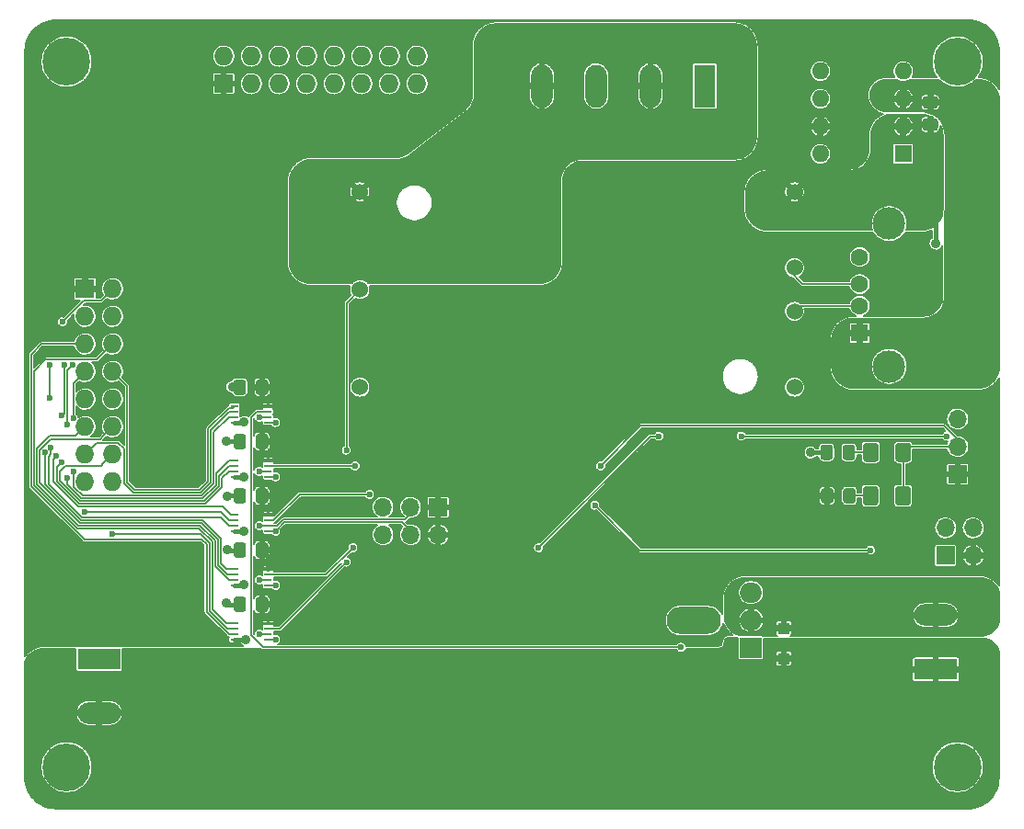
<source format=gbr>
G04 #@! TF.GenerationSoftware,KiCad,Pcbnew,(5.99.0-1662-g9db296991)*
G04 #@! TF.CreationDate,2020-05-23T19:33:26+05:30*
G04 #@! TF.ProjectId,Locker1,4c6f636b-6572-4312-9e6b-696361645f70,rev?*
G04 #@! TF.SameCoordinates,Original*
G04 #@! TF.FileFunction,Copper,L1,Top*
G04 #@! TF.FilePolarity,Positive*
%FSLAX46Y46*%
G04 Gerber Fmt 4.6, Leading zero omitted, Abs format (unit mm)*
G04 Created by KiCad (PCBNEW (5.99.0-1662-g9db296991)) date 2020-05-23 19:33:26*
%MOMM*%
%LPD*%
G01*
G04 APERTURE LIST*
G04 #@! TA.AperFunction,ComponentPad*
%ADD10O,1.700000X1.700000*%
G04 #@! TD*
G04 #@! TA.AperFunction,ComponentPad*
%ADD11R,1.700000X1.700000*%
G04 #@! TD*
G04 #@! TA.AperFunction,ComponentPad*
%ADD12O,1.600000X1.600000*%
G04 #@! TD*
G04 #@! TA.AperFunction,ComponentPad*
%ADD13R,1.600000X1.600000*%
G04 #@! TD*
G04 #@! TA.AperFunction,ComponentPad*
%ADD14C,1.524000*%
G04 #@! TD*
G04 #@! TA.AperFunction,SMDPad,CuDef*
%ADD15R,0.750000X0.250000*%
G04 #@! TD*
G04 #@! TA.AperFunction,ComponentPad*
%ADD16O,5.000000X2.500000*%
G04 #@! TD*
G04 #@! TA.AperFunction,ComponentPad*
%ADD17C,1.600000*%
G04 #@! TD*
G04 #@! TA.AperFunction,ComponentPad*
%ADD18C,3.000000*%
G04 #@! TD*
G04 #@! TA.AperFunction,ComponentPad*
%ADD19O,1.980000X3.960000*%
G04 #@! TD*
G04 #@! TA.AperFunction,ComponentPad*
%ADD20R,1.980000X3.960000*%
G04 #@! TD*
G04 #@! TA.AperFunction,ComponentPad*
%ADD21R,1.727200X1.727200*%
G04 #@! TD*
G04 #@! TA.AperFunction,ComponentPad*
%ADD22O,1.727200X1.727200*%
G04 #@! TD*
G04 #@! TA.AperFunction,ComponentPad*
%ADD23O,3.960000X1.980000*%
G04 #@! TD*
G04 #@! TA.AperFunction,ComponentPad*
%ADD24R,3.960000X1.980000*%
G04 #@! TD*
G04 #@! TA.AperFunction,ComponentPad*
%ADD25C,4.400000*%
G04 #@! TD*
G04 #@! TA.AperFunction,ComponentPad*
%ADD26C,0.700000*%
G04 #@! TD*
G04 #@! TA.AperFunction,ComponentPad*
%ADD27O,2.000000X1.905000*%
G04 #@! TD*
G04 #@! TA.AperFunction,ComponentPad*
%ADD28R,2.000000X1.905000*%
G04 #@! TD*
G04 #@! TA.AperFunction,SMDPad,CuDef*
%ADD29R,1.100000X1.100000*%
G04 #@! TD*
G04 #@! TA.AperFunction,ViaPad*
%ADD30C,0.900000*%
G04 #@! TD*
G04 #@! TA.AperFunction,ViaPad*
%ADD31C,0.600000*%
G04 #@! TD*
G04 #@! TA.AperFunction,Conductor*
%ADD32C,0.381000*%
G04 #@! TD*
G04 #@! TA.AperFunction,Conductor*
%ADD33C,0.127000*%
G04 #@! TD*
G04 APERTURE END LIST*
D10*
X45120000Y-59590000D03*
X45120000Y-57050000D03*
X47660000Y-59590000D03*
X47660000Y-57050000D03*
X50200000Y-59590000D03*
D11*
X50200000Y-57050000D03*
D12*
X85380000Y-24500000D03*
X93000000Y-16880000D03*
X85380000Y-21960000D03*
X93000000Y-19420000D03*
X85380000Y-19420000D03*
X93000000Y-21960000D03*
X85380000Y-16880000D03*
D13*
X93000000Y-24500000D03*
D14*
X43000000Y-28000000D03*
X43000000Y-46000000D03*
X43000000Y-37000000D03*
X83000000Y-46000000D03*
X83000000Y-35000000D03*
X83000000Y-28000000D03*
X83000000Y-39000000D03*
D15*
X34550000Y-47750000D03*
X34550000Y-48250000D03*
X34550000Y-48750000D03*
X34550000Y-49250000D03*
X31450000Y-49250000D03*
X31450000Y-48750000D03*
X31450000Y-48250000D03*
X31450000Y-47750000D03*
X34550000Y-67750000D03*
X34550000Y-68250000D03*
X34550000Y-68750000D03*
X34550000Y-69250000D03*
X31450000Y-69250000D03*
X31450000Y-68750000D03*
X31450000Y-68250000D03*
X31450000Y-67750000D03*
X34550000Y-62750000D03*
X34550000Y-63250000D03*
X34550000Y-63750000D03*
X34550000Y-64250000D03*
X31450000Y-64250000D03*
X31450000Y-63750000D03*
X31450000Y-63250000D03*
X31450000Y-62750000D03*
X34550000Y-57750000D03*
X34550000Y-58250000D03*
X34550000Y-58750000D03*
X34550000Y-59250000D03*
X31450000Y-59250000D03*
X31450000Y-58750000D03*
X31450000Y-58250000D03*
X31450000Y-57750000D03*
X34550000Y-52750000D03*
X34550000Y-53250000D03*
X34550000Y-53750000D03*
X34550000Y-54250000D03*
X31450000Y-54250000D03*
X31450000Y-53750000D03*
X31450000Y-53250000D03*
X31450000Y-52750000D03*
G04 #@! TA.AperFunction,SMDPad,CuDef*
G36*
G01*
X33425000Y-66450001D02*
X33425000Y-65549999D01*
G75*
G02*
X33674999Y-65300000I249999J0D01*
G01*
X34325001Y-65300000D01*
G75*
G02*
X34575000Y-65549999I0J-249999D01*
G01*
X34575000Y-66450001D01*
G75*
G02*
X34325001Y-66700000I-249999J0D01*
G01*
X33674999Y-66700000D01*
G75*
G02*
X33425000Y-66450001I0J249999D01*
G01*
G37*
G04 #@! TD.AperFunction*
G04 #@! TA.AperFunction,SMDPad,CuDef*
G36*
G01*
X31375000Y-66450001D02*
X31375000Y-65549999D01*
G75*
G02*
X31624999Y-65300000I249999J0D01*
G01*
X32275001Y-65300000D01*
G75*
G02*
X32525000Y-65549999I0J-249999D01*
G01*
X32525000Y-66450001D01*
G75*
G02*
X32275001Y-66700000I-249999J0D01*
G01*
X31624999Y-66700000D01*
G75*
G02*
X31375000Y-66450001I0J249999D01*
G01*
G37*
G04 #@! TD.AperFunction*
G04 #@! TA.AperFunction,SMDPad,CuDef*
G36*
G01*
X33425000Y-61450001D02*
X33425000Y-60549999D01*
G75*
G02*
X33674999Y-60300000I249999J0D01*
G01*
X34325001Y-60300000D01*
G75*
G02*
X34575000Y-60549999I0J-249999D01*
G01*
X34575000Y-61450001D01*
G75*
G02*
X34325001Y-61700000I-249999J0D01*
G01*
X33674999Y-61700000D01*
G75*
G02*
X33425000Y-61450001I0J249999D01*
G01*
G37*
G04 #@! TD.AperFunction*
G04 #@! TA.AperFunction,SMDPad,CuDef*
G36*
G01*
X31375000Y-61450001D02*
X31375000Y-60549999D01*
G75*
G02*
X31624999Y-60300000I249999J0D01*
G01*
X32275001Y-60300000D01*
G75*
G02*
X32525000Y-60549999I0J-249999D01*
G01*
X32525000Y-61450001D01*
G75*
G02*
X32275001Y-61700000I-249999J0D01*
G01*
X31624999Y-61700000D01*
G75*
G02*
X31375000Y-61450001I0J249999D01*
G01*
G37*
G04 #@! TD.AperFunction*
G04 #@! TA.AperFunction,SMDPad,CuDef*
G36*
G01*
X33425000Y-56450001D02*
X33425000Y-55549999D01*
G75*
G02*
X33674999Y-55300000I249999J0D01*
G01*
X34325001Y-55300000D01*
G75*
G02*
X34575000Y-55549999I0J-249999D01*
G01*
X34575000Y-56450001D01*
G75*
G02*
X34325001Y-56700000I-249999J0D01*
G01*
X33674999Y-56700000D01*
G75*
G02*
X33425000Y-56450001I0J249999D01*
G01*
G37*
G04 #@! TD.AperFunction*
G04 #@! TA.AperFunction,SMDPad,CuDef*
G36*
G01*
X31375000Y-56450001D02*
X31375000Y-55549999D01*
G75*
G02*
X31624999Y-55300000I249999J0D01*
G01*
X32275001Y-55300000D01*
G75*
G02*
X32525000Y-55549999I0J-249999D01*
G01*
X32525000Y-56450001D01*
G75*
G02*
X32275001Y-56700000I-249999J0D01*
G01*
X31624999Y-56700000D01*
G75*
G02*
X31375000Y-56450001I0J249999D01*
G01*
G37*
G04 #@! TD.AperFunction*
G04 #@! TA.AperFunction,SMDPad,CuDef*
G36*
G01*
X33425000Y-51450001D02*
X33425000Y-50549999D01*
G75*
G02*
X33674999Y-50300000I249999J0D01*
G01*
X34325001Y-50300000D01*
G75*
G02*
X34575000Y-50549999I0J-249999D01*
G01*
X34575000Y-51450001D01*
G75*
G02*
X34325001Y-51700000I-249999J0D01*
G01*
X33674999Y-51700000D01*
G75*
G02*
X33425000Y-51450001I0J249999D01*
G01*
G37*
G04 #@! TD.AperFunction*
G04 #@! TA.AperFunction,SMDPad,CuDef*
G36*
G01*
X31375000Y-51450001D02*
X31375000Y-50549999D01*
G75*
G02*
X31624999Y-50300000I249999J0D01*
G01*
X32275001Y-50300000D01*
G75*
G02*
X32525000Y-50549999I0J-249999D01*
G01*
X32525000Y-51450001D01*
G75*
G02*
X32275001Y-51700000I-249999J0D01*
G01*
X31624999Y-51700000D01*
G75*
G02*
X31375000Y-51450001I0J249999D01*
G01*
G37*
G04 #@! TD.AperFunction*
G04 #@! TA.AperFunction,SMDPad,CuDef*
G36*
G01*
X33425000Y-46450001D02*
X33425000Y-45549999D01*
G75*
G02*
X33674999Y-45300000I249999J0D01*
G01*
X34325001Y-45300000D01*
G75*
G02*
X34575000Y-45549999I0J-249999D01*
G01*
X34575000Y-46450001D01*
G75*
G02*
X34325001Y-46700000I-249999J0D01*
G01*
X33674999Y-46700000D01*
G75*
G02*
X33425000Y-46450001I0J249999D01*
G01*
G37*
G04 #@! TD.AperFunction*
G04 #@! TA.AperFunction,SMDPad,CuDef*
G36*
G01*
X31375000Y-46450001D02*
X31375000Y-45549999D01*
G75*
G02*
X31624999Y-45300000I249999J0D01*
G01*
X32275001Y-45300000D01*
G75*
G02*
X32525000Y-45549999I0J-249999D01*
G01*
X32525000Y-46450001D01*
G75*
G02*
X32275001Y-46700000I-249999J0D01*
G01*
X31624999Y-46700000D01*
G75*
G02*
X31375000Y-46450001I0J249999D01*
G01*
G37*
G04 #@! TD.AperFunction*
D16*
X73750000Y-67500000D03*
D17*
X89000000Y-34000000D03*
X89000000Y-36500000D03*
X89000000Y-38500000D03*
D13*
X89000000Y-41000000D03*
D18*
X91710000Y-44070000D03*
X91710000Y-30930000D03*
D19*
X64750000Y-18250000D03*
X59750000Y-18250000D03*
X69750000Y-18250000D03*
D20*
X74750000Y-18250000D03*
D21*
X17700000Y-36930000D03*
D22*
X20240000Y-36930000D03*
X17700000Y-39470000D03*
X20240000Y-39470000D03*
X17700000Y-42010000D03*
X20240000Y-42010000D03*
X17700000Y-44550000D03*
X20240000Y-44550000D03*
X17700000Y-47090000D03*
X20240000Y-47090000D03*
X17700000Y-49630000D03*
X20240000Y-49630000D03*
X17700000Y-52170000D03*
X20240000Y-52170000D03*
X17700000Y-54710000D03*
X20240000Y-54710000D03*
D10*
X98000000Y-48920000D03*
X98000000Y-51460000D03*
D11*
X98000000Y-54000000D03*
D21*
X30470000Y-18030000D03*
D22*
X30470000Y-15490000D03*
X33010000Y-18030000D03*
X33010000Y-15490000D03*
X35550000Y-18030000D03*
X35550000Y-15490000D03*
X38090000Y-18030000D03*
X38090000Y-15490000D03*
X40630000Y-18030000D03*
X40630000Y-15490000D03*
X43170000Y-18030000D03*
X43170000Y-15490000D03*
X45710000Y-18030000D03*
X45710000Y-15490000D03*
X48250000Y-18030000D03*
X48250000Y-15490000D03*
D23*
X96000000Y-67000000D03*
D24*
X96000000Y-72000000D03*
D23*
X19000000Y-76000000D03*
D24*
X19000000Y-71000000D03*
D10*
X99440000Y-58960000D03*
X99440000Y-61500000D03*
X96900000Y-58960000D03*
D11*
X96900000Y-61500000D03*
D25*
X98000000Y-16000000D03*
D26*
X99650000Y-16000000D03*
X99166726Y-17166726D03*
X98000000Y-17650000D03*
X96833274Y-17166726D03*
X96350000Y-16000000D03*
X96833274Y-14833274D03*
X98000000Y-14350000D03*
X99166726Y-14833274D03*
D25*
X16000000Y-81000000D03*
D26*
X17650000Y-81000000D03*
X17166726Y-82166726D03*
X16000000Y-82650000D03*
X14833274Y-82166726D03*
X14350000Y-81000000D03*
X14833274Y-79833274D03*
X16000000Y-79350000D03*
X17166726Y-79833274D03*
D25*
X98000000Y-81000000D03*
D26*
X99650000Y-81000000D03*
X99166726Y-82166726D03*
X98000000Y-82650000D03*
X96833274Y-82166726D03*
X96350000Y-81000000D03*
X96833274Y-79833274D03*
X98000000Y-79350000D03*
X99166726Y-79833274D03*
D25*
X16000000Y-16000000D03*
D26*
X17650000Y-16000000D03*
X17166726Y-17166726D03*
X16000000Y-17650000D03*
X14833274Y-17166726D03*
X14350000Y-16000000D03*
X14833274Y-14833274D03*
X16000000Y-14350000D03*
X17166726Y-14833274D03*
G04 #@! TA.AperFunction,SMDPad,CuDef*
G36*
G01*
X86575000Y-55549999D02*
X86575000Y-56450001D01*
G75*
G02*
X86325001Y-56700000I-249999J0D01*
G01*
X85674999Y-56700000D01*
G75*
G02*
X85425000Y-56450001I0J249999D01*
G01*
X85425000Y-55549999D01*
G75*
G02*
X85674999Y-55300000I249999J0D01*
G01*
X86325001Y-55300000D01*
G75*
G02*
X86575000Y-55549999I0J-249999D01*
G01*
G37*
G04 #@! TD.AperFunction*
G04 #@! TA.AperFunction,SMDPad,CuDef*
G36*
G01*
X88625000Y-55549999D02*
X88625000Y-56450001D01*
G75*
G02*
X88375001Y-56700000I-249999J0D01*
G01*
X87724999Y-56700000D01*
G75*
G02*
X87475000Y-56450001I0J249999D01*
G01*
X87475000Y-55549999D01*
G75*
G02*
X87724999Y-55300000I249999J0D01*
G01*
X88375001Y-55300000D01*
G75*
G02*
X88625000Y-55549999I0J-249999D01*
G01*
G37*
G04 #@! TD.AperFunction*
G04 #@! TA.AperFunction,SMDPad,CuDef*
G36*
G01*
X95950001Y-20325000D02*
X95049999Y-20325000D01*
G75*
G02*
X94800000Y-20075001I0J249999D01*
G01*
X94800000Y-19424999D01*
G75*
G02*
X95049999Y-19175000I249999J0D01*
G01*
X95950001Y-19175000D01*
G75*
G02*
X96200000Y-19424999I0J-249999D01*
G01*
X96200000Y-20075001D01*
G75*
G02*
X95950001Y-20325000I-249999J0D01*
G01*
G37*
G04 #@! TD.AperFunction*
G04 #@! TA.AperFunction,SMDPad,CuDef*
G36*
G01*
X95950001Y-22375000D02*
X95049999Y-22375000D01*
G75*
G02*
X94800000Y-22125001I0J249999D01*
G01*
X94800000Y-21474999D01*
G75*
G02*
X95049999Y-21225000I249999J0D01*
G01*
X95950001Y-21225000D01*
G75*
G02*
X96200000Y-21474999I0J-249999D01*
G01*
X96200000Y-22125001D01*
G75*
G02*
X95950001Y-22375000I-249999J0D01*
G01*
G37*
G04 #@! TD.AperFunction*
G04 #@! TA.AperFunction,SMDPad,CuDef*
G36*
G01*
X86525000Y-51549999D02*
X86525000Y-52450001D01*
G75*
G02*
X86275001Y-52700000I-249999J0D01*
G01*
X85624999Y-52700000D01*
G75*
G02*
X85375000Y-52450001I0J249999D01*
G01*
X85375000Y-51549999D01*
G75*
G02*
X85624999Y-51300000I249999J0D01*
G01*
X86275001Y-51300000D01*
G75*
G02*
X86525000Y-51549999I0J-249999D01*
G01*
G37*
G04 #@! TD.AperFunction*
G04 #@! TA.AperFunction,SMDPad,CuDef*
G36*
G01*
X88575000Y-51549999D02*
X88575000Y-52450001D01*
G75*
G02*
X88325001Y-52700000I-249999J0D01*
G01*
X87674999Y-52700000D01*
G75*
G02*
X87425000Y-52450001I0J249999D01*
G01*
X87425000Y-51549999D01*
G75*
G02*
X87674999Y-51300000I249999J0D01*
G01*
X88325001Y-51300000D01*
G75*
G02*
X88575000Y-51549999I0J-249999D01*
G01*
G37*
G04 #@! TD.AperFunction*
D27*
X79000000Y-64920000D03*
X79000000Y-67460000D03*
D28*
X79000000Y-70000000D03*
G04 #@! TA.AperFunction,SMDPad,CuDef*
G36*
G01*
X90712500Y-55375000D02*
X90712500Y-56625000D01*
G75*
G02*
X90462500Y-56875000I-250000J0D01*
G01*
X89537500Y-56875000D01*
G75*
G02*
X89287500Y-56625000I0J250000D01*
G01*
X89287500Y-55375000D01*
G75*
G02*
X89537500Y-55125000I250000J0D01*
G01*
X90462500Y-55125000D01*
G75*
G02*
X90712500Y-55375000I0J-250000D01*
G01*
G37*
G04 #@! TD.AperFunction*
G04 #@! TA.AperFunction,SMDPad,CuDef*
G36*
G01*
X93687500Y-55375000D02*
X93687500Y-56625000D01*
G75*
G02*
X93437500Y-56875000I-250000J0D01*
G01*
X92512500Y-56875000D01*
G75*
G02*
X92262500Y-56625000I0J250000D01*
G01*
X92262500Y-55375000D01*
G75*
G02*
X92512500Y-55125000I250000J0D01*
G01*
X93437500Y-55125000D01*
G75*
G02*
X93687500Y-55375000I0J-250000D01*
G01*
G37*
G04 #@! TD.AperFunction*
G04 #@! TA.AperFunction,SMDPad,CuDef*
G36*
G01*
X92287500Y-52625000D02*
X92287500Y-51375000D01*
G75*
G02*
X92537500Y-51125000I250000J0D01*
G01*
X93462500Y-51125000D01*
G75*
G02*
X93712500Y-51375000I0J-250000D01*
G01*
X93712500Y-52625000D01*
G75*
G02*
X93462500Y-52875000I-250000J0D01*
G01*
X92537500Y-52875000D01*
G75*
G02*
X92287500Y-52625000I0J250000D01*
G01*
G37*
G04 #@! TD.AperFunction*
G04 #@! TA.AperFunction,SMDPad,CuDef*
G36*
G01*
X89312500Y-52625000D02*
X89312500Y-51375000D01*
G75*
G02*
X89562500Y-51125000I250000J0D01*
G01*
X90487500Y-51125000D01*
G75*
G02*
X90737500Y-51375000I0J-250000D01*
G01*
X90737500Y-52625000D01*
G75*
G02*
X90487500Y-52875000I-250000J0D01*
G01*
X89562500Y-52875000D01*
G75*
G02*
X89312500Y-52625000I0J250000D01*
G01*
G37*
G04 #@! TD.AperFunction*
D29*
X82000000Y-68200000D03*
X82000000Y-71000000D03*
D30*
X36200000Y-64700000D03*
X36300000Y-62550000D03*
X84500000Y-52000000D03*
X30750000Y-51000000D03*
X31267515Y-45967515D03*
X30820170Y-56032166D03*
X30730510Y-65900000D03*
X30806554Y-60996073D03*
X32359490Y-59300000D03*
X32475273Y-69217309D03*
X32359490Y-54250000D03*
X32359490Y-49200000D03*
X32359490Y-64200000D03*
X96000000Y-32749996D03*
X88500000Y-59000000D03*
D31*
X42353555Y-60790501D03*
X59439503Y-60790501D03*
X97000000Y-50500000D03*
X78100000Y-50500000D03*
X70500000Y-50500000D03*
X43890000Y-55860000D03*
X64630000Y-56870000D03*
X90000000Y-61000000D03*
X42550000Y-53250000D03*
X65160000Y-53250000D03*
X41759998Y-62110000D03*
X41760000Y-51790000D03*
X72550000Y-69960000D03*
X17700000Y-57503446D03*
X14570142Y-51523927D03*
X14440000Y-46970000D03*
X14470000Y-43970000D03*
X15630002Y-39980000D03*
X14008532Y-51985600D03*
X15560000Y-52900000D03*
X15821901Y-43959838D03*
X15579041Y-48627319D03*
X15057349Y-52358874D03*
X16626915Y-53797604D03*
X16640000Y-48880000D03*
X16090000Y-54320001D03*
X16548884Y-43966381D03*
X16092691Y-49436928D03*
X20230000Y-59519490D03*
X33750000Y-63740000D03*
X33749992Y-68750000D03*
X33750000Y-58740022D03*
X33730000Y-53750032D03*
X33749994Y-48750000D03*
X35250000Y-49250000D03*
X35250000Y-54250000D03*
X35250000Y-59250000D03*
X35250000Y-64250000D03*
X35250000Y-69250000D03*
D32*
X34900000Y-66000000D02*
X36200000Y-64700000D01*
X34000000Y-66000000D02*
X34900000Y-66000000D01*
X36300000Y-62550000D02*
X34750000Y-62550000D01*
X34750000Y-62550000D02*
X34550000Y-62750000D01*
X34550000Y-62750000D02*
X34550000Y-61550000D01*
X34550000Y-61550000D02*
X34000000Y-61000000D01*
D33*
X37442000Y-55860000D02*
X43890000Y-55860000D01*
X35944786Y-58195989D02*
X47164011Y-58195989D01*
X36050000Y-58450000D02*
X46850000Y-58450000D01*
X34550000Y-58250000D02*
X35052000Y-58250000D01*
X34550000Y-58750000D02*
X35390775Y-58750000D01*
X35250000Y-59250000D02*
X36050000Y-58450000D01*
X47164011Y-58195989D02*
X48150000Y-57210000D01*
X35052000Y-58250000D02*
X37442000Y-55860000D01*
X35390775Y-58750000D02*
X35944786Y-58195989D01*
X46850000Y-58450000D02*
X48150000Y-59750000D01*
D32*
X85950000Y-52000000D02*
X86000000Y-52000000D01*
X86000000Y-52000000D02*
X84500000Y-52000000D01*
X31950000Y-51000000D02*
X30750000Y-51000000D01*
X31950000Y-46000000D02*
X31300000Y-46000000D01*
X31300000Y-46000000D02*
X31267515Y-45967515D01*
X31950000Y-56000000D02*
X30852336Y-56000000D01*
X30852336Y-56000000D02*
X30820170Y-56032166D01*
X30830510Y-66000000D02*
X30730510Y-65900000D01*
X31950000Y-66000000D02*
X30830510Y-66000000D01*
X30810481Y-61000000D02*
X30806554Y-60996073D01*
X31950000Y-61000000D02*
X30810481Y-61000000D01*
X31450000Y-69250000D02*
X32442582Y-69250000D01*
X31450000Y-54250000D02*
X32359490Y-54250000D01*
X32309490Y-59250000D02*
X32359490Y-59300000D01*
X31450000Y-49250000D02*
X32309490Y-49250000D01*
X31450000Y-59250000D02*
X32309490Y-59250000D01*
X31450000Y-64250000D02*
X32309490Y-64250000D01*
X32442582Y-69250000D02*
X32475273Y-69217309D01*
X32309490Y-64250000D02*
X32359490Y-64200000D01*
X32309490Y-49250000D02*
X32359490Y-49200000D01*
X96000000Y-32749996D02*
X96000000Y-31000000D01*
D33*
X85675000Y-20024603D02*
X85675000Y-19450000D01*
X39894056Y-63250000D02*
X42353555Y-60790501D01*
X34550000Y-63250000D02*
X39894056Y-63250000D01*
X97000000Y-50500000D02*
X78100000Y-50500000D01*
X69730004Y-50500000D02*
X70500000Y-50500000D01*
X59439503Y-60790501D02*
X69730004Y-50500000D01*
X96850000Y-61675000D02*
X96975000Y-61550000D01*
X68760000Y-61000000D02*
X90000000Y-61000000D01*
X64630000Y-56870000D02*
X68760000Y-61000000D01*
X98000000Y-51460000D02*
X93590000Y-51460000D01*
X93590000Y-51460000D02*
X93000000Y-52050000D01*
X93000000Y-52050000D02*
X93000000Y-56000000D01*
X92975000Y-56000000D02*
X93000000Y-56000000D01*
X34550000Y-53250000D02*
X42550000Y-53250000D01*
X98000000Y-50800000D02*
X98000000Y-51460000D01*
X96760000Y-49560000D02*
X98000000Y-50800000D01*
X65160000Y-53250000D02*
X68850000Y-49560000D01*
X68850000Y-49560000D02*
X96760000Y-49560000D01*
X87975000Y-52000000D02*
X87925000Y-52050000D01*
X90025000Y-52000000D02*
X87975000Y-52000000D01*
X90000000Y-56000000D02*
X88100000Y-56000000D01*
X88100000Y-56000000D02*
X88075000Y-56025000D01*
X35619998Y-68250000D02*
X41459999Y-62409999D01*
X41459999Y-62409999D02*
X41759998Y-62110000D01*
X34550000Y-68250000D02*
X35619998Y-68250000D01*
X43000000Y-37000000D02*
X41760000Y-38240000D01*
X41760000Y-38240000D02*
X41760000Y-51365736D01*
X41760000Y-51365736D02*
X41760000Y-51790000D01*
X34110000Y-69960000D02*
X72550000Y-69960000D01*
X33000000Y-68850000D02*
X34110000Y-69960000D01*
X33000000Y-48774052D02*
X33000000Y-68850000D01*
X33524052Y-48250000D02*
X33000000Y-48774052D01*
X34550000Y-48250000D02*
X33524052Y-48250000D01*
X83261999Y-38488001D02*
X84238001Y-38488001D01*
X82500000Y-39250000D02*
X83261999Y-38488001D01*
X84238001Y-38488001D02*
X84250000Y-38500000D01*
X84250000Y-38500000D02*
X89000000Y-38500000D01*
X82500000Y-35250000D02*
X83750000Y-36500000D01*
X83750000Y-36500000D02*
X89000000Y-36500000D01*
X30948000Y-58250000D02*
X30201446Y-57503446D01*
X30201446Y-57503446D02*
X18124264Y-57503446D01*
X31450000Y-58250000D02*
X30948000Y-58250000D01*
X18124264Y-57503446D02*
X17700000Y-57503446D01*
X17252595Y-56504922D02*
X15379499Y-54631826D01*
X19185899Y-53224101D02*
X19376401Y-53033599D01*
X28653528Y-56504922D02*
X17252595Y-56504922D01*
X30052033Y-54145967D02*
X30052033Y-55106417D01*
X15379499Y-54631826D02*
X15379499Y-53774559D01*
X19376401Y-53033599D02*
X20240000Y-52170000D01*
X30052033Y-55106417D02*
X28653528Y-56504922D01*
X15929957Y-53224101D02*
X19185899Y-53224101D01*
X30948000Y-53250000D02*
X30052033Y-54145967D01*
X15379499Y-53774559D02*
X15929957Y-53224101D01*
X31450000Y-53250000D02*
X30948000Y-53250000D01*
X12720000Y-43000000D02*
X13710000Y-42010000D01*
X12720000Y-55090000D02*
X12720000Y-43000000D01*
X17640000Y-60010000D02*
X12720000Y-55090000D01*
X30950000Y-68750000D02*
X28890000Y-66690000D01*
X16478686Y-42010000D02*
X17700000Y-42010000D01*
X31450000Y-68750000D02*
X30950000Y-68750000D01*
X13710000Y-42010000D02*
X16478686Y-42010000D01*
X28890000Y-66690000D02*
X28890000Y-60440000D01*
X28890000Y-60440000D02*
X28460000Y-60010000D01*
X28460000Y-60010000D02*
X17640000Y-60010000D01*
X22174786Y-55734011D02*
X21294101Y-54853326D01*
X18754101Y-51115899D02*
X18563599Y-51306401D01*
X20745969Y-51115899D02*
X18754101Y-51115899D01*
X31450000Y-48250000D02*
X30948000Y-48250000D01*
X30948000Y-48250000D02*
X29290000Y-49908000D01*
X29290000Y-54780000D02*
X28335989Y-55734011D01*
X28335989Y-55734011D02*
X22174786Y-55734011D01*
X18563599Y-51306401D02*
X17700000Y-52170000D01*
X29290000Y-49908000D02*
X29290000Y-54780000D01*
X21294101Y-54853326D02*
X21294101Y-51664031D01*
X21294101Y-51664031D02*
X20745969Y-51115899D01*
X29658022Y-60119572D02*
X28294439Y-58755989D01*
X28294439Y-58755989D02*
X17104436Y-58755989D01*
X17104436Y-58755989D02*
X13264011Y-54915564D01*
X30940775Y-63750000D02*
X29658022Y-62467247D01*
X14446401Y-50493599D02*
X16836401Y-50493599D01*
X13264011Y-54915564D02*
X13264011Y-51675988D01*
X16836401Y-50493599D02*
X17700000Y-49630000D01*
X29658022Y-62467247D02*
X29658022Y-60119572D01*
X31450000Y-63750000D02*
X30940775Y-63750000D01*
X13264011Y-51675988D02*
X14446401Y-50493599D01*
X18780664Y-43469336D02*
X19376401Y-42873599D01*
X14070184Y-43469336D02*
X18780664Y-43469336D01*
X13010000Y-44529520D02*
X14070184Y-43469336D01*
X13010000Y-55020776D02*
X13010000Y-44529520D01*
X19376401Y-42873599D02*
X20240000Y-42010000D01*
X31450000Y-67750000D02*
X30670000Y-67750000D01*
X30670000Y-67750000D02*
X29404011Y-66484011D01*
X16999224Y-59010000D02*
X13010000Y-55020776D01*
X29404011Y-66484011D02*
X29404011Y-60224786D01*
X29404011Y-60224786D02*
X28189225Y-59010000D01*
X28189225Y-59010000D02*
X16999224Y-59010000D01*
X14570142Y-52148711D02*
X14570142Y-51948191D01*
X30191956Y-57993956D02*
X17423956Y-57993956D01*
X14355952Y-54925952D02*
X14355952Y-52362901D01*
X14570142Y-51948191D02*
X14570142Y-51523927D01*
X14355952Y-52362901D02*
X14570142Y-52148711D01*
X17423956Y-57993956D02*
X14355952Y-54925952D01*
X30948000Y-58750000D02*
X30191956Y-57993956D01*
X31450000Y-58750000D02*
X30948000Y-58750000D01*
X14440000Y-44000000D02*
X14470000Y-43970000D01*
X14440000Y-46970000D02*
X14440000Y-44000000D01*
X15930001Y-39680001D02*
X15630002Y-39980000D01*
X17625901Y-37984101D02*
X15930001Y-39680001D01*
X19185899Y-37984101D02*
X17625901Y-37984101D01*
X20240000Y-36930000D02*
X19185899Y-37984101D01*
X17314863Y-58247967D02*
X14008532Y-54941636D01*
X14008532Y-52409864D02*
X14008532Y-51985600D01*
X30166044Y-59909144D02*
X28504867Y-58247967D01*
X30670000Y-62750000D02*
X30166044Y-62246044D01*
X31450000Y-62750000D02*
X30670000Y-62750000D01*
X14008532Y-54941636D02*
X14008532Y-52409864D01*
X30166044Y-62246044D02*
X30166044Y-59909144D01*
X28504867Y-58247967D02*
X17314863Y-58247967D01*
X15821901Y-43959838D02*
X15821901Y-48384459D01*
X15821901Y-48384459D02*
X15579041Y-48627319D01*
X17147381Y-56758933D02*
X15120001Y-54731553D01*
X30306044Y-55211631D02*
X28758742Y-56758933D01*
X31450000Y-53750000D02*
X30948000Y-53750000D01*
X28758742Y-56758933D02*
X17147381Y-56758933D01*
X15120001Y-54731553D02*
X15120001Y-53339999D01*
X15260001Y-53199999D02*
X15560000Y-52900000D01*
X30306044Y-54391956D02*
X30306044Y-55211631D01*
X15120001Y-53339999D02*
X15260001Y-53199999D01*
X30948000Y-53750000D02*
X30306044Y-54391956D01*
X14757350Y-52658873D02*
X15057349Y-52358874D01*
X31130000Y-57750000D02*
X30392944Y-57012944D01*
X31450000Y-57750000D02*
X31130000Y-57750000D01*
X30392944Y-57012944D02*
X17042167Y-57012944D01*
X14757350Y-54728127D02*
X14757350Y-52658873D01*
X17042167Y-57012944D02*
X14757350Y-54728127D01*
X16640000Y-48455736D02*
X16640000Y-48880000D01*
X17700000Y-44550000D02*
X16640000Y-45610000D01*
X16640000Y-45610000D02*
X16640000Y-48455736D01*
X31450000Y-48750000D02*
X30948000Y-48750000D01*
X29544011Y-50153989D02*
X29544011Y-54895989D01*
X28443100Y-55996900D02*
X17463023Y-55996900D01*
X30948000Y-48750000D02*
X29544011Y-50153989D01*
X17463023Y-55996900D02*
X16626915Y-55160792D01*
X16626915Y-55160792D02*
X16626915Y-54221868D01*
X16626915Y-54221868D02*
X16626915Y-53797604D01*
X29544011Y-54895989D02*
X28443100Y-55996900D01*
X16069498Y-49413735D02*
X16092691Y-49436928D01*
X16079498Y-48624558D02*
X16069498Y-48634558D01*
X16079498Y-44435767D02*
X16079498Y-48624558D01*
X16548884Y-43966381D02*
X16079498Y-44435767D01*
X16069498Y-48634558D02*
X16069498Y-49413735D01*
X29798022Y-55001203D02*
X28548314Y-56250911D01*
X30948000Y-52750000D02*
X29798022Y-53899978D01*
X31450000Y-52750000D02*
X30948000Y-52750000D01*
X16090000Y-54744265D02*
X16090000Y-54320001D01*
X16090000Y-54983102D02*
X16090000Y-54744265D01*
X29798022Y-53899978D02*
X29798022Y-55001203D01*
X17357809Y-56250911D02*
X16090000Y-54983102D01*
X28548314Y-56250911D02*
X17357809Y-56250911D01*
X31450000Y-68250000D02*
X30810775Y-68250000D01*
X29150000Y-66589225D02*
X29150000Y-60330000D01*
X29150000Y-60330000D02*
X28339490Y-59519490D01*
X20654264Y-59519490D02*
X20230000Y-59519490D01*
X28339490Y-59519490D02*
X20654264Y-59519490D01*
X30810775Y-68250000D02*
X29150000Y-66589225D01*
X21550000Y-45860000D02*
X20240000Y-44550000D01*
X21550000Y-54750000D02*
X21550000Y-45860000D01*
X28230000Y-55480000D02*
X22280000Y-55480000D01*
X29030000Y-54680000D02*
X28230000Y-55480000D01*
X30884499Y-47995990D02*
X30842785Y-47995991D01*
X30884499Y-47972599D02*
X30884499Y-47995990D01*
X30922599Y-47934499D02*
X30884499Y-47972599D01*
X29030000Y-49808776D02*
X29030000Y-54680000D01*
X31265501Y-47934499D02*
X30922599Y-47934499D01*
X22280000Y-55480000D02*
X21550000Y-54750000D01*
X31450000Y-47750000D02*
X31265501Y-47934499D01*
X30842785Y-47995991D02*
X29030000Y-49808776D01*
X19110000Y-50760000D02*
X19376401Y-50493599D01*
X14539224Y-50760000D02*
X19110000Y-50760000D01*
X13518022Y-54810350D02*
X13518022Y-51781202D01*
X17209650Y-58501978D02*
X13518022Y-54810350D01*
X28399653Y-58501978D02*
X17209650Y-58501978D01*
X29912033Y-60014358D02*
X28399653Y-58501978D01*
X30800000Y-63250000D02*
X29912033Y-62362033D01*
X13518022Y-51781202D02*
X14539224Y-50760000D01*
X29912033Y-62362033D02*
X29912033Y-60014358D01*
X19376401Y-50493599D02*
X20240000Y-49630000D01*
X31450000Y-63250000D02*
X30800000Y-63250000D01*
X33760000Y-63750000D02*
X33750000Y-63740000D01*
X34550000Y-63750000D02*
X33760000Y-63750000D01*
X34550000Y-68750000D02*
X33749992Y-68750000D01*
X33759978Y-58750000D02*
X33750000Y-58740022D01*
X34550000Y-58750000D02*
X33759978Y-58750000D01*
X33730032Y-53750000D02*
X33730000Y-53750032D01*
X34550000Y-53750000D02*
X33730032Y-53750000D01*
X34550000Y-48750000D02*
X33749994Y-48750000D01*
X34550000Y-49250000D02*
X35250000Y-49250000D01*
X34550000Y-54250000D02*
X35250000Y-54250000D01*
X34550000Y-59250000D02*
X35250000Y-59250000D01*
X34550000Y-64250000D02*
X35250000Y-64250000D01*
X34550000Y-69250000D02*
X35250000Y-69250000D01*
G36*
X77775713Y-12582379D02*
G01*
X78045814Y-12641136D01*
X78304799Y-12737733D01*
X78547404Y-12870205D01*
X78768690Y-13035858D01*
X78964142Y-13231310D01*
X79129795Y-13452596D01*
X79262267Y-13695201D01*
X79358864Y-13954186D01*
X79417621Y-14224287D01*
X79437500Y-14502236D01*
X79437500Y-22997764D01*
X79417621Y-23275713D01*
X79358864Y-23545814D01*
X79262267Y-23804799D01*
X79129795Y-24047404D01*
X78964142Y-24268690D01*
X78768690Y-24464142D01*
X78547404Y-24629795D01*
X78304799Y-24762267D01*
X78045814Y-24858864D01*
X77775713Y-24917621D01*
X77497764Y-24937500D01*
X63498884Y-24937500D01*
X63496654Y-24937580D01*
X63208685Y-24958175D01*
X63204266Y-24958811D01*
X62921068Y-25020417D01*
X62916785Y-25021675D01*
X62645237Y-25122957D01*
X62641176Y-25124811D01*
X62386806Y-25263708D01*
X62383050Y-25266122D01*
X62151037Y-25439805D01*
X62147663Y-25442728D01*
X61942728Y-25647663D01*
X61939805Y-25651037D01*
X61766122Y-25883050D01*
X61763708Y-25886806D01*
X61624811Y-26141176D01*
X61622957Y-26145237D01*
X61521675Y-26416785D01*
X61520417Y-26421068D01*
X61458811Y-26704266D01*
X61458175Y-26708685D01*
X61437580Y-26996654D01*
X61437500Y-26998884D01*
X61437500Y-34497764D01*
X61417621Y-34775713D01*
X61358864Y-35045814D01*
X61262267Y-35304799D01*
X61129795Y-35547404D01*
X60964142Y-35768690D01*
X60768690Y-35964142D01*
X60547404Y-36129795D01*
X60304799Y-36262267D01*
X60045814Y-36358864D01*
X59775713Y-36417621D01*
X59497764Y-36437500D01*
X43767438Y-36437500D01*
X43712932Y-36362480D01*
X43708549Y-36357612D01*
X43564806Y-36228185D01*
X43559506Y-36224334D01*
X43391993Y-36127621D01*
X43386009Y-36124956D01*
X43202049Y-36065185D01*
X43195642Y-36063823D01*
X43003276Y-36043604D01*
X42996724Y-36043604D01*
X42804358Y-36063823D01*
X42797951Y-36065185D01*
X42613991Y-36124956D01*
X42608007Y-36127621D01*
X42440494Y-36224334D01*
X42435194Y-36228185D01*
X42291451Y-36357612D01*
X42287068Y-36362480D01*
X42232562Y-36437500D01*
X38502236Y-36437500D01*
X38224287Y-36417621D01*
X37954186Y-36358864D01*
X37695201Y-36262267D01*
X37452596Y-36129795D01*
X37231310Y-35964142D01*
X37035858Y-35768690D01*
X36870205Y-35547404D01*
X36737733Y-35304799D01*
X36641136Y-35045814D01*
X36582379Y-34775713D01*
X36562500Y-34497764D01*
X36562500Y-28759873D01*
X42510949Y-28759873D01*
X42518995Y-28820989D01*
X42608007Y-28872379D01*
X42613992Y-28875044D01*
X42797951Y-28934815D01*
X42804358Y-28936177D01*
X42996724Y-28956396D01*
X43003276Y-28956396D01*
X43195642Y-28936177D01*
X43202049Y-28934815D01*
X43386008Y-28875044D01*
X43391993Y-28872379D01*
X43396986Y-28869496D01*
X46310500Y-28869496D01*
X46310500Y-29130504D01*
X46310885Y-29135400D01*
X46351716Y-29393193D01*
X46352862Y-29397968D01*
X46433518Y-29646200D01*
X46435397Y-29650737D01*
X46553892Y-29883296D01*
X46556458Y-29887484D01*
X46709874Y-30098642D01*
X46713063Y-30102377D01*
X46897623Y-30286937D01*
X46901358Y-30290126D01*
X47112516Y-30443542D01*
X47116704Y-30446108D01*
X47349263Y-30564603D01*
X47353800Y-30566482D01*
X47602032Y-30647138D01*
X47606807Y-30648284D01*
X47864600Y-30689115D01*
X47869496Y-30689500D01*
X48130504Y-30689500D01*
X48135400Y-30689115D01*
X48393193Y-30648284D01*
X48397968Y-30647138D01*
X48646200Y-30566482D01*
X48650737Y-30564603D01*
X48883296Y-30446108D01*
X48887484Y-30443542D01*
X49098642Y-30290126D01*
X49102377Y-30286937D01*
X49286937Y-30102377D01*
X49290126Y-30098642D01*
X49443542Y-29887484D01*
X49446108Y-29883296D01*
X49564603Y-29650737D01*
X49566482Y-29646200D01*
X49647138Y-29397968D01*
X49648284Y-29393193D01*
X49689115Y-29135400D01*
X49689500Y-29130504D01*
X49689500Y-28869496D01*
X49689115Y-28864600D01*
X49648284Y-28606807D01*
X49647138Y-28602032D01*
X49566482Y-28353800D01*
X49564603Y-28349263D01*
X49446108Y-28116704D01*
X49443542Y-28112516D01*
X49290126Y-27901358D01*
X49286937Y-27897623D01*
X49102377Y-27713063D01*
X49098642Y-27709874D01*
X48887484Y-27556458D01*
X48883296Y-27553892D01*
X48650737Y-27435397D01*
X48646200Y-27433518D01*
X48397968Y-27352862D01*
X48393193Y-27351716D01*
X48135400Y-27310885D01*
X48130504Y-27310500D01*
X47869496Y-27310500D01*
X47864600Y-27310885D01*
X47606807Y-27351716D01*
X47602032Y-27352862D01*
X47353800Y-27433518D01*
X47349263Y-27435397D01*
X47116704Y-27553892D01*
X47112516Y-27556458D01*
X46901358Y-27709874D01*
X46897623Y-27713063D01*
X46713063Y-27897623D01*
X46709874Y-27901358D01*
X46556458Y-28112516D01*
X46553892Y-28116704D01*
X46435397Y-28349263D01*
X46433518Y-28353800D01*
X46352862Y-28602032D01*
X46351716Y-28606807D01*
X46310885Y-28864600D01*
X46310500Y-28869496D01*
X43396986Y-28869496D01*
X43481005Y-28820989D01*
X43489051Y-28759873D01*
X43025888Y-28296710D01*
X42974112Y-28296710D01*
X42510949Y-28759873D01*
X36562500Y-28759873D01*
X36562500Y-27903287D01*
X42048501Y-27903287D01*
X42048501Y-28096713D01*
X42049186Y-28103228D01*
X42089401Y-28292427D01*
X42091425Y-28298658D01*
X42172276Y-28480253D01*
X42236940Y-28492238D01*
X42703290Y-28025888D01*
X42703290Y-27974112D01*
X43296710Y-27974112D01*
X43296710Y-28025888D01*
X43763060Y-28492238D01*
X43827724Y-28480253D01*
X43908575Y-28298658D01*
X43910599Y-28292427D01*
X43950814Y-28103228D01*
X43951499Y-28096713D01*
X43951499Y-27903287D01*
X43950814Y-27896772D01*
X43910599Y-27707573D01*
X43908575Y-27701342D01*
X43827724Y-27519747D01*
X43763060Y-27507762D01*
X43296710Y-27974112D01*
X42703290Y-27974112D01*
X42236940Y-27507762D01*
X42172276Y-27519747D01*
X42091425Y-27701342D01*
X42089401Y-27707573D01*
X42049186Y-27896772D01*
X42048501Y-27903287D01*
X36562500Y-27903287D01*
X36562500Y-27240127D01*
X42510949Y-27240127D01*
X42974112Y-27703290D01*
X43025888Y-27703290D01*
X43489051Y-27240127D01*
X43481005Y-27179011D01*
X43391993Y-27127621D01*
X43386008Y-27124956D01*
X43202049Y-27065185D01*
X43195642Y-27063823D01*
X43003276Y-27043604D01*
X42996724Y-27043604D01*
X42804358Y-27063823D01*
X42797951Y-27065185D01*
X42613992Y-27124956D01*
X42608007Y-27127621D01*
X42518995Y-27179011D01*
X42510949Y-27240127D01*
X36562500Y-27240127D01*
X36562500Y-27002236D01*
X36582379Y-26724287D01*
X36641136Y-26454186D01*
X36737733Y-26195201D01*
X36870205Y-25952596D01*
X37035858Y-25731310D01*
X37231310Y-25535858D01*
X37452596Y-25370205D01*
X37695201Y-25237733D01*
X37954186Y-25141136D01*
X38224287Y-25082379D01*
X38502236Y-25062500D01*
X46320781Y-25062500D01*
X46322829Y-25062433D01*
X46587424Y-25045058D01*
X46591488Y-25044522D01*
X46852544Y-24992498D01*
X46856504Y-24991435D01*
X47108516Y-24905720D01*
X47112302Y-24904148D01*
X47350942Y-24786215D01*
X47354490Y-24784162D01*
X47574808Y-24636607D01*
X47576473Y-24635412D01*
X52758473Y-20649257D01*
X52760306Y-20647733D01*
X52989651Y-20441679D01*
X52992945Y-20438232D01*
X53189079Y-20198804D01*
X53191811Y-20194896D01*
X53349293Y-19928450D01*
X53351399Y-19924171D01*
X53466573Y-19636891D01*
X53468005Y-19632343D01*
X53538196Y-19330901D01*
X53538921Y-19326188D01*
X53562409Y-19018770D01*
X53562500Y-19016389D01*
X53562500Y-18478111D01*
X58570500Y-18478111D01*
X58570500Y-19293507D01*
X58570631Y-19296368D01*
X58585023Y-19453000D01*
X58586068Y-19458635D01*
X58643347Y-19661734D01*
X58645401Y-19667084D01*
X58738734Y-19856343D01*
X58741728Y-19861229D01*
X58867987Y-20030312D01*
X58871822Y-20034571D01*
X59026780Y-20177812D01*
X59031327Y-20181301D01*
X59209792Y-20293905D01*
X59214899Y-20296507D01*
X59410898Y-20374702D01*
X59416393Y-20376330D01*
X59512800Y-20395506D01*
X59557444Y-20358866D01*
X59941499Y-20358866D01*
X59985942Y-20396324D01*
X60053746Y-20384673D01*
X60059282Y-20383190D01*
X60257261Y-20310152D01*
X60262433Y-20307685D01*
X60443787Y-20199791D01*
X60448424Y-20196422D01*
X60607077Y-20057287D01*
X60611022Y-20053130D01*
X60741664Y-19887411D01*
X60744786Y-19882605D01*
X60843040Y-19695854D01*
X60845233Y-19690559D01*
X60907870Y-19488833D01*
X60909108Y-19482819D01*
X60929005Y-19293507D01*
X63570500Y-19293507D01*
X63570631Y-19296368D01*
X63585023Y-19453000D01*
X63586068Y-19458635D01*
X63643347Y-19661734D01*
X63645401Y-19667084D01*
X63738734Y-19856343D01*
X63741728Y-19861229D01*
X63867987Y-20030312D01*
X63871822Y-20034571D01*
X64026780Y-20177812D01*
X64031327Y-20181301D01*
X64209792Y-20293905D01*
X64214899Y-20296507D01*
X64410898Y-20374702D01*
X64416393Y-20376330D01*
X64623359Y-20417498D01*
X64629059Y-20418097D01*
X64840060Y-20420859D01*
X64845773Y-20420410D01*
X65053746Y-20384673D01*
X65059282Y-20383190D01*
X65257261Y-20310152D01*
X65262433Y-20307685D01*
X65443787Y-20199791D01*
X65448424Y-20196422D01*
X65607077Y-20057287D01*
X65611022Y-20053130D01*
X65741664Y-19887411D01*
X65744786Y-19882605D01*
X65843040Y-19695854D01*
X65845233Y-19690559D01*
X65907870Y-19488833D01*
X65909108Y-19482819D01*
X65929329Y-19290431D01*
X65929500Y-19287163D01*
X65929500Y-18478111D01*
X68570500Y-18478111D01*
X68570500Y-19293507D01*
X68570631Y-19296368D01*
X68585023Y-19453000D01*
X68586068Y-19458635D01*
X68643347Y-19661734D01*
X68645401Y-19667084D01*
X68738734Y-19856343D01*
X68741728Y-19861229D01*
X68867987Y-20030312D01*
X68871822Y-20034571D01*
X69026780Y-20177812D01*
X69031327Y-20181301D01*
X69209792Y-20293905D01*
X69214899Y-20296507D01*
X69410898Y-20374702D01*
X69416393Y-20376330D01*
X69512800Y-20395506D01*
X69557444Y-20358866D01*
X69941499Y-20358866D01*
X69985942Y-20396324D01*
X70053746Y-20384673D01*
X70059282Y-20383190D01*
X70257261Y-20310152D01*
X70262433Y-20307685D01*
X70443787Y-20199791D01*
X70448424Y-20196422D01*
X70607077Y-20057287D01*
X70611022Y-20053130D01*
X70741664Y-19887411D01*
X70744786Y-19882605D01*
X70843040Y-19695854D01*
X70845233Y-19690559D01*
X70907870Y-19488833D01*
X70909108Y-19482819D01*
X70929329Y-19290431D01*
X70929500Y-19287163D01*
X70929500Y-18478112D01*
X70892888Y-18441500D01*
X69978112Y-18441499D01*
X69941500Y-18478111D01*
X69941499Y-20358866D01*
X69557444Y-20358866D01*
X69558500Y-20358000D01*
X69558501Y-18478112D01*
X69521889Y-18441500D01*
X68607112Y-18441499D01*
X68570500Y-18478111D01*
X65929500Y-18478111D01*
X65929500Y-17212837D01*
X68570501Y-17212837D01*
X68570501Y-18021888D01*
X68607113Y-18058500D01*
X69521888Y-18058501D01*
X69558500Y-18021889D01*
X69558500Y-18021888D01*
X69941499Y-18021888D01*
X69978111Y-18058500D01*
X70892888Y-18058501D01*
X70929500Y-18021889D01*
X70929500Y-17206492D01*
X70929369Y-17203631D01*
X70914977Y-17046999D01*
X70913932Y-17041364D01*
X70856653Y-16838265D01*
X70854599Y-16832915D01*
X70761266Y-16643656D01*
X70758272Y-16638770D01*
X70632013Y-16469688D01*
X70628178Y-16465429D01*
X70473220Y-16322188D01*
X70468673Y-16318699D01*
X70386624Y-16266929D01*
X73568012Y-16266929D01*
X73568012Y-20233071D01*
X73568614Y-20239182D01*
X73580271Y-20297784D01*
X73584982Y-20309158D01*
X73619891Y-20361403D01*
X73628597Y-20370109D01*
X73680842Y-20405018D01*
X73692216Y-20409729D01*
X73750818Y-20421386D01*
X73756929Y-20421988D01*
X75743071Y-20421988D01*
X75749182Y-20421386D01*
X75807784Y-20409729D01*
X75819158Y-20405018D01*
X75871403Y-20370109D01*
X75880109Y-20361403D01*
X75915018Y-20309158D01*
X75919729Y-20297784D01*
X75931386Y-20239182D01*
X75931988Y-20233071D01*
X75931988Y-16266929D01*
X75931386Y-16260818D01*
X75919729Y-16202216D01*
X75915018Y-16190842D01*
X75880109Y-16138597D01*
X75871403Y-16129891D01*
X75819158Y-16094982D01*
X75807784Y-16090271D01*
X75749182Y-16078614D01*
X75743071Y-16078012D01*
X73756929Y-16078012D01*
X73750818Y-16078614D01*
X73692216Y-16090271D01*
X73680842Y-16094982D01*
X73628597Y-16129891D01*
X73619891Y-16138597D01*
X73584982Y-16190842D01*
X73580271Y-16202216D01*
X73568614Y-16260818D01*
X73568012Y-16266929D01*
X70386624Y-16266929D01*
X70290208Y-16206095D01*
X70285101Y-16203493D01*
X70089102Y-16125298D01*
X70083607Y-16123670D01*
X69987200Y-16104494D01*
X69941500Y-16142000D01*
X69941499Y-18021888D01*
X69558500Y-18021888D01*
X69558501Y-16141134D01*
X69514058Y-16103676D01*
X69446254Y-16115327D01*
X69440718Y-16116810D01*
X69242739Y-16189848D01*
X69237567Y-16192315D01*
X69056214Y-16300209D01*
X69051577Y-16303578D01*
X68892924Y-16442713D01*
X68888979Y-16446870D01*
X68758337Y-16612589D01*
X68755215Y-16617395D01*
X68656961Y-16804146D01*
X68654768Y-16809441D01*
X68592131Y-17011167D01*
X68590893Y-17017181D01*
X68570672Y-17209569D01*
X68570501Y-17212837D01*
X65929500Y-17212837D01*
X65929500Y-17206492D01*
X65929369Y-17203631D01*
X65914977Y-17046999D01*
X65913932Y-17041364D01*
X65856653Y-16838265D01*
X65854599Y-16832915D01*
X65761266Y-16643656D01*
X65758272Y-16638770D01*
X65632013Y-16469688D01*
X65628178Y-16465429D01*
X65473220Y-16322188D01*
X65468673Y-16318699D01*
X65290208Y-16206095D01*
X65285101Y-16203493D01*
X65089102Y-16125298D01*
X65083607Y-16123670D01*
X64876641Y-16082502D01*
X64870941Y-16081903D01*
X64659940Y-16079141D01*
X64654227Y-16079590D01*
X64446254Y-16115327D01*
X64440718Y-16116810D01*
X64242739Y-16189848D01*
X64237567Y-16192315D01*
X64056214Y-16300209D01*
X64051577Y-16303578D01*
X63892924Y-16442713D01*
X63888979Y-16446870D01*
X63758337Y-16612589D01*
X63755215Y-16617395D01*
X63656961Y-16804146D01*
X63654768Y-16809441D01*
X63592131Y-17011167D01*
X63590893Y-17017181D01*
X63570672Y-17209569D01*
X63570501Y-17212837D01*
X63570500Y-19293507D01*
X60929005Y-19293507D01*
X60929329Y-19290431D01*
X60929500Y-19287163D01*
X60929500Y-18478112D01*
X60892888Y-18441500D01*
X59978112Y-18441499D01*
X59941500Y-18478111D01*
X59941499Y-20358866D01*
X59557444Y-20358866D01*
X59558500Y-20358000D01*
X59558501Y-18478112D01*
X59521889Y-18441500D01*
X58607112Y-18441499D01*
X58570500Y-18478111D01*
X53562500Y-18478111D01*
X53562500Y-17212837D01*
X58570501Y-17212837D01*
X58570501Y-18021888D01*
X58607113Y-18058500D01*
X59521888Y-18058501D01*
X59558500Y-18021889D01*
X59558500Y-18021888D01*
X59941499Y-18021888D01*
X59978111Y-18058500D01*
X60892888Y-18058501D01*
X60929500Y-18021889D01*
X60929500Y-17206492D01*
X60929369Y-17203631D01*
X60914977Y-17046999D01*
X60913932Y-17041364D01*
X60856653Y-16838265D01*
X60854599Y-16832915D01*
X60761266Y-16643656D01*
X60758272Y-16638770D01*
X60632013Y-16469688D01*
X60628178Y-16465429D01*
X60473220Y-16322188D01*
X60468673Y-16318699D01*
X60290208Y-16206095D01*
X60285101Y-16203493D01*
X60089102Y-16125298D01*
X60083607Y-16123670D01*
X59987200Y-16104494D01*
X59941500Y-16142000D01*
X59941499Y-18021888D01*
X59558500Y-18021888D01*
X59558501Y-16141134D01*
X59514058Y-16103676D01*
X59446254Y-16115327D01*
X59440718Y-16116810D01*
X59242739Y-16189848D01*
X59237567Y-16192315D01*
X59056214Y-16300209D01*
X59051577Y-16303578D01*
X58892924Y-16442713D01*
X58888979Y-16446870D01*
X58758337Y-16612589D01*
X58755215Y-16617395D01*
X58656961Y-16804146D01*
X58654768Y-16809441D01*
X58592131Y-17011167D01*
X58590893Y-17017181D01*
X58570672Y-17209569D01*
X58570501Y-17212837D01*
X53562500Y-17212837D01*
X53562500Y-14502236D01*
X53582379Y-14224287D01*
X53641136Y-13954186D01*
X53737733Y-13695201D01*
X53870205Y-13452596D01*
X54035858Y-13231310D01*
X54231310Y-13035858D01*
X54452596Y-12870205D01*
X54695201Y-12737733D01*
X54954186Y-12641136D01*
X55224287Y-12582379D01*
X55502236Y-12562500D01*
X77497764Y-12562500D01*
X77775713Y-12582379D01*
G37*
X77775713Y-12582379D02*
X78045814Y-12641136D01*
X78304799Y-12737733D01*
X78547404Y-12870205D01*
X78768690Y-13035858D01*
X78964142Y-13231310D01*
X79129795Y-13452596D01*
X79262267Y-13695201D01*
X79358864Y-13954186D01*
X79417621Y-14224287D01*
X79437500Y-14502236D01*
X79437500Y-22997764D01*
X79417621Y-23275713D01*
X79358864Y-23545814D01*
X79262267Y-23804799D01*
X79129795Y-24047404D01*
X78964142Y-24268690D01*
X78768690Y-24464142D01*
X78547404Y-24629795D01*
X78304799Y-24762267D01*
X78045814Y-24858864D01*
X77775713Y-24917621D01*
X77497764Y-24937500D01*
X63498884Y-24937500D01*
X63496654Y-24937580D01*
X63208685Y-24958175D01*
X63204266Y-24958811D01*
X62921068Y-25020417D01*
X62916785Y-25021675D01*
X62645237Y-25122957D01*
X62641176Y-25124811D01*
X62386806Y-25263708D01*
X62383050Y-25266122D01*
X62151037Y-25439805D01*
X62147663Y-25442728D01*
X61942728Y-25647663D01*
X61939805Y-25651037D01*
X61766122Y-25883050D01*
X61763708Y-25886806D01*
X61624811Y-26141176D01*
X61622957Y-26145237D01*
X61521675Y-26416785D01*
X61520417Y-26421068D01*
X61458811Y-26704266D01*
X61458175Y-26708685D01*
X61437580Y-26996654D01*
X61437500Y-26998884D01*
X61437500Y-34497764D01*
X61417621Y-34775713D01*
X61358864Y-35045814D01*
X61262267Y-35304799D01*
X61129795Y-35547404D01*
X60964142Y-35768690D01*
X60768690Y-35964142D01*
X60547404Y-36129795D01*
X60304799Y-36262267D01*
X60045814Y-36358864D01*
X59775713Y-36417621D01*
X59497764Y-36437500D01*
X43767438Y-36437500D01*
X43712932Y-36362480D01*
X43708549Y-36357612D01*
X43564806Y-36228185D01*
X43559506Y-36224334D01*
X43391993Y-36127621D01*
X43386009Y-36124956D01*
X43202049Y-36065185D01*
X43195642Y-36063823D01*
X43003276Y-36043604D01*
X42996724Y-36043604D01*
X42804358Y-36063823D01*
X42797951Y-36065185D01*
X42613991Y-36124956D01*
X42608007Y-36127621D01*
X42440494Y-36224334D01*
X42435194Y-36228185D01*
X42291451Y-36357612D01*
X42287068Y-36362480D01*
X42232562Y-36437500D01*
X38502236Y-36437500D01*
X38224287Y-36417621D01*
X37954186Y-36358864D01*
X37695201Y-36262267D01*
X37452596Y-36129795D01*
X37231310Y-35964142D01*
X37035858Y-35768690D01*
X36870205Y-35547404D01*
X36737733Y-35304799D01*
X36641136Y-35045814D01*
X36582379Y-34775713D01*
X36562500Y-34497764D01*
X36562500Y-28759873D01*
X42510949Y-28759873D01*
X42518995Y-28820989D01*
X42608007Y-28872379D01*
X42613992Y-28875044D01*
X42797951Y-28934815D01*
X42804358Y-28936177D01*
X42996724Y-28956396D01*
X43003276Y-28956396D01*
X43195642Y-28936177D01*
X43202049Y-28934815D01*
X43386008Y-28875044D01*
X43391993Y-28872379D01*
X43396986Y-28869496D01*
X46310500Y-28869496D01*
X46310500Y-29130504D01*
X46310885Y-29135400D01*
X46351716Y-29393193D01*
X46352862Y-29397968D01*
X46433518Y-29646200D01*
X46435397Y-29650737D01*
X46553892Y-29883296D01*
X46556458Y-29887484D01*
X46709874Y-30098642D01*
X46713063Y-30102377D01*
X46897623Y-30286937D01*
X46901358Y-30290126D01*
X47112516Y-30443542D01*
X47116704Y-30446108D01*
X47349263Y-30564603D01*
X47353800Y-30566482D01*
X47602032Y-30647138D01*
X47606807Y-30648284D01*
X47864600Y-30689115D01*
X47869496Y-30689500D01*
X48130504Y-30689500D01*
X48135400Y-30689115D01*
X48393193Y-30648284D01*
X48397968Y-30647138D01*
X48646200Y-30566482D01*
X48650737Y-30564603D01*
X48883296Y-30446108D01*
X48887484Y-30443542D01*
X49098642Y-30290126D01*
X49102377Y-30286937D01*
X49286937Y-30102377D01*
X49290126Y-30098642D01*
X49443542Y-29887484D01*
X49446108Y-29883296D01*
X49564603Y-29650737D01*
X49566482Y-29646200D01*
X49647138Y-29397968D01*
X49648284Y-29393193D01*
X49689115Y-29135400D01*
X49689500Y-29130504D01*
X49689500Y-28869496D01*
X49689115Y-28864600D01*
X49648284Y-28606807D01*
X49647138Y-28602032D01*
X49566482Y-28353800D01*
X49564603Y-28349263D01*
X49446108Y-28116704D01*
X49443542Y-28112516D01*
X49290126Y-27901358D01*
X49286937Y-27897623D01*
X49102377Y-27713063D01*
X49098642Y-27709874D01*
X48887484Y-27556458D01*
X48883296Y-27553892D01*
X48650737Y-27435397D01*
X48646200Y-27433518D01*
X48397968Y-27352862D01*
X48393193Y-27351716D01*
X48135400Y-27310885D01*
X48130504Y-27310500D01*
X47869496Y-27310500D01*
X47864600Y-27310885D01*
X47606807Y-27351716D01*
X47602032Y-27352862D01*
X47353800Y-27433518D01*
X47349263Y-27435397D01*
X47116704Y-27553892D01*
X47112516Y-27556458D01*
X46901358Y-27709874D01*
X46897623Y-27713063D01*
X46713063Y-27897623D01*
X46709874Y-27901358D01*
X46556458Y-28112516D01*
X46553892Y-28116704D01*
X46435397Y-28349263D01*
X46433518Y-28353800D01*
X46352862Y-28602032D01*
X46351716Y-28606807D01*
X46310885Y-28864600D01*
X46310500Y-28869496D01*
X43396986Y-28869496D01*
X43481005Y-28820989D01*
X43489051Y-28759873D01*
X43025888Y-28296710D01*
X42974112Y-28296710D01*
X42510949Y-28759873D01*
X36562500Y-28759873D01*
X36562500Y-27903287D01*
X42048501Y-27903287D01*
X42048501Y-28096713D01*
X42049186Y-28103228D01*
X42089401Y-28292427D01*
X42091425Y-28298658D01*
X42172276Y-28480253D01*
X42236940Y-28492238D01*
X42703290Y-28025888D01*
X42703290Y-27974112D01*
X43296710Y-27974112D01*
X43296710Y-28025888D01*
X43763060Y-28492238D01*
X43827724Y-28480253D01*
X43908575Y-28298658D01*
X43910599Y-28292427D01*
X43950814Y-28103228D01*
X43951499Y-28096713D01*
X43951499Y-27903287D01*
X43950814Y-27896772D01*
X43910599Y-27707573D01*
X43908575Y-27701342D01*
X43827724Y-27519747D01*
X43763060Y-27507762D01*
X43296710Y-27974112D01*
X42703290Y-27974112D01*
X42236940Y-27507762D01*
X42172276Y-27519747D01*
X42091425Y-27701342D01*
X42089401Y-27707573D01*
X42049186Y-27896772D01*
X42048501Y-27903287D01*
X36562500Y-27903287D01*
X36562500Y-27240127D01*
X42510949Y-27240127D01*
X42974112Y-27703290D01*
X43025888Y-27703290D01*
X43489051Y-27240127D01*
X43481005Y-27179011D01*
X43391993Y-27127621D01*
X43386008Y-27124956D01*
X43202049Y-27065185D01*
X43195642Y-27063823D01*
X43003276Y-27043604D01*
X42996724Y-27043604D01*
X42804358Y-27063823D01*
X42797951Y-27065185D01*
X42613992Y-27124956D01*
X42608007Y-27127621D01*
X42518995Y-27179011D01*
X42510949Y-27240127D01*
X36562500Y-27240127D01*
X36562500Y-27002236D01*
X36582379Y-26724287D01*
X36641136Y-26454186D01*
X36737733Y-26195201D01*
X36870205Y-25952596D01*
X37035858Y-25731310D01*
X37231310Y-25535858D01*
X37452596Y-25370205D01*
X37695201Y-25237733D01*
X37954186Y-25141136D01*
X38224287Y-25082379D01*
X38502236Y-25062500D01*
X46320781Y-25062500D01*
X46322829Y-25062433D01*
X46587424Y-25045058D01*
X46591488Y-25044522D01*
X46852544Y-24992498D01*
X46856504Y-24991435D01*
X47108516Y-24905720D01*
X47112302Y-24904148D01*
X47350942Y-24786215D01*
X47354490Y-24784162D01*
X47574808Y-24636607D01*
X47576473Y-24635412D01*
X52758473Y-20649257D01*
X52760306Y-20647733D01*
X52989651Y-20441679D01*
X52992945Y-20438232D01*
X53189079Y-20198804D01*
X53191811Y-20194896D01*
X53349293Y-19928450D01*
X53351399Y-19924171D01*
X53466573Y-19636891D01*
X53468005Y-19632343D01*
X53538196Y-19330901D01*
X53538921Y-19326188D01*
X53562409Y-19018770D01*
X53562500Y-19016389D01*
X53562500Y-18478111D01*
X58570500Y-18478111D01*
X58570500Y-19293507D01*
X58570631Y-19296368D01*
X58585023Y-19453000D01*
X58586068Y-19458635D01*
X58643347Y-19661734D01*
X58645401Y-19667084D01*
X58738734Y-19856343D01*
X58741728Y-19861229D01*
X58867987Y-20030312D01*
X58871822Y-20034571D01*
X59026780Y-20177812D01*
X59031327Y-20181301D01*
X59209792Y-20293905D01*
X59214899Y-20296507D01*
X59410898Y-20374702D01*
X59416393Y-20376330D01*
X59512800Y-20395506D01*
X59557444Y-20358866D01*
X59941499Y-20358866D01*
X59985942Y-20396324D01*
X60053746Y-20384673D01*
X60059282Y-20383190D01*
X60257261Y-20310152D01*
X60262433Y-20307685D01*
X60443787Y-20199791D01*
X60448424Y-20196422D01*
X60607077Y-20057287D01*
X60611022Y-20053130D01*
X60741664Y-19887411D01*
X60744786Y-19882605D01*
X60843040Y-19695854D01*
X60845233Y-19690559D01*
X60907870Y-19488833D01*
X60909108Y-19482819D01*
X60929005Y-19293507D01*
X63570500Y-19293507D01*
X63570631Y-19296368D01*
X63585023Y-19453000D01*
X63586068Y-19458635D01*
X63643347Y-19661734D01*
X63645401Y-19667084D01*
X63738734Y-19856343D01*
X63741728Y-19861229D01*
X63867987Y-20030312D01*
X63871822Y-20034571D01*
X64026780Y-20177812D01*
X64031327Y-20181301D01*
X64209792Y-20293905D01*
X64214899Y-20296507D01*
X64410898Y-20374702D01*
X64416393Y-20376330D01*
X64623359Y-20417498D01*
X64629059Y-20418097D01*
X64840060Y-20420859D01*
X64845773Y-20420410D01*
X65053746Y-20384673D01*
X65059282Y-20383190D01*
X65257261Y-20310152D01*
X65262433Y-20307685D01*
X65443787Y-20199791D01*
X65448424Y-20196422D01*
X65607077Y-20057287D01*
X65611022Y-20053130D01*
X65741664Y-19887411D01*
X65744786Y-19882605D01*
X65843040Y-19695854D01*
X65845233Y-19690559D01*
X65907870Y-19488833D01*
X65909108Y-19482819D01*
X65929329Y-19290431D01*
X65929500Y-19287163D01*
X65929500Y-18478111D01*
X68570500Y-18478111D01*
X68570500Y-19293507D01*
X68570631Y-19296368D01*
X68585023Y-19453000D01*
X68586068Y-19458635D01*
X68643347Y-19661734D01*
X68645401Y-19667084D01*
X68738734Y-19856343D01*
X68741728Y-19861229D01*
X68867987Y-20030312D01*
X68871822Y-20034571D01*
X69026780Y-20177812D01*
X69031327Y-20181301D01*
X69209792Y-20293905D01*
X69214899Y-20296507D01*
X69410898Y-20374702D01*
X69416393Y-20376330D01*
X69512800Y-20395506D01*
X69557444Y-20358866D01*
X69941499Y-20358866D01*
X69985942Y-20396324D01*
X70053746Y-20384673D01*
X70059282Y-20383190D01*
X70257261Y-20310152D01*
X70262433Y-20307685D01*
X70443787Y-20199791D01*
X70448424Y-20196422D01*
X70607077Y-20057287D01*
X70611022Y-20053130D01*
X70741664Y-19887411D01*
X70744786Y-19882605D01*
X70843040Y-19695854D01*
X70845233Y-19690559D01*
X70907870Y-19488833D01*
X70909108Y-19482819D01*
X70929329Y-19290431D01*
X70929500Y-19287163D01*
X70929500Y-18478112D01*
X70892888Y-18441500D01*
X69978112Y-18441499D01*
X69941500Y-18478111D01*
X69941499Y-20358866D01*
X69557444Y-20358866D01*
X69558500Y-20358000D01*
X69558501Y-18478112D01*
X69521889Y-18441500D01*
X68607112Y-18441499D01*
X68570500Y-18478111D01*
X65929500Y-18478111D01*
X65929500Y-17212837D01*
X68570501Y-17212837D01*
X68570501Y-18021888D01*
X68607113Y-18058500D01*
X69521888Y-18058501D01*
X69558500Y-18021889D01*
X69558500Y-18021888D01*
X69941499Y-18021888D01*
X69978111Y-18058500D01*
X70892888Y-18058501D01*
X70929500Y-18021889D01*
X70929500Y-17206492D01*
X70929369Y-17203631D01*
X70914977Y-17046999D01*
X70913932Y-17041364D01*
X70856653Y-16838265D01*
X70854599Y-16832915D01*
X70761266Y-16643656D01*
X70758272Y-16638770D01*
X70632013Y-16469688D01*
X70628178Y-16465429D01*
X70473220Y-16322188D01*
X70468673Y-16318699D01*
X70386624Y-16266929D01*
X73568012Y-16266929D01*
X73568012Y-20233071D01*
X73568614Y-20239182D01*
X73580271Y-20297784D01*
X73584982Y-20309158D01*
X73619891Y-20361403D01*
X73628597Y-20370109D01*
X73680842Y-20405018D01*
X73692216Y-20409729D01*
X73750818Y-20421386D01*
X73756929Y-20421988D01*
X75743071Y-20421988D01*
X75749182Y-20421386D01*
X75807784Y-20409729D01*
X75819158Y-20405018D01*
X75871403Y-20370109D01*
X75880109Y-20361403D01*
X75915018Y-20309158D01*
X75919729Y-20297784D01*
X75931386Y-20239182D01*
X75931988Y-20233071D01*
X75931988Y-16266929D01*
X75931386Y-16260818D01*
X75919729Y-16202216D01*
X75915018Y-16190842D01*
X75880109Y-16138597D01*
X75871403Y-16129891D01*
X75819158Y-16094982D01*
X75807784Y-16090271D01*
X75749182Y-16078614D01*
X75743071Y-16078012D01*
X73756929Y-16078012D01*
X73750818Y-16078614D01*
X73692216Y-16090271D01*
X73680842Y-16094982D01*
X73628597Y-16129891D01*
X73619891Y-16138597D01*
X73584982Y-16190842D01*
X73580271Y-16202216D01*
X73568614Y-16260818D01*
X73568012Y-16266929D01*
X70386624Y-16266929D01*
X70290208Y-16206095D01*
X70285101Y-16203493D01*
X70089102Y-16125298D01*
X70083607Y-16123670D01*
X69987200Y-16104494D01*
X69941500Y-16142000D01*
X69941499Y-18021888D01*
X69558500Y-18021888D01*
X69558501Y-16141134D01*
X69514058Y-16103676D01*
X69446254Y-16115327D01*
X69440718Y-16116810D01*
X69242739Y-16189848D01*
X69237567Y-16192315D01*
X69056214Y-16300209D01*
X69051577Y-16303578D01*
X68892924Y-16442713D01*
X68888979Y-16446870D01*
X68758337Y-16612589D01*
X68755215Y-16617395D01*
X68656961Y-16804146D01*
X68654768Y-16809441D01*
X68592131Y-17011167D01*
X68590893Y-17017181D01*
X68570672Y-17209569D01*
X68570501Y-17212837D01*
X65929500Y-17212837D01*
X65929500Y-17206492D01*
X65929369Y-17203631D01*
X65914977Y-17046999D01*
X65913932Y-17041364D01*
X65856653Y-16838265D01*
X65854599Y-16832915D01*
X65761266Y-16643656D01*
X65758272Y-16638770D01*
X65632013Y-16469688D01*
X65628178Y-16465429D01*
X65473220Y-16322188D01*
X65468673Y-16318699D01*
X65290208Y-16206095D01*
X65285101Y-16203493D01*
X65089102Y-16125298D01*
X65083607Y-16123670D01*
X64876641Y-16082502D01*
X64870941Y-16081903D01*
X64659940Y-16079141D01*
X64654227Y-16079590D01*
X64446254Y-16115327D01*
X64440718Y-16116810D01*
X64242739Y-16189848D01*
X64237567Y-16192315D01*
X64056214Y-16300209D01*
X64051577Y-16303578D01*
X63892924Y-16442713D01*
X63888979Y-16446870D01*
X63758337Y-16612589D01*
X63755215Y-16617395D01*
X63656961Y-16804146D01*
X63654768Y-16809441D01*
X63592131Y-17011167D01*
X63590893Y-17017181D01*
X63570672Y-17209569D01*
X63570501Y-17212837D01*
X63570500Y-19293507D01*
X60929005Y-19293507D01*
X60929329Y-19290431D01*
X60929500Y-19287163D01*
X60929500Y-18478112D01*
X60892888Y-18441500D01*
X59978112Y-18441499D01*
X59941500Y-18478111D01*
X59941499Y-20358866D01*
X59557444Y-20358866D01*
X59558500Y-20358000D01*
X59558501Y-18478112D01*
X59521889Y-18441500D01*
X58607112Y-18441499D01*
X58570500Y-18478111D01*
X53562500Y-18478111D01*
X53562500Y-17212837D01*
X58570501Y-17212837D01*
X58570501Y-18021888D01*
X58607113Y-18058500D01*
X59521888Y-18058501D01*
X59558500Y-18021889D01*
X59558500Y-18021888D01*
X59941499Y-18021888D01*
X59978111Y-18058500D01*
X60892888Y-18058501D01*
X60929500Y-18021889D01*
X60929500Y-17206492D01*
X60929369Y-17203631D01*
X60914977Y-17046999D01*
X60913932Y-17041364D01*
X60856653Y-16838265D01*
X60854599Y-16832915D01*
X60761266Y-16643656D01*
X60758272Y-16638770D01*
X60632013Y-16469688D01*
X60628178Y-16465429D01*
X60473220Y-16322188D01*
X60468673Y-16318699D01*
X60290208Y-16206095D01*
X60285101Y-16203493D01*
X60089102Y-16125298D01*
X60083607Y-16123670D01*
X59987200Y-16104494D01*
X59941500Y-16142000D01*
X59941499Y-18021888D01*
X59558500Y-18021888D01*
X59558501Y-16141134D01*
X59514058Y-16103676D01*
X59446254Y-16115327D01*
X59440718Y-16116810D01*
X59242739Y-16189848D01*
X59237567Y-16192315D01*
X59056214Y-16300209D01*
X59051577Y-16303578D01*
X58892924Y-16442713D01*
X58888979Y-16446870D01*
X58758337Y-16612589D01*
X58755215Y-16617395D01*
X58656961Y-16804146D01*
X58654768Y-16809441D01*
X58592131Y-17011167D01*
X58590893Y-17017181D01*
X58570672Y-17209569D01*
X58570501Y-17212837D01*
X53562500Y-17212837D01*
X53562500Y-14502236D01*
X53582379Y-14224287D01*
X53641136Y-13954186D01*
X53737733Y-13695201D01*
X53870205Y-13452596D01*
X54035858Y-13231310D01*
X54231310Y-13035858D01*
X54452596Y-12870205D01*
X54695201Y-12737733D01*
X54954186Y-12641136D01*
X55224287Y-12582379D01*
X55502236Y-12562500D01*
X77497764Y-12562500D01*
X77775713Y-12582379D01*
G36*
X77808012Y-69073301D02*
G01*
X77808012Y-70955571D01*
X77808614Y-70961682D01*
X77820271Y-71020284D01*
X77824982Y-71031658D01*
X77859891Y-71083903D01*
X77868597Y-71092609D01*
X77920842Y-71127518D01*
X77932216Y-71132229D01*
X77990818Y-71143886D01*
X77996929Y-71144488D01*
X80003071Y-71144488D01*
X80009182Y-71143886D01*
X80067784Y-71132229D01*
X80079158Y-71127518D01*
X80131403Y-71092609D01*
X80140109Y-71083903D01*
X80175018Y-71031658D01*
X80179729Y-71020284D01*
X80182385Y-71006929D01*
X93828012Y-71006929D01*
X93828012Y-71771888D01*
X93864624Y-71808500D01*
X95771888Y-71808501D01*
X95808500Y-71771889D01*
X95808500Y-71771888D01*
X96191499Y-71771888D01*
X96228111Y-71808500D01*
X98135376Y-71808501D01*
X98171988Y-71771889D01*
X98171988Y-71006929D01*
X98171386Y-71000818D01*
X98159729Y-70942216D01*
X98155018Y-70930842D01*
X98120109Y-70878597D01*
X98111403Y-70869891D01*
X98059158Y-70834982D01*
X98047784Y-70830271D01*
X97989182Y-70818614D01*
X97983071Y-70818012D01*
X96228112Y-70818012D01*
X96191500Y-70854624D01*
X96191499Y-71771888D01*
X95808500Y-71771888D01*
X95808501Y-70854624D01*
X95771889Y-70818012D01*
X94016929Y-70818012D01*
X94010818Y-70818614D01*
X93952216Y-70830271D01*
X93940842Y-70834982D01*
X93888597Y-70869891D01*
X93879891Y-70878597D01*
X93844982Y-70930842D01*
X93840271Y-70942216D01*
X93828614Y-71000818D01*
X93828012Y-71006929D01*
X80182385Y-71006929D01*
X80191386Y-70961682D01*
X80191988Y-70955571D01*
X80191988Y-70446929D01*
X81258012Y-70446929D01*
X81258012Y-70771888D01*
X81294624Y-70808500D01*
X81771889Y-70808500D01*
X81808501Y-70771888D01*
X81808501Y-70294624D01*
X82191500Y-70294624D01*
X82191500Y-70771889D01*
X82228112Y-70808501D01*
X82705376Y-70808501D01*
X82741988Y-70771889D01*
X82741988Y-70446929D01*
X82741386Y-70440818D01*
X82729729Y-70382216D01*
X82725018Y-70370842D01*
X82690109Y-70318597D01*
X82681403Y-70309891D01*
X82629158Y-70274982D01*
X82617784Y-70270271D01*
X82559182Y-70258614D01*
X82553071Y-70258012D01*
X82228112Y-70258012D01*
X82191500Y-70294624D01*
X81808501Y-70294624D01*
X81771889Y-70258012D01*
X81446929Y-70258012D01*
X81440818Y-70258614D01*
X81382216Y-70270271D01*
X81370842Y-70274982D01*
X81318597Y-70309891D01*
X81309891Y-70318597D01*
X81274982Y-70370842D01*
X81270271Y-70382216D01*
X81258614Y-70440818D01*
X81258012Y-70446929D01*
X80191988Y-70446929D01*
X80191988Y-69189500D01*
X100000559Y-69189500D01*
X100001675Y-69189480D01*
X100011850Y-69189116D01*
X100012963Y-69189057D01*
X100299261Y-69168580D01*
X100301478Y-69168342D01*
X100321623Y-69165446D01*
X100323820Y-69165050D01*
X100489782Y-69128947D01*
X100545816Y-69141137D01*
X100804799Y-69237733D01*
X101047404Y-69370205D01*
X101268690Y-69535858D01*
X101464142Y-69731310D01*
X101629795Y-69952596D01*
X101762267Y-70195201D01*
X101810501Y-70324520D01*
X101810501Y-81960894D01*
X101806173Y-81982071D01*
X101805591Y-81986535D01*
X101786225Y-82322381D01*
X101730709Y-82640483D01*
X101638998Y-82950090D01*
X101512304Y-83247122D01*
X101352318Y-83527607D01*
X101161144Y-83787860D01*
X100941332Y-84024406D01*
X100695792Y-84234115D01*
X100427768Y-84414221D01*
X100140815Y-84562328D01*
X99838754Y-84676467D01*
X99525573Y-84755134D01*
X99203390Y-84797549D01*
X98988396Y-84805433D01*
X98979607Y-84807026D01*
X98969195Y-84810500D01*
X15039101Y-84810500D01*
X15017929Y-84806173D01*
X15013465Y-84805591D01*
X14677619Y-84786225D01*
X14359517Y-84730709D01*
X14049910Y-84638998D01*
X13752878Y-84512304D01*
X13472393Y-84352318D01*
X13212140Y-84161144D01*
X12975594Y-83941332D01*
X12765885Y-83695792D01*
X12585779Y-83427768D01*
X12437672Y-83140815D01*
X12323533Y-82838754D01*
X12244866Y-82525573D01*
X12202451Y-82203390D01*
X12194567Y-81988396D01*
X12192974Y-81979607D01*
X12189500Y-81969195D01*
X12189500Y-80845434D01*
X13610501Y-80845434D01*
X13610501Y-81154566D01*
X13610769Y-81158649D01*
X13651119Y-81465135D01*
X13651917Y-81469149D01*
X13731926Y-81767746D01*
X13733242Y-81771621D01*
X13851540Y-82057222D01*
X13853350Y-82060892D01*
X14007916Y-82328607D01*
X14010190Y-82332009D01*
X14198377Y-82577260D01*
X14201075Y-82580336D01*
X14419664Y-82798925D01*
X14422740Y-82801623D01*
X14667991Y-82989810D01*
X14671393Y-82992084D01*
X14939108Y-83146650D01*
X14942778Y-83148460D01*
X15228379Y-83266758D01*
X15232254Y-83268074D01*
X15530851Y-83348083D01*
X15534865Y-83348881D01*
X15841351Y-83389231D01*
X15845434Y-83389499D01*
X16154566Y-83389499D01*
X16158649Y-83389231D01*
X16465135Y-83348881D01*
X16469149Y-83348083D01*
X16767746Y-83268074D01*
X16771621Y-83266758D01*
X17057222Y-83148460D01*
X17060892Y-83146650D01*
X17328607Y-82992084D01*
X17332009Y-82989810D01*
X17577260Y-82801623D01*
X17580336Y-82798925D01*
X17798925Y-82580336D01*
X17801623Y-82577260D01*
X17989810Y-82332009D01*
X17992084Y-82328607D01*
X18146650Y-82060892D01*
X18148460Y-82057222D01*
X18266758Y-81771621D01*
X18268074Y-81767746D01*
X18348083Y-81469149D01*
X18348881Y-81465135D01*
X18389231Y-81158649D01*
X18389499Y-81154566D01*
X18389499Y-80845434D01*
X95610501Y-80845434D01*
X95610501Y-81154566D01*
X95610769Y-81158649D01*
X95651119Y-81465135D01*
X95651917Y-81469149D01*
X95731926Y-81767746D01*
X95733242Y-81771621D01*
X95851540Y-82057222D01*
X95853350Y-82060892D01*
X96007916Y-82328607D01*
X96010190Y-82332009D01*
X96198377Y-82577260D01*
X96201075Y-82580336D01*
X96419664Y-82798925D01*
X96422740Y-82801623D01*
X96667991Y-82989810D01*
X96671393Y-82992084D01*
X96939108Y-83146650D01*
X96942778Y-83148460D01*
X97228379Y-83266758D01*
X97232254Y-83268074D01*
X97530851Y-83348083D01*
X97534865Y-83348881D01*
X97841351Y-83389231D01*
X97845434Y-83389499D01*
X98154566Y-83389499D01*
X98158649Y-83389231D01*
X98465135Y-83348881D01*
X98469149Y-83348083D01*
X98767746Y-83268074D01*
X98771621Y-83266758D01*
X99057222Y-83148460D01*
X99060892Y-83146650D01*
X99328607Y-82992084D01*
X99332009Y-82989810D01*
X99577260Y-82801623D01*
X99580336Y-82798925D01*
X99798925Y-82580336D01*
X99801623Y-82577260D01*
X99989810Y-82332009D01*
X99992084Y-82328607D01*
X100146650Y-82060892D01*
X100148460Y-82057222D01*
X100266758Y-81771621D01*
X100268074Y-81767746D01*
X100348083Y-81469149D01*
X100348881Y-81465135D01*
X100389231Y-81158649D01*
X100389499Y-81154566D01*
X100389499Y-80845434D01*
X100389231Y-80841351D01*
X100348881Y-80534865D01*
X100348083Y-80530851D01*
X100268074Y-80232254D01*
X100266758Y-80228379D01*
X100148460Y-79942778D01*
X100146650Y-79939108D01*
X99992084Y-79671393D01*
X99989810Y-79667991D01*
X99801623Y-79422740D01*
X99798925Y-79419664D01*
X99580336Y-79201075D01*
X99577260Y-79198377D01*
X99332009Y-79010190D01*
X99328607Y-79007916D01*
X99060892Y-78853350D01*
X99057222Y-78851540D01*
X98771621Y-78733242D01*
X98767746Y-78731926D01*
X98469149Y-78651917D01*
X98465135Y-78651119D01*
X98158649Y-78610769D01*
X98154566Y-78610501D01*
X97845434Y-78610501D01*
X97841351Y-78610769D01*
X97534865Y-78651119D01*
X97530851Y-78651917D01*
X97232254Y-78731926D01*
X97228379Y-78733242D01*
X96942778Y-78851540D01*
X96939108Y-78853350D01*
X96671393Y-79007916D01*
X96667991Y-79010190D01*
X96422740Y-79198377D01*
X96419664Y-79201075D01*
X96201075Y-79419664D01*
X96198377Y-79422740D01*
X96010190Y-79667991D01*
X96007916Y-79671393D01*
X95853350Y-79939108D01*
X95851540Y-79942778D01*
X95733242Y-80228379D01*
X95731926Y-80232254D01*
X95651917Y-80530851D01*
X95651119Y-80534865D01*
X95610769Y-80841351D01*
X95610501Y-80845434D01*
X18389499Y-80845434D01*
X18389231Y-80841351D01*
X18348881Y-80534865D01*
X18348083Y-80530851D01*
X18268074Y-80232254D01*
X18266758Y-80228379D01*
X18148460Y-79942778D01*
X18146650Y-79939108D01*
X17992084Y-79671393D01*
X17989810Y-79667991D01*
X17801623Y-79422740D01*
X17798925Y-79419664D01*
X17580336Y-79201075D01*
X17577260Y-79198377D01*
X17332009Y-79010190D01*
X17328607Y-79007916D01*
X17060892Y-78853350D01*
X17057222Y-78851540D01*
X16771621Y-78733242D01*
X16767746Y-78731926D01*
X16469149Y-78651917D01*
X16465135Y-78651119D01*
X16158649Y-78610769D01*
X16154566Y-78610501D01*
X15845434Y-78610501D01*
X15841351Y-78610769D01*
X15534865Y-78651119D01*
X15530851Y-78651917D01*
X15232254Y-78731926D01*
X15228379Y-78733242D01*
X14942778Y-78851540D01*
X14939108Y-78853350D01*
X14671393Y-79007916D01*
X14667991Y-79010190D01*
X14422740Y-79198377D01*
X14419664Y-79201075D01*
X14201075Y-79419664D01*
X14198377Y-79422740D01*
X14010190Y-79667991D01*
X14007916Y-79671393D01*
X13853350Y-79939108D01*
X13851540Y-79942778D01*
X13733242Y-80228379D01*
X13731926Y-80232254D01*
X13651917Y-80530851D01*
X13651119Y-80534865D01*
X13610769Y-80841351D01*
X13610501Y-80845434D01*
X12189500Y-80845434D01*
X12189500Y-76235941D01*
X16853676Y-76235941D01*
X16865327Y-76303747D01*
X16866810Y-76309283D01*
X16939848Y-76507262D01*
X16942315Y-76512434D01*
X17050209Y-76693787D01*
X17053578Y-76698424D01*
X17192713Y-76857077D01*
X17196870Y-76861022D01*
X17362589Y-76991664D01*
X17367395Y-76994786D01*
X17554146Y-77093040D01*
X17559441Y-77095233D01*
X17761167Y-77157870D01*
X17767181Y-77159108D01*
X17959569Y-77179329D01*
X17962837Y-77179500D01*
X18771888Y-77179500D01*
X18808500Y-77142888D01*
X19191499Y-77142888D01*
X19228111Y-77179500D01*
X20043508Y-77179500D01*
X20046369Y-77179369D01*
X20203001Y-77164977D01*
X20208636Y-77163932D01*
X20411735Y-77106653D01*
X20417085Y-77104599D01*
X20606344Y-77011266D01*
X20611230Y-77008272D01*
X20780312Y-76882013D01*
X20784571Y-76878178D01*
X20927812Y-76723220D01*
X20931301Y-76718673D01*
X21043905Y-76540208D01*
X21046507Y-76535101D01*
X21124702Y-76339102D01*
X21126330Y-76333607D01*
X21145506Y-76237200D01*
X21108000Y-76191500D01*
X19228112Y-76191499D01*
X19191500Y-76228111D01*
X19191499Y-77142888D01*
X18808500Y-77142888D01*
X18808501Y-76228112D01*
X18771889Y-76191500D01*
X16891134Y-76191499D01*
X16853676Y-76235941D01*
X12189500Y-76235941D01*
X12189500Y-75762800D01*
X16854494Y-75762800D01*
X16892000Y-75808500D01*
X18771888Y-75808501D01*
X18808500Y-75771889D01*
X18808500Y-75771888D01*
X19191499Y-75771888D01*
X19228111Y-75808500D01*
X21108866Y-75808501D01*
X21146324Y-75764059D01*
X21134673Y-75696253D01*
X21133190Y-75690717D01*
X21060152Y-75492738D01*
X21057685Y-75487566D01*
X20949791Y-75306213D01*
X20946422Y-75301576D01*
X20807287Y-75142923D01*
X20803130Y-75138978D01*
X20637411Y-75008336D01*
X20632605Y-75005214D01*
X20445854Y-74906960D01*
X20440559Y-74904767D01*
X20238833Y-74842130D01*
X20232819Y-74840892D01*
X20040431Y-74820671D01*
X20037163Y-74820500D01*
X19228112Y-74820500D01*
X19191500Y-74857112D01*
X19191499Y-75771888D01*
X18808500Y-75771888D01*
X18808501Y-74857112D01*
X18771889Y-74820500D01*
X17956492Y-74820500D01*
X17953631Y-74820631D01*
X17796999Y-74835023D01*
X17791364Y-74836068D01*
X17588265Y-74893347D01*
X17582915Y-74895401D01*
X17393656Y-74988734D01*
X17388770Y-74991728D01*
X17219688Y-75117987D01*
X17215429Y-75121822D01*
X17072188Y-75276780D01*
X17068699Y-75281327D01*
X16956095Y-75459792D01*
X16953493Y-75464899D01*
X16875298Y-75660898D01*
X16873670Y-75666393D01*
X16854494Y-75762800D01*
X12189500Y-75762800D01*
X12189500Y-72228111D01*
X93828012Y-72228111D01*
X93828012Y-72993071D01*
X93828614Y-72999182D01*
X93840271Y-73057784D01*
X93844982Y-73069158D01*
X93879891Y-73121403D01*
X93888597Y-73130109D01*
X93940842Y-73165018D01*
X93952216Y-73169729D01*
X94010818Y-73181386D01*
X94016929Y-73181988D01*
X95771888Y-73181988D01*
X95808500Y-73145376D01*
X96191499Y-73145376D01*
X96228111Y-73181988D01*
X97983071Y-73181988D01*
X97989182Y-73181386D01*
X98047784Y-73169729D01*
X98059158Y-73165018D01*
X98111403Y-73130109D01*
X98120109Y-73121403D01*
X98155018Y-73069158D01*
X98159729Y-73057784D01*
X98171386Y-72999182D01*
X98171988Y-72993071D01*
X98171988Y-72228112D01*
X98135376Y-72191500D01*
X96228112Y-72191499D01*
X96191500Y-72228111D01*
X96191499Y-73145376D01*
X95808500Y-73145376D01*
X95808501Y-72228112D01*
X95771889Y-72191500D01*
X93864624Y-72191499D01*
X93828012Y-72228111D01*
X12189500Y-72228111D01*
X12189500Y-71324517D01*
X12237731Y-71195203D01*
X12370205Y-70952596D01*
X12535858Y-70731310D01*
X12731310Y-70535858D01*
X12952596Y-70370205D01*
X13195201Y-70237733D01*
X13454186Y-70141136D01*
X13724287Y-70082379D01*
X14002236Y-70062500D01*
X16828012Y-70062500D01*
X16828012Y-71993071D01*
X16828614Y-71999182D01*
X16840271Y-72057784D01*
X16844982Y-72069158D01*
X16879891Y-72121403D01*
X16888597Y-72130109D01*
X16940842Y-72165018D01*
X16952216Y-72169729D01*
X17010818Y-72181386D01*
X17016929Y-72181988D01*
X20983071Y-72181988D01*
X20989182Y-72181386D01*
X21047784Y-72169729D01*
X21059158Y-72165018D01*
X21111403Y-72130109D01*
X21120109Y-72121403D01*
X21155018Y-72069158D01*
X21159729Y-72057784D01*
X21171386Y-71999182D01*
X21171988Y-71993071D01*
X21171988Y-71228111D01*
X81258012Y-71228111D01*
X81258012Y-71553071D01*
X81258614Y-71559182D01*
X81270271Y-71617784D01*
X81274982Y-71629158D01*
X81309891Y-71681403D01*
X81318597Y-71690109D01*
X81370842Y-71725018D01*
X81382216Y-71729729D01*
X81440818Y-71741386D01*
X81446929Y-71741988D01*
X81771888Y-71741988D01*
X81808500Y-71705376D01*
X81808500Y-71228112D01*
X82191499Y-71228112D01*
X82191499Y-71705376D01*
X82228111Y-71741988D01*
X82553071Y-71741988D01*
X82559182Y-71741386D01*
X82617784Y-71729729D01*
X82629158Y-71725018D01*
X82681403Y-71690109D01*
X82690109Y-71681403D01*
X82725018Y-71629158D01*
X82729729Y-71617784D01*
X82741386Y-71559182D01*
X82741988Y-71553071D01*
X82741988Y-71228112D01*
X82705376Y-71191500D01*
X82228111Y-71191500D01*
X82191499Y-71228112D01*
X81808500Y-71228112D01*
X81808500Y-71228111D01*
X81771888Y-71191499D01*
X81294624Y-71191499D01*
X81258012Y-71228111D01*
X21171988Y-71228111D01*
X21171988Y-70062500D01*
X33851875Y-70062500D01*
X33950315Y-70160940D01*
X33950324Y-70160947D01*
X33971979Y-70182602D01*
X33986230Y-70190830D01*
X34011574Y-70197621D01*
X34034297Y-70210740D01*
X34050192Y-70214999D01*
X34080819Y-70214999D01*
X34080827Y-70215000D01*
X72129757Y-70215000D01*
X72172784Y-70286609D01*
X72180439Y-70295246D01*
X72315654Y-70400507D01*
X72325904Y-70405810D01*
X72489947Y-70455337D01*
X72501419Y-70456594D01*
X72672293Y-70443745D01*
X72683449Y-70440788D01*
X72838240Y-70367287D01*
X72847583Y-70360512D01*
X72965537Y-70236214D01*
X72971814Y-70226530D01*
X73037181Y-70067938D01*
X73038290Y-70062500D01*
X76002046Y-70062500D01*
X76006129Y-70062232D01*
X76141629Y-70044394D01*
X76149543Y-70042273D01*
X76277702Y-69989188D01*
X76284798Y-69985091D01*
X76394851Y-69900644D01*
X76400644Y-69894851D01*
X76485091Y-69784798D01*
X76489188Y-69777702D01*
X76542273Y-69649543D01*
X76544394Y-69641629D01*
X76577928Y-69386905D01*
X76621580Y-69281520D01*
X76691022Y-69191022D01*
X76781520Y-69121580D01*
X76886906Y-69077928D01*
X77004094Y-69062500D01*
X77779053Y-69062500D01*
X77808012Y-69073301D01*
G37*
X77808012Y-69073301D02*
X77808012Y-70955571D01*
X77808614Y-70961682D01*
X77820271Y-71020284D01*
X77824982Y-71031658D01*
X77859891Y-71083903D01*
X77868597Y-71092609D01*
X77920842Y-71127518D01*
X77932216Y-71132229D01*
X77990818Y-71143886D01*
X77996929Y-71144488D01*
X80003071Y-71144488D01*
X80009182Y-71143886D01*
X80067784Y-71132229D01*
X80079158Y-71127518D01*
X80131403Y-71092609D01*
X80140109Y-71083903D01*
X80175018Y-71031658D01*
X80179729Y-71020284D01*
X80182385Y-71006929D01*
X93828012Y-71006929D01*
X93828012Y-71771888D01*
X93864624Y-71808500D01*
X95771888Y-71808501D01*
X95808500Y-71771889D01*
X95808500Y-71771888D01*
X96191499Y-71771888D01*
X96228111Y-71808500D01*
X98135376Y-71808501D01*
X98171988Y-71771889D01*
X98171988Y-71006929D01*
X98171386Y-71000818D01*
X98159729Y-70942216D01*
X98155018Y-70930842D01*
X98120109Y-70878597D01*
X98111403Y-70869891D01*
X98059158Y-70834982D01*
X98047784Y-70830271D01*
X97989182Y-70818614D01*
X97983071Y-70818012D01*
X96228112Y-70818012D01*
X96191500Y-70854624D01*
X96191499Y-71771888D01*
X95808500Y-71771888D01*
X95808501Y-70854624D01*
X95771889Y-70818012D01*
X94016929Y-70818012D01*
X94010818Y-70818614D01*
X93952216Y-70830271D01*
X93940842Y-70834982D01*
X93888597Y-70869891D01*
X93879891Y-70878597D01*
X93844982Y-70930842D01*
X93840271Y-70942216D01*
X93828614Y-71000818D01*
X93828012Y-71006929D01*
X80182385Y-71006929D01*
X80191386Y-70961682D01*
X80191988Y-70955571D01*
X80191988Y-70446929D01*
X81258012Y-70446929D01*
X81258012Y-70771888D01*
X81294624Y-70808500D01*
X81771889Y-70808500D01*
X81808501Y-70771888D01*
X81808501Y-70294624D01*
X82191500Y-70294624D01*
X82191500Y-70771889D01*
X82228112Y-70808501D01*
X82705376Y-70808501D01*
X82741988Y-70771889D01*
X82741988Y-70446929D01*
X82741386Y-70440818D01*
X82729729Y-70382216D01*
X82725018Y-70370842D01*
X82690109Y-70318597D01*
X82681403Y-70309891D01*
X82629158Y-70274982D01*
X82617784Y-70270271D01*
X82559182Y-70258614D01*
X82553071Y-70258012D01*
X82228112Y-70258012D01*
X82191500Y-70294624D01*
X81808501Y-70294624D01*
X81771889Y-70258012D01*
X81446929Y-70258012D01*
X81440818Y-70258614D01*
X81382216Y-70270271D01*
X81370842Y-70274982D01*
X81318597Y-70309891D01*
X81309891Y-70318597D01*
X81274982Y-70370842D01*
X81270271Y-70382216D01*
X81258614Y-70440818D01*
X81258012Y-70446929D01*
X80191988Y-70446929D01*
X80191988Y-69189500D01*
X100000559Y-69189500D01*
X100001675Y-69189480D01*
X100011850Y-69189116D01*
X100012963Y-69189057D01*
X100299261Y-69168580D01*
X100301478Y-69168342D01*
X100321623Y-69165446D01*
X100323820Y-69165050D01*
X100489782Y-69128947D01*
X100545816Y-69141137D01*
X100804799Y-69237733D01*
X101047404Y-69370205D01*
X101268690Y-69535858D01*
X101464142Y-69731310D01*
X101629795Y-69952596D01*
X101762267Y-70195201D01*
X101810501Y-70324520D01*
X101810501Y-81960894D01*
X101806173Y-81982071D01*
X101805591Y-81986535D01*
X101786225Y-82322381D01*
X101730709Y-82640483D01*
X101638998Y-82950090D01*
X101512304Y-83247122D01*
X101352318Y-83527607D01*
X101161144Y-83787860D01*
X100941332Y-84024406D01*
X100695792Y-84234115D01*
X100427768Y-84414221D01*
X100140815Y-84562328D01*
X99838754Y-84676467D01*
X99525573Y-84755134D01*
X99203390Y-84797549D01*
X98988396Y-84805433D01*
X98979607Y-84807026D01*
X98969195Y-84810500D01*
X15039101Y-84810500D01*
X15017929Y-84806173D01*
X15013465Y-84805591D01*
X14677619Y-84786225D01*
X14359517Y-84730709D01*
X14049910Y-84638998D01*
X13752878Y-84512304D01*
X13472393Y-84352318D01*
X13212140Y-84161144D01*
X12975594Y-83941332D01*
X12765885Y-83695792D01*
X12585779Y-83427768D01*
X12437672Y-83140815D01*
X12323533Y-82838754D01*
X12244866Y-82525573D01*
X12202451Y-82203390D01*
X12194567Y-81988396D01*
X12192974Y-81979607D01*
X12189500Y-81969195D01*
X12189500Y-80845434D01*
X13610501Y-80845434D01*
X13610501Y-81154566D01*
X13610769Y-81158649D01*
X13651119Y-81465135D01*
X13651917Y-81469149D01*
X13731926Y-81767746D01*
X13733242Y-81771621D01*
X13851540Y-82057222D01*
X13853350Y-82060892D01*
X14007916Y-82328607D01*
X14010190Y-82332009D01*
X14198377Y-82577260D01*
X14201075Y-82580336D01*
X14419664Y-82798925D01*
X14422740Y-82801623D01*
X14667991Y-82989810D01*
X14671393Y-82992084D01*
X14939108Y-83146650D01*
X14942778Y-83148460D01*
X15228379Y-83266758D01*
X15232254Y-83268074D01*
X15530851Y-83348083D01*
X15534865Y-83348881D01*
X15841351Y-83389231D01*
X15845434Y-83389499D01*
X16154566Y-83389499D01*
X16158649Y-83389231D01*
X16465135Y-83348881D01*
X16469149Y-83348083D01*
X16767746Y-83268074D01*
X16771621Y-83266758D01*
X17057222Y-83148460D01*
X17060892Y-83146650D01*
X17328607Y-82992084D01*
X17332009Y-82989810D01*
X17577260Y-82801623D01*
X17580336Y-82798925D01*
X17798925Y-82580336D01*
X17801623Y-82577260D01*
X17989810Y-82332009D01*
X17992084Y-82328607D01*
X18146650Y-82060892D01*
X18148460Y-82057222D01*
X18266758Y-81771621D01*
X18268074Y-81767746D01*
X18348083Y-81469149D01*
X18348881Y-81465135D01*
X18389231Y-81158649D01*
X18389499Y-81154566D01*
X18389499Y-80845434D01*
X95610501Y-80845434D01*
X95610501Y-81154566D01*
X95610769Y-81158649D01*
X95651119Y-81465135D01*
X95651917Y-81469149D01*
X95731926Y-81767746D01*
X95733242Y-81771621D01*
X95851540Y-82057222D01*
X95853350Y-82060892D01*
X96007916Y-82328607D01*
X96010190Y-82332009D01*
X96198377Y-82577260D01*
X96201075Y-82580336D01*
X96419664Y-82798925D01*
X96422740Y-82801623D01*
X96667991Y-82989810D01*
X96671393Y-82992084D01*
X96939108Y-83146650D01*
X96942778Y-83148460D01*
X97228379Y-83266758D01*
X97232254Y-83268074D01*
X97530851Y-83348083D01*
X97534865Y-83348881D01*
X97841351Y-83389231D01*
X97845434Y-83389499D01*
X98154566Y-83389499D01*
X98158649Y-83389231D01*
X98465135Y-83348881D01*
X98469149Y-83348083D01*
X98767746Y-83268074D01*
X98771621Y-83266758D01*
X99057222Y-83148460D01*
X99060892Y-83146650D01*
X99328607Y-82992084D01*
X99332009Y-82989810D01*
X99577260Y-82801623D01*
X99580336Y-82798925D01*
X99798925Y-82580336D01*
X99801623Y-82577260D01*
X99989810Y-82332009D01*
X99992084Y-82328607D01*
X100146650Y-82060892D01*
X100148460Y-82057222D01*
X100266758Y-81771621D01*
X100268074Y-81767746D01*
X100348083Y-81469149D01*
X100348881Y-81465135D01*
X100389231Y-81158649D01*
X100389499Y-81154566D01*
X100389499Y-80845434D01*
X100389231Y-80841351D01*
X100348881Y-80534865D01*
X100348083Y-80530851D01*
X100268074Y-80232254D01*
X100266758Y-80228379D01*
X100148460Y-79942778D01*
X100146650Y-79939108D01*
X99992084Y-79671393D01*
X99989810Y-79667991D01*
X99801623Y-79422740D01*
X99798925Y-79419664D01*
X99580336Y-79201075D01*
X99577260Y-79198377D01*
X99332009Y-79010190D01*
X99328607Y-79007916D01*
X99060892Y-78853350D01*
X99057222Y-78851540D01*
X98771621Y-78733242D01*
X98767746Y-78731926D01*
X98469149Y-78651917D01*
X98465135Y-78651119D01*
X98158649Y-78610769D01*
X98154566Y-78610501D01*
X97845434Y-78610501D01*
X97841351Y-78610769D01*
X97534865Y-78651119D01*
X97530851Y-78651917D01*
X97232254Y-78731926D01*
X97228379Y-78733242D01*
X96942778Y-78851540D01*
X96939108Y-78853350D01*
X96671393Y-79007916D01*
X96667991Y-79010190D01*
X96422740Y-79198377D01*
X96419664Y-79201075D01*
X96201075Y-79419664D01*
X96198377Y-79422740D01*
X96010190Y-79667991D01*
X96007916Y-79671393D01*
X95853350Y-79939108D01*
X95851540Y-79942778D01*
X95733242Y-80228379D01*
X95731926Y-80232254D01*
X95651917Y-80530851D01*
X95651119Y-80534865D01*
X95610769Y-80841351D01*
X95610501Y-80845434D01*
X18389499Y-80845434D01*
X18389231Y-80841351D01*
X18348881Y-80534865D01*
X18348083Y-80530851D01*
X18268074Y-80232254D01*
X18266758Y-80228379D01*
X18148460Y-79942778D01*
X18146650Y-79939108D01*
X17992084Y-79671393D01*
X17989810Y-79667991D01*
X17801623Y-79422740D01*
X17798925Y-79419664D01*
X17580336Y-79201075D01*
X17577260Y-79198377D01*
X17332009Y-79010190D01*
X17328607Y-79007916D01*
X17060892Y-78853350D01*
X17057222Y-78851540D01*
X16771621Y-78733242D01*
X16767746Y-78731926D01*
X16469149Y-78651917D01*
X16465135Y-78651119D01*
X16158649Y-78610769D01*
X16154566Y-78610501D01*
X15845434Y-78610501D01*
X15841351Y-78610769D01*
X15534865Y-78651119D01*
X15530851Y-78651917D01*
X15232254Y-78731926D01*
X15228379Y-78733242D01*
X14942778Y-78851540D01*
X14939108Y-78853350D01*
X14671393Y-79007916D01*
X14667991Y-79010190D01*
X14422740Y-79198377D01*
X14419664Y-79201075D01*
X14201075Y-79419664D01*
X14198377Y-79422740D01*
X14010190Y-79667991D01*
X14007916Y-79671393D01*
X13853350Y-79939108D01*
X13851540Y-79942778D01*
X13733242Y-80228379D01*
X13731926Y-80232254D01*
X13651917Y-80530851D01*
X13651119Y-80534865D01*
X13610769Y-80841351D01*
X13610501Y-80845434D01*
X12189500Y-80845434D01*
X12189500Y-76235941D01*
X16853676Y-76235941D01*
X16865327Y-76303747D01*
X16866810Y-76309283D01*
X16939848Y-76507262D01*
X16942315Y-76512434D01*
X17050209Y-76693787D01*
X17053578Y-76698424D01*
X17192713Y-76857077D01*
X17196870Y-76861022D01*
X17362589Y-76991664D01*
X17367395Y-76994786D01*
X17554146Y-77093040D01*
X17559441Y-77095233D01*
X17761167Y-77157870D01*
X17767181Y-77159108D01*
X17959569Y-77179329D01*
X17962837Y-77179500D01*
X18771888Y-77179500D01*
X18808500Y-77142888D01*
X19191499Y-77142888D01*
X19228111Y-77179500D01*
X20043508Y-77179500D01*
X20046369Y-77179369D01*
X20203001Y-77164977D01*
X20208636Y-77163932D01*
X20411735Y-77106653D01*
X20417085Y-77104599D01*
X20606344Y-77011266D01*
X20611230Y-77008272D01*
X20780312Y-76882013D01*
X20784571Y-76878178D01*
X20927812Y-76723220D01*
X20931301Y-76718673D01*
X21043905Y-76540208D01*
X21046507Y-76535101D01*
X21124702Y-76339102D01*
X21126330Y-76333607D01*
X21145506Y-76237200D01*
X21108000Y-76191500D01*
X19228112Y-76191499D01*
X19191500Y-76228111D01*
X19191499Y-77142888D01*
X18808500Y-77142888D01*
X18808501Y-76228112D01*
X18771889Y-76191500D01*
X16891134Y-76191499D01*
X16853676Y-76235941D01*
X12189500Y-76235941D01*
X12189500Y-75762800D01*
X16854494Y-75762800D01*
X16892000Y-75808500D01*
X18771888Y-75808501D01*
X18808500Y-75771889D01*
X18808500Y-75771888D01*
X19191499Y-75771888D01*
X19228111Y-75808500D01*
X21108866Y-75808501D01*
X21146324Y-75764059D01*
X21134673Y-75696253D01*
X21133190Y-75690717D01*
X21060152Y-75492738D01*
X21057685Y-75487566D01*
X20949791Y-75306213D01*
X20946422Y-75301576D01*
X20807287Y-75142923D01*
X20803130Y-75138978D01*
X20637411Y-75008336D01*
X20632605Y-75005214D01*
X20445854Y-74906960D01*
X20440559Y-74904767D01*
X20238833Y-74842130D01*
X20232819Y-74840892D01*
X20040431Y-74820671D01*
X20037163Y-74820500D01*
X19228112Y-74820500D01*
X19191500Y-74857112D01*
X19191499Y-75771888D01*
X18808500Y-75771888D01*
X18808501Y-74857112D01*
X18771889Y-74820500D01*
X17956492Y-74820500D01*
X17953631Y-74820631D01*
X17796999Y-74835023D01*
X17791364Y-74836068D01*
X17588265Y-74893347D01*
X17582915Y-74895401D01*
X17393656Y-74988734D01*
X17388770Y-74991728D01*
X17219688Y-75117987D01*
X17215429Y-75121822D01*
X17072188Y-75276780D01*
X17068699Y-75281327D01*
X16956095Y-75459792D01*
X16953493Y-75464899D01*
X16875298Y-75660898D01*
X16873670Y-75666393D01*
X16854494Y-75762800D01*
X12189500Y-75762800D01*
X12189500Y-72228111D01*
X93828012Y-72228111D01*
X93828012Y-72993071D01*
X93828614Y-72999182D01*
X93840271Y-73057784D01*
X93844982Y-73069158D01*
X93879891Y-73121403D01*
X93888597Y-73130109D01*
X93940842Y-73165018D01*
X93952216Y-73169729D01*
X94010818Y-73181386D01*
X94016929Y-73181988D01*
X95771888Y-73181988D01*
X95808500Y-73145376D01*
X96191499Y-73145376D01*
X96228111Y-73181988D01*
X97983071Y-73181988D01*
X97989182Y-73181386D01*
X98047784Y-73169729D01*
X98059158Y-73165018D01*
X98111403Y-73130109D01*
X98120109Y-73121403D01*
X98155018Y-73069158D01*
X98159729Y-73057784D01*
X98171386Y-72999182D01*
X98171988Y-72993071D01*
X98171988Y-72228112D01*
X98135376Y-72191500D01*
X96228112Y-72191499D01*
X96191500Y-72228111D01*
X96191499Y-73145376D01*
X95808500Y-73145376D01*
X95808501Y-72228112D01*
X95771889Y-72191500D01*
X93864624Y-72191499D01*
X93828012Y-72228111D01*
X12189500Y-72228111D01*
X12189500Y-71324517D01*
X12237731Y-71195203D01*
X12370205Y-70952596D01*
X12535858Y-70731310D01*
X12731310Y-70535858D01*
X12952596Y-70370205D01*
X13195201Y-70237733D01*
X13454186Y-70141136D01*
X13724287Y-70082379D01*
X14002236Y-70062500D01*
X16828012Y-70062500D01*
X16828012Y-71993071D01*
X16828614Y-71999182D01*
X16840271Y-72057784D01*
X16844982Y-72069158D01*
X16879891Y-72121403D01*
X16888597Y-72130109D01*
X16940842Y-72165018D01*
X16952216Y-72169729D01*
X17010818Y-72181386D01*
X17016929Y-72181988D01*
X20983071Y-72181988D01*
X20989182Y-72181386D01*
X21047784Y-72169729D01*
X21059158Y-72165018D01*
X21111403Y-72130109D01*
X21120109Y-72121403D01*
X21155018Y-72069158D01*
X21159729Y-72057784D01*
X21171386Y-71999182D01*
X21171988Y-71993071D01*
X21171988Y-71228111D01*
X81258012Y-71228111D01*
X81258012Y-71553071D01*
X81258614Y-71559182D01*
X81270271Y-71617784D01*
X81274982Y-71629158D01*
X81309891Y-71681403D01*
X81318597Y-71690109D01*
X81370842Y-71725018D01*
X81382216Y-71729729D01*
X81440818Y-71741386D01*
X81446929Y-71741988D01*
X81771888Y-71741988D01*
X81808500Y-71705376D01*
X81808500Y-71228112D01*
X82191499Y-71228112D01*
X82191499Y-71705376D01*
X82228111Y-71741988D01*
X82553071Y-71741988D01*
X82559182Y-71741386D01*
X82617784Y-71729729D01*
X82629158Y-71725018D01*
X82681403Y-71690109D01*
X82690109Y-71681403D01*
X82725018Y-71629158D01*
X82729729Y-71617784D01*
X82741386Y-71559182D01*
X82741988Y-71553071D01*
X82741988Y-71228112D01*
X82705376Y-71191500D01*
X82228111Y-71191500D01*
X82191499Y-71228112D01*
X81808500Y-71228112D01*
X81808500Y-71228111D01*
X81771888Y-71191499D01*
X81294624Y-71191499D01*
X81258012Y-71228111D01*
X21171988Y-71228111D01*
X21171988Y-70062500D01*
X33851875Y-70062500D01*
X33950315Y-70160940D01*
X33950324Y-70160947D01*
X33971979Y-70182602D01*
X33986230Y-70190830D01*
X34011574Y-70197621D01*
X34034297Y-70210740D01*
X34050192Y-70214999D01*
X34080819Y-70214999D01*
X34080827Y-70215000D01*
X72129757Y-70215000D01*
X72172784Y-70286609D01*
X72180439Y-70295246D01*
X72315654Y-70400507D01*
X72325904Y-70405810D01*
X72489947Y-70455337D01*
X72501419Y-70456594D01*
X72672293Y-70443745D01*
X72683449Y-70440788D01*
X72838240Y-70367287D01*
X72847583Y-70360512D01*
X72965537Y-70236214D01*
X72971814Y-70226530D01*
X73037181Y-70067938D01*
X73038290Y-70062500D01*
X76002046Y-70062500D01*
X76006129Y-70062232D01*
X76141629Y-70044394D01*
X76149543Y-70042273D01*
X76277702Y-69989188D01*
X76284798Y-69985091D01*
X76394851Y-69900644D01*
X76400644Y-69894851D01*
X76485091Y-69784798D01*
X76489188Y-69777702D01*
X76542273Y-69649543D01*
X76544394Y-69641629D01*
X76577928Y-69386905D01*
X76621580Y-69281520D01*
X76691022Y-69191022D01*
X76781520Y-69121580D01*
X76886906Y-69077928D01*
X77004094Y-69062500D01*
X77779053Y-69062500D01*
X77808012Y-69073301D01*
G36*
X100275713Y-63582379D02*
G01*
X100545814Y-63641136D01*
X100804799Y-63737733D01*
X101047404Y-63870205D01*
X101268690Y-64035858D01*
X101464142Y-64231310D01*
X101629795Y-64452596D01*
X101762267Y-64695201D01*
X101810501Y-64824520D01*
X101810501Y-67675480D01*
X101762267Y-67804799D01*
X101629795Y-68047404D01*
X101464142Y-68268690D01*
X101268690Y-68464142D01*
X101047404Y-68629795D01*
X100804799Y-68762267D01*
X100545814Y-68858864D01*
X100275713Y-68917621D01*
X99997764Y-68937500D01*
X82578718Y-68937500D01*
X82617784Y-68929729D01*
X82629158Y-68925018D01*
X82681403Y-68890109D01*
X82690109Y-68881403D01*
X82725018Y-68829158D01*
X82729729Y-68817784D01*
X82741386Y-68759182D01*
X82741988Y-68753071D01*
X82741988Y-68428112D01*
X82705376Y-68391500D01*
X82253999Y-68391500D01*
X81294624Y-68391499D01*
X81258012Y-68428111D01*
X81258012Y-68753071D01*
X81258614Y-68759182D01*
X81270271Y-68817784D01*
X81274982Y-68829158D01*
X81309891Y-68881403D01*
X81318597Y-68890109D01*
X81370842Y-68925018D01*
X81382216Y-68929729D01*
X81421282Y-68937500D01*
X80154410Y-68937500D01*
X80140109Y-68916097D01*
X80131403Y-68907391D01*
X80079158Y-68872482D01*
X80067784Y-68867771D01*
X80009182Y-68856114D01*
X80003071Y-68855512D01*
X77996929Y-68855512D01*
X77990818Y-68856114D01*
X77965078Y-68861234D01*
X77954191Y-68858866D01*
X77695201Y-68762267D01*
X77452596Y-68629795D01*
X77231310Y-68464142D01*
X77035858Y-68268690D01*
X76870205Y-68047404D01*
X76737733Y-67804799D01*
X76697132Y-67695943D01*
X77834228Y-67695943D01*
X77844205Y-67754001D01*
X77845688Y-67759536D01*
X77916341Y-67951048D01*
X77918808Y-67956220D01*
X78023177Y-68131650D01*
X78026546Y-68136287D01*
X78161137Y-68289759D01*
X78165294Y-68293704D01*
X78325601Y-68420079D01*
X78330407Y-68423201D01*
X78511059Y-68518246D01*
X78516354Y-68520439D01*
X78711496Y-68581032D01*
X78717511Y-68582270D01*
X78767141Y-68587487D01*
X78803746Y-68554527D01*
X79191499Y-68554527D01*
X79241055Y-68592040D01*
X79455738Y-68531493D01*
X79461088Y-68529439D01*
X79644166Y-68439155D01*
X79649052Y-68436161D01*
X79812612Y-68314025D01*
X79816871Y-68310190D01*
X79955433Y-68160294D01*
X79958922Y-68155747D01*
X80067849Y-67983110D01*
X80070451Y-67978003D01*
X80146091Y-67788406D01*
X80147719Y-67782911D01*
X80164768Y-67697201D01*
X80127262Y-67651500D01*
X79228112Y-67651499D01*
X79191500Y-67688111D01*
X79191499Y-68554527D01*
X78803746Y-68554527D01*
X78808500Y-68550247D01*
X78808501Y-67688112D01*
X78771889Y-67651500D01*
X77871685Y-67651499D01*
X77834228Y-67695943D01*
X76697132Y-67695943D01*
X76678851Y-67646929D01*
X81258012Y-67646929D01*
X81258012Y-67971888D01*
X81294624Y-68008500D01*
X81771889Y-68008500D01*
X81808501Y-67971888D01*
X81808501Y-67494624D01*
X82191500Y-67494624D01*
X82191500Y-67971889D01*
X82228112Y-68008501D01*
X82705376Y-68008501D01*
X82741988Y-67971889D01*
X82741988Y-67646929D01*
X82741386Y-67640818D01*
X82729729Y-67582216D01*
X82725018Y-67570842D01*
X82690109Y-67518597D01*
X82681403Y-67509891D01*
X82629158Y-67474982D01*
X82617784Y-67470271D01*
X82559182Y-67458614D01*
X82553071Y-67458012D01*
X82228112Y-67458012D01*
X82191500Y-67494624D01*
X81808501Y-67494624D01*
X81771889Y-67458012D01*
X81446929Y-67458012D01*
X81440818Y-67458614D01*
X81382216Y-67470271D01*
X81370842Y-67474982D01*
X81318597Y-67509891D01*
X81309891Y-67518597D01*
X81274982Y-67570842D01*
X81270271Y-67582216D01*
X81258614Y-67640818D01*
X81258012Y-67646929D01*
X76678851Y-67646929D01*
X76641136Y-67545814D01*
X76582379Y-67275713D01*
X76578595Y-67222799D01*
X77835232Y-67222799D01*
X77872738Y-67268500D01*
X78771888Y-67268501D01*
X78808500Y-67231889D01*
X78808500Y-67231888D01*
X79191499Y-67231888D01*
X79228111Y-67268500D01*
X80128315Y-67268501D01*
X80155756Y-67235941D01*
X93853676Y-67235941D01*
X93865327Y-67303747D01*
X93866810Y-67309283D01*
X93939848Y-67507262D01*
X93942315Y-67512434D01*
X94050209Y-67693787D01*
X94053578Y-67698424D01*
X94192713Y-67857077D01*
X94196870Y-67861022D01*
X94362589Y-67991664D01*
X94367395Y-67994786D01*
X94554146Y-68093040D01*
X94559441Y-68095233D01*
X94761167Y-68157870D01*
X94767181Y-68159108D01*
X94959569Y-68179329D01*
X94962837Y-68179500D01*
X95771888Y-68179500D01*
X95808500Y-68142888D01*
X96191499Y-68142888D01*
X96228111Y-68179500D01*
X97043508Y-68179500D01*
X97046369Y-68179369D01*
X97203001Y-68164977D01*
X97208636Y-68163932D01*
X97411735Y-68106653D01*
X97417085Y-68104599D01*
X97606344Y-68011266D01*
X97611230Y-68008272D01*
X97780312Y-67882013D01*
X97784571Y-67878178D01*
X97927812Y-67723220D01*
X97931301Y-67718673D01*
X98043905Y-67540208D01*
X98046507Y-67535101D01*
X98124702Y-67339102D01*
X98126330Y-67333607D01*
X98145506Y-67237200D01*
X98108000Y-67191500D01*
X96228112Y-67191499D01*
X96191500Y-67228111D01*
X96191499Y-68142888D01*
X95808500Y-68142888D01*
X95808501Y-67228112D01*
X95771889Y-67191500D01*
X93891134Y-67191499D01*
X93853676Y-67235941D01*
X80155756Y-67235941D01*
X80165772Y-67224057D01*
X80155795Y-67165999D01*
X80154312Y-67160464D01*
X80083659Y-66968952D01*
X80081192Y-66963780D01*
X79976823Y-66788350D01*
X79973454Y-66783713D01*
X79955114Y-66762800D01*
X93854494Y-66762800D01*
X93892000Y-66808500D01*
X95771888Y-66808501D01*
X95808500Y-66771889D01*
X95808500Y-66771888D01*
X96191499Y-66771888D01*
X96228111Y-66808500D01*
X98108866Y-66808501D01*
X98146324Y-66764059D01*
X98134673Y-66696253D01*
X98133190Y-66690717D01*
X98060152Y-66492738D01*
X98057685Y-66487566D01*
X97949791Y-66306213D01*
X97946422Y-66301576D01*
X97807287Y-66142923D01*
X97803130Y-66138978D01*
X97637411Y-66008336D01*
X97632605Y-66005214D01*
X97445854Y-65906960D01*
X97440559Y-65904767D01*
X97238833Y-65842130D01*
X97232819Y-65840892D01*
X97040431Y-65820671D01*
X97037163Y-65820500D01*
X96228112Y-65820500D01*
X96191500Y-65857112D01*
X96191499Y-66771888D01*
X95808500Y-66771888D01*
X95808501Y-65857112D01*
X95771889Y-65820500D01*
X94956492Y-65820500D01*
X94953631Y-65820631D01*
X94796999Y-65835023D01*
X94791364Y-65836068D01*
X94588265Y-65893347D01*
X94582915Y-65895401D01*
X94393656Y-65988734D01*
X94388770Y-65991728D01*
X94219688Y-66117987D01*
X94215429Y-66121822D01*
X94072188Y-66276780D01*
X94068699Y-66281327D01*
X93956095Y-66459792D01*
X93953493Y-66464899D01*
X93875298Y-66660898D01*
X93873670Y-66666393D01*
X93854494Y-66762800D01*
X79955114Y-66762800D01*
X79838863Y-66630241D01*
X79834706Y-66626296D01*
X79674399Y-66499921D01*
X79669593Y-66496799D01*
X79488941Y-66401754D01*
X79483646Y-66399561D01*
X79288504Y-66338968D01*
X79282489Y-66337730D01*
X79232859Y-66332513D01*
X79191500Y-66369753D01*
X79191499Y-67231888D01*
X78808500Y-67231888D01*
X78808501Y-66365473D01*
X78758945Y-66327960D01*
X78544262Y-66388507D01*
X78538912Y-66390561D01*
X78355834Y-66480845D01*
X78350948Y-66483839D01*
X78187388Y-66605975D01*
X78183129Y-66609810D01*
X78044567Y-66759706D01*
X78041078Y-66764253D01*
X77932151Y-66936890D01*
X77929549Y-66941997D01*
X77853909Y-67131594D01*
X77852281Y-67137089D01*
X77835232Y-67222799D01*
X76578595Y-67222799D01*
X76562500Y-66997764D01*
X76562500Y-65502236D01*
X76582379Y-65224287D01*
X76629623Y-65007106D01*
X77809186Y-65007106D01*
X77809635Y-65012819D01*
X77844205Y-65214000D01*
X77845688Y-65219536D01*
X77916341Y-65411048D01*
X77918808Y-65416220D01*
X78023177Y-65591650D01*
X78026546Y-65596287D01*
X78161137Y-65749759D01*
X78165294Y-65753704D01*
X78325601Y-65880079D01*
X78330407Y-65883201D01*
X78511059Y-65978246D01*
X78516354Y-65980439D01*
X78711497Y-66041032D01*
X78717511Y-66042270D01*
X78903601Y-66061829D01*
X78906869Y-66062000D01*
X79099254Y-66062000D01*
X79102115Y-66061869D01*
X79253638Y-66047946D01*
X79259273Y-66046901D01*
X79455738Y-65991493D01*
X79461088Y-65989439D01*
X79644166Y-65899155D01*
X79649052Y-65896161D01*
X79812612Y-65774025D01*
X79816871Y-65770190D01*
X79955433Y-65620294D01*
X79958922Y-65615747D01*
X80067849Y-65443110D01*
X80070451Y-65438003D01*
X80146091Y-65248406D01*
X80147719Y-65242912D01*
X80187543Y-65042705D01*
X80188142Y-65037005D01*
X80190814Y-64832894D01*
X80190365Y-64827181D01*
X80155795Y-64626000D01*
X80154312Y-64620464D01*
X80083659Y-64428952D01*
X80081192Y-64423780D01*
X79976823Y-64248350D01*
X79973454Y-64243713D01*
X79838863Y-64090241D01*
X79834706Y-64086296D01*
X79674399Y-63959921D01*
X79669593Y-63956799D01*
X79488941Y-63861754D01*
X79483646Y-63859561D01*
X79288503Y-63798968D01*
X79282489Y-63797730D01*
X79096399Y-63778171D01*
X79093131Y-63778000D01*
X78900746Y-63778000D01*
X78897885Y-63778131D01*
X78746362Y-63792054D01*
X78740727Y-63793099D01*
X78544262Y-63848507D01*
X78538912Y-63850561D01*
X78355834Y-63940845D01*
X78350948Y-63943839D01*
X78187388Y-64065975D01*
X78183129Y-64069810D01*
X78044567Y-64219706D01*
X78041078Y-64224253D01*
X77932151Y-64396890D01*
X77929549Y-64401997D01*
X77853909Y-64591594D01*
X77852281Y-64597088D01*
X77812457Y-64797295D01*
X77811858Y-64802995D01*
X77809186Y-65007106D01*
X76629623Y-65007106D01*
X76641136Y-64954186D01*
X76737733Y-64695201D01*
X76870205Y-64452596D01*
X77035858Y-64231310D01*
X77231310Y-64035858D01*
X77452596Y-63870205D01*
X77695201Y-63737733D01*
X77954186Y-63641136D01*
X78224287Y-63582379D01*
X78502236Y-63562500D01*
X99997764Y-63562500D01*
X100275713Y-63582379D01*
G37*
X100275713Y-63582379D02*
X100545814Y-63641136D01*
X100804799Y-63737733D01*
X101047404Y-63870205D01*
X101268690Y-64035858D01*
X101464142Y-64231310D01*
X101629795Y-64452596D01*
X101762267Y-64695201D01*
X101810501Y-64824520D01*
X101810501Y-67675480D01*
X101762267Y-67804799D01*
X101629795Y-68047404D01*
X101464142Y-68268690D01*
X101268690Y-68464142D01*
X101047404Y-68629795D01*
X100804799Y-68762267D01*
X100545814Y-68858864D01*
X100275713Y-68917621D01*
X99997764Y-68937500D01*
X82578718Y-68937500D01*
X82617784Y-68929729D01*
X82629158Y-68925018D01*
X82681403Y-68890109D01*
X82690109Y-68881403D01*
X82725018Y-68829158D01*
X82729729Y-68817784D01*
X82741386Y-68759182D01*
X82741988Y-68753071D01*
X82741988Y-68428112D01*
X82705376Y-68391500D01*
X82253999Y-68391500D01*
X81294624Y-68391499D01*
X81258012Y-68428111D01*
X81258012Y-68753071D01*
X81258614Y-68759182D01*
X81270271Y-68817784D01*
X81274982Y-68829158D01*
X81309891Y-68881403D01*
X81318597Y-68890109D01*
X81370842Y-68925018D01*
X81382216Y-68929729D01*
X81421282Y-68937500D01*
X80154410Y-68937500D01*
X80140109Y-68916097D01*
X80131403Y-68907391D01*
X80079158Y-68872482D01*
X80067784Y-68867771D01*
X80009182Y-68856114D01*
X80003071Y-68855512D01*
X77996929Y-68855512D01*
X77990818Y-68856114D01*
X77965078Y-68861234D01*
X77954191Y-68858866D01*
X77695201Y-68762267D01*
X77452596Y-68629795D01*
X77231310Y-68464142D01*
X77035858Y-68268690D01*
X76870205Y-68047404D01*
X76737733Y-67804799D01*
X76697132Y-67695943D01*
X77834228Y-67695943D01*
X77844205Y-67754001D01*
X77845688Y-67759536D01*
X77916341Y-67951048D01*
X77918808Y-67956220D01*
X78023177Y-68131650D01*
X78026546Y-68136287D01*
X78161137Y-68289759D01*
X78165294Y-68293704D01*
X78325601Y-68420079D01*
X78330407Y-68423201D01*
X78511059Y-68518246D01*
X78516354Y-68520439D01*
X78711496Y-68581032D01*
X78717511Y-68582270D01*
X78767141Y-68587487D01*
X78803746Y-68554527D01*
X79191499Y-68554527D01*
X79241055Y-68592040D01*
X79455738Y-68531493D01*
X79461088Y-68529439D01*
X79644166Y-68439155D01*
X79649052Y-68436161D01*
X79812612Y-68314025D01*
X79816871Y-68310190D01*
X79955433Y-68160294D01*
X79958922Y-68155747D01*
X80067849Y-67983110D01*
X80070451Y-67978003D01*
X80146091Y-67788406D01*
X80147719Y-67782911D01*
X80164768Y-67697201D01*
X80127262Y-67651500D01*
X79228112Y-67651499D01*
X79191500Y-67688111D01*
X79191499Y-68554527D01*
X78803746Y-68554527D01*
X78808500Y-68550247D01*
X78808501Y-67688112D01*
X78771889Y-67651500D01*
X77871685Y-67651499D01*
X77834228Y-67695943D01*
X76697132Y-67695943D01*
X76678851Y-67646929D01*
X81258012Y-67646929D01*
X81258012Y-67971888D01*
X81294624Y-68008500D01*
X81771889Y-68008500D01*
X81808501Y-67971888D01*
X81808501Y-67494624D01*
X82191500Y-67494624D01*
X82191500Y-67971889D01*
X82228112Y-68008501D01*
X82705376Y-68008501D01*
X82741988Y-67971889D01*
X82741988Y-67646929D01*
X82741386Y-67640818D01*
X82729729Y-67582216D01*
X82725018Y-67570842D01*
X82690109Y-67518597D01*
X82681403Y-67509891D01*
X82629158Y-67474982D01*
X82617784Y-67470271D01*
X82559182Y-67458614D01*
X82553071Y-67458012D01*
X82228112Y-67458012D01*
X82191500Y-67494624D01*
X81808501Y-67494624D01*
X81771889Y-67458012D01*
X81446929Y-67458012D01*
X81440818Y-67458614D01*
X81382216Y-67470271D01*
X81370842Y-67474982D01*
X81318597Y-67509891D01*
X81309891Y-67518597D01*
X81274982Y-67570842D01*
X81270271Y-67582216D01*
X81258614Y-67640818D01*
X81258012Y-67646929D01*
X76678851Y-67646929D01*
X76641136Y-67545814D01*
X76582379Y-67275713D01*
X76578595Y-67222799D01*
X77835232Y-67222799D01*
X77872738Y-67268500D01*
X78771888Y-67268501D01*
X78808500Y-67231889D01*
X78808500Y-67231888D01*
X79191499Y-67231888D01*
X79228111Y-67268500D01*
X80128315Y-67268501D01*
X80155756Y-67235941D01*
X93853676Y-67235941D01*
X93865327Y-67303747D01*
X93866810Y-67309283D01*
X93939848Y-67507262D01*
X93942315Y-67512434D01*
X94050209Y-67693787D01*
X94053578Y-67698424D01*
X94192713Y-67857077D01*
X94196870Y-67861022D01*
X94362589Y-67991664D01*
X94367395Y-67994786D01*
X94554146Y-68093040D01*
X94559441Y-68095233D01*
X94761167Y-68157870D01*
X94767181Y-68159108D01*
X94959569Y-68179329D01*
X94962837Y-68179500D01*
X95771888Y-68179500D01*
X95808500Y-68142888D01*
X96191499Y-68142888D01*
X96228111Y-68179500D01*
X97043508Y-68179500D01*
X97046369Y-68179369D01*
X97203001Y-68164977D01*
X97208636Y-68163932D01*
X97411735Y-68106653D01*
X97417085Y-68104599D01*
X97606344Y-68011266D01*
X97611230Y-68008272D01*
X97780312Y-67882013D01*
X97784571Y-67878178D01*
X97927812Y-67723220D01*
X97931301Y-67718673D01*
X98043905Y-67540208D01*
X98046507Y-67535101D01*
X98124702Y-67339102D01*
X98126330Y-67333607D01*
X98145506Y-67237200D01*
X98108000Y-67191500D01*
X96228112Y-67191499D01*
X96191500Y-67228111D01*
X96191499Y-68142888D01*
X95808500Y-68142888D01*
X95808501Y-67228112D01*
X95771889Y-67191500D01*
X93891134Y-67191499D01*
X93853676Y-67235941D01*
X80155756Y-67235941D01*
X80165772Y-67224057D01*
X80155795Y-67165999D01*
X80154312Y-67160464D01*
X80083659Y-66968952D01*
X80081192Y-66963780D01*
X79976823Y-66788350D01*
X79973454Y-66783713D01*
X79955114Y-66762800D01*
X93854494Y-66762800D01*
X93892000Y-66808500D01*
X95771888Y-66808501D01*
X95808500Y-66771889D01*
X95808500Y-66771888D01*
X96191499Y-66771888D01*
X96228111Y-66808500D01*
X98108866Y-66808501D01*
X98146324Y-66764059D01*
X98134673Y-66696253D01*
X98133190Y-66690717D01*
X98060152Y-66492738D01*
X98057685Y-66487566D01*
X97949791Y-66306213D01*
X97946422Y-66301576D01*
X97807287Y-66142923D01*
X97803130Y-66138978D01*
X97637411Y-66008336D01*
X97632605Y-66005214D01*
X97445854Y-65906960D01*
X97440559Y-65904767D01*
X97238833Y-65842130D01*
X97232819Y-65840892D01*
X97040431Y-65820671D01*
X97037163Y-65820500D01*
X96228112Y-65820500D01*
X96191500Y-65857112D01*
X96191499Y-66771888D01*
X95808500Y-66771888D01*
X95808501Y-65857112D01*
X95771889Y-65820500D01*
X94956492Y-65820500D01*
X94953631Y-65820631D01*
X94796999Y-65835023D01*
X94791364Y-65836068D01*
X94588265Y-65893347D01*
X94582915Y-65895401D01*
X94393656Y-65988734D01*
X94388770Y-65991728D01*
X94219688Y-66117987D01*
X94215429Y-66121822D01*
X94072188Y-66276780D01*
X94068699Y-66281327D01*
X93956095Y-66459792D01*
X93953493Y-66464899D01*
X93875298Y-66660898D01*
X93873670Y-66666393D01*
X93854494Y-66762800D01*
X79955114Y-66762800D01*
X79838863Y-66630241D01*
X79834706Y-66626296D01*
X79674399Y-66499921D01*
X79669593Y-66496799D01*
X79488941Y-66401754D01*
X79483646Y-66399561D01*
X79288504Y-66338968D01*
X79282489Y-66337730D01*
X79232859Y-66332513D01*
X79191500Y-66369753D01*
X79191499Y-67231888D01*
X78808500Y-67231888D01*
X78808501Y-66365473D01*
X78758945Y-66327960D01*
X78544262Y-66388507D01*
X78538912Y-66390561D01*
X78355834Y-66480845D01*
X78350948Y-66483839D01*
X78187388Y-66605975D01*
X78183129Y-66609810D01*
X78044567Y-66759706D01*
X78041078Y-66764253D01*
X77932151Y-66936890D01*
X77929549Y-66941997D01*
X77853909Y-67131594D01*
X77852281Y-67137089D01*
X77835232Y-67222799D01*
X76578595Y-67222799D01*
X76562500Y-66997764D01*
X76562500Y-65502236D01*
X76582379Y-65224287D01*
X76629623Y-65007106D01*
X77809186Y-65007106D01*
X77809635Y-65012819D01*
X77844205Y-65214000D01*
X77845688Y-65219536D01*
X77916341Y-65411048D01*
X77918808Y-65416220D01*
X78023177Y-65591650D01*
X78026546Y-65596287D01*
X78161137Y-65749759D01*
X78165294Y-65753704D01*
X78325601Y-65880079D01*
X78330407Y-65883201D01*
X78511059Y-65978246D01*
X78516354Y-65980439D01*
X78711497Y-66041032D01*
X78717511Y-66042270D01*
X78903601Y-66061829D01*
X78906869Y-66062000D01*
X79099254Y-66062000D01*
X79102115Y-66061869D01*
X79253638Y-66047946D01*
X79259273Y-66046901D01*
X79455738Y-65991493D01*
X79461088Y-65989439D01*
X79644166Y-65899155D01*
X79649052Y-65896161D01*
X79812612Y-65774025D01*
X79816871Y-65770190D01*
X79955433Y-65620294D01*
X79958922Y-65615747D01*
X80067849Y-65443110D01*
X80070451Y-65438003D01*
X80146091Y-65248406D01*
X80147719Y-65242912D01*
X80187543Y-65042705D01*
X80188142Y-65037005D01*
X80190814Y-64832894D01*
X80190365Y-64827181D01*
X80155795Y-64626000D01*
X80154312Y-64620464D01*
X80083659Y-64428952D01*
X80081192Y-64423780D01*
X79976823Y-64248350D01*
X79973454Y-64243713D01*
X79838863Y-64090241D01*
X79834706Y-64086296D01*
X79674399Y-63959921D01*
X79669593Y-63956799D01*
X79488941Y-63861754D01*
X79483646Y-63859561D01*
X79288503Y-63798968D01*
X79282489Y-63797730D01*
X79096399Y-63778171D01*
X79093131Y-63778000D01*
X78900746Y-63778000D01*
X78897885Y-63778131D01*
X78746362Y-63792054D01*
X78740727Y-63793099D01*
X78544262Y-63848507D01*
X78538912Y-63850561D01*
X78355834Y-63940845D01*
X78350948Y-63943839D01*
X78187388Y-64065975D01*
X78183129Y-64069810D01*
X78044567Y-64219706D01*
X78041078Y-64224253D01*
X77932151Y-64396890D01*
X77929549Y-64401997D01*
X77853909Y-64591594D01*
X77852281Y-64597088D01*
X77812457Y-64797295D01*
X77811858Y-64802995D01*
X77809186Y-65007106D01*
X76629623Y-65007106D01*
X76641136Y-64954186D01*
X76737733Y-64695201D01*
X76870205Y-64452596D01*
X77035858Y-64231310D01*
X77231310Y-64035858D01*
X77452596Y-63870205D01*
X77695201Y-63737733D01*
X77954186Y-63641136D01*
X78224287Y-63582379D01*
X78502236Y-63562500D01*
X99997764Y-63562500D01*
X100275713Y-63582379D01*
G36*
X98982072Y-12193828D02*
G01*
X98986536Y-12194410D01*
X99322382Y-12213775D01*
X99640481Y-12269291D01*
X99950097Y-12361004D01*
X100247114Y-12487693D01*
X100527613Y-12647687D01*
X100787859Y-12838856D01*
X101024405Y-13058668D01*
X101234119Y-13304213D01*
X101414219Y-13572229D01*
X101562328Y-13859186D01*
X101676467Y-14161245D01*
X101755134Y-14474430D01*
X101797549Y-14796612D01*
X101805433Y-15011605D01*
X101807026Y-15020394D01*
X101810500Y-15030806D01*
X101810500Y-18540847D01*
X101748292Y-18426921D01*
X101747154Y-18425002D01*
X101736151Y-18407881D01*
X101734878Y-18406048D01*
X101562533Y-18175823D01*
X101561134Y-18174087D01*
X101547807Y-18158705D01*
X101546285Y-18157071D01*
X101342929Y-17953715D01*
X101341295Y-17952193D01*
X101325913Y-17938866D01*
X101324177Y-17937467D01*
X101093952Y-17765122D01*
X101092119Y-17763849D01*
X101074998Y-17752846D01*
X101073079Y-17751708D01*
X100820669Y-17613882D01*
X100818674Y-17612883D01*
X100800162Y-17604428D01*
X100798099Y-17603574D01*
X100528643Y-17503072D01*
X100526526Y-17502367D01*
X100506999Y-17496633D01*
X100504837Y-17496081D01*
X100223820Y-17434950D01*
X100221623Y-17434554D01*
X100201478Y-17431658D01*
X100199261Y-17431420D01*
X99928395Y-17412047D01*
X99989810Y-17332009D01*
X99992084Y-17328607D01*
X100146650Y-17060892D01*
X100148460Y-17057222D01*
X100266758Y-16771621D01*
X100268074Y-16767746D01*
X100348083Y-16469149D01*
X100348881Y-16465135D01*
X100389231Y-16158649D01*
X100389499Y-16154566D01*
X100389499Y-15845434D01*
X100389231Y-15841351D01*
X100348881Y-15534865D01*
X100348083Y-15530851D01*
X100268074Y-15232254D01*
X100266758Y-15228379D01*
X100148460Y-14942778D01*
X100146650Y-14939108D01*
X99992084Y-14671393D01*
X99989810Y-14667991D01*
X99801623Y-14422740D01*
X99798925Y-14419664D01*
X99580336Y-14201075D01*
X99577260Y-14198377D01*
X99332009Y-14010190D01*
X99328607Y-14007916D01*
X99060892Y-13853350D01*
X99057222Y-13851540D01*
X98771621Y-13733242D01*
X98767746Y-13731926D01*
X98469149Y-13651917D01*
X98465135Y-13651119D01*
X98158649Y-13610769D01*
X98154566Y-13610501D01*
X97845434Y-13610501D01*
X97841351Y-13610769D01*
X97534865Y-13651119D01*
X97530851Y-13651917D01*
X97232254Y-13731926D01*
X97228379Y-13733242D01*
X96942778Y-13851540D01*
X96939108Y-13853350D01*
X96671393Y-14007916D01*
X96667991Y-14010190D01*
X96422740Y-14198377D01*
X96419664Y-14201075D01*
X96201075Y-14419664D01*
X96198377Y-14422740D01*
X96010190Y-14667991D01*
X96007916Y-14671393D01*
X95853350Y-14939108D01*
X95851540Y-14942778D01*
X95733242Y-15228379D01*
X95731926Y-15232254D01*
X95651917Y-15530851D01*
X95651119Y-15534865D01*
X95610769Y-15841351D01*
X95610501Y-15845434D01*
X95610501Y-16154566D01*
X95610769Y-16158649D01*
X95651119Y-16465135D01*
X95651917Y-16469149D01*
X95731926Y-16767746D01*
X95733242Y-16771621D01*
X95851540Y-17057222D01*
X95853350Y-17060892D01*
X96007916Y-17328607D01*
X96010190Y-17332009D01*
X96070418Y-17410500D01*
X93837658Y-17410500D01*
X93859716Y-17380140D01*
X93862991Y-17374466D01*
X93944914Y-17190466D01*
X93946938Y-17184236D01*
X93988815Y-16987223D01*
X93989500Y-16980708D01*
X93989500Y-16779292D01*
X93988815Y-16772777D01*
X93946938Y-16575764D01*
X93944914Y-16569534D01*
X93862991Y-16385534D01*
X93859716Y-16379860D01*
X93741328Y-16216913D01*
X93736945Y-16212044D01*
X93587264Y-16077272D01*
X93581965Y-16073421D01*
X93407535Y-15972715D01*
X93401551Y-15970050D01*
X93209994Y-15907810D01*
X93203587Y-15906448D01*
X93003276Y-15885394D01*
X92996724Y-15885394D01*
X92796413Y-15906448D01*
X92790006Y-15907810D01*
X92598449Y-15970050D01*
X92592465Y-15972715D01*
X92418035Y-16073421D01*
X92412736Y-16077272D01*
X92263055Y-16212044D01*
X92258672Y-16216913D01*
X92140284Y-16379860D01*
X92137009Y-16385534D01*
X92055086Y-16569534D01*
X92053062Y-16575764D01*
X92011185Y-16772777D01*
X92010500Y-16779292D01*
X92010500Y-16980708D01*
X92011185Y-16987223D01*
X92053062Y-17184236D01*
X92055086Y-17190466D01*
X92137009Y-17374466D01*
X92140284Y-17380140D01*
X92162342Y-17410500D01*
X91399387Y-17410500D01*
X91398162Y-17410524D01*
X91386971Y-17410963D01*
X91385745Y-17411035D01*
X91149257Y-17429647D01*
X91146818Y-17429936D01*
X91124710Y-17433438D01*
X91122303Y-17433916D01*
X90891043Y-17489437D01*
X90888681Y-17490104D01*
X90867394Y-17497020D01*
X90865090Y-17497870D01*
X90645361Y-17588884D01*
X90643132Y-17589912D01*
X90623187Y-17600075D01*
X90621046Y-17601274D01*
X90418261Y-17725541D01*
X90416221Y-17726905D01*
X90398113Y-17740060D01*
X90396185Y-17741580D01*
X90215336Y-17896040D01*
X90213534Y-17897706D01*
X90197706Y-17913534D01*
X90196040Y-17915336D01*
X90041580Y-18096185D01*
X90040060Y-18098113D01*
X90026905Y-18116221D01*
X90025541Y-18118261D01*
X89901274Y-18321046D01*
X89900075Y-18323187D01*
X89889912Y-18343132D01*
X89888884Y-18345361D01*
X89797870Y-18565090D01*
X89797020Y-18567394D01*
X89790104Y-18588681D01*
X89789437Y-18591043D01*
X89733916Y-18822303D01*
X89733438Y-18824710D01*
X89729936Y-18846818D01*
X89729647Y-18849257D01*
X89710988Y-19086350D01*
X89710891Y-19088792D01*
X89710884Y-19111073D01*
X89710978Y-19113514D01*
X89729562Y-19351842D01*
X89729845Y-19354259D01*
X89733283Y-19376167D01*
X89733753Y-19378552D01*
X89789052Y-19611115D01*
X89789706Y-19613458D01*
X89796498Y-19634569D01*
X89797332Y-19636853D01*
X89888011Y-19858034D01*
X89889020Y-19860247D01*
X89899003Y-19880051D01*
X89900181Y-19882178D01*
X90024047Y-20086628D01*
X90025386Y-20088656D01*
X90038316Y-20106673D01*
X90039811Y-20108593D01*
X90193871Y-20291376D01*
X90195510Y-20293173D01*
X90211078Y-20308968D01*
X90212851Y-20310632D01*
X90393380Y-20467324D01*
X90395277Y-20468846D01*
X90413105Y-20482037D01*
X90415115Y-20483407D01*
X90617750Y-20610222D01*
X90619860Y-20611431D01*
X90639517Y-20621699D01*
X90641715Y-20622741D01*
X90861558Y-20716615D01*
X90863831Y-20717482D01*
X90884841Y-20724579D01*
X90887173Y-20725266D01*
X91118909Y-20783930D01*
X91121288Y-20784435D01*
X91143146Y-20788190D01*
X91145557Y-20788508D01*
X91158488Y-20789705D01*
X91107350Y-20808611D01*
X91105281Y-20809461D01*
X91086702Y-20817884D01*
X91084699Y-20818880D01*
X90831338Y-20956390D01*
X90829411Y-20957527D01*
X90812223Y-20968516D01*
X90810384Y-20969787D01*
X90579233Y-21142031D01*
X90577489Y-21143430D01*
X90562044Y-21156758D01*
X90560404Y-21158279D01*
X90356185Y-21361736D01*
X90354658Y-21363370D01*
X90341272Y-21378765D01*
X90339866Y-21380505D01*
X90166761Y-21611013D01*
X90165482Y-21612849D01*
X90154430Y-21629995D01*
X90153287Y-21631917D01*
X90014833Y-21884762D01*
X90013829Y-21886761D01*
X90005336Y-21905309D01*
X90004478Y-21907374D01*
X89903509Y-22177383D01*
X89902801Y-22179505D01*
X89897041Y-22199075D01*
X89896486Y-22201242D01*
X89835067Y-22482892D01*
X89834669Y-22485093D01*
X89831759Y-22505284D01*
X89831519Y-22507508D01*
X89810945Y-22794484D01*
X89810885Y-22795601D01*
X89810520Y-22805800D01*
X89810500Y-22806918D01*
X89810500Y-24043234D01*
X89791593Y-24307587D01*
X89736697Y-24559942D01*
X89646447Y-24801909D01*
X89522683Y-25028567D01*
X89367919Y-25235307D01*
X89185307Y-25417919D01*
X88978567Y-25572683D01*
X88751909Y-25696447D01*
X88509942Y-25786697D01*
X88257587Y-25841593D01*
X87993234Y-25860500D01*
X80499441Y-25860500D01*
X80498325Y-25860520D01*
X80488150Y-25860884D01*
X80487037Y-25860943D01*
X80200739Y-25881420D01*
X80198522Y-25881658D01*
X80178377Y-25884554D01*
X80176180Y-25884950D01*
X79895163Y-25946081D01*
X79893001Y-25946633D01*
X79873474Y-25952367D01*
X79871357Y-25953072D01*
X79601901Y-26053574D01*
X79599838Y-26054428D01*
X79581326Y-26062883D01*
X79579331Y-26063882D01*
X79326921Y-26201708D01*
X79325002Y-26202846D01*
X79307881Y-26213849D01*
X79306048Y-26215122D01*
X79075823Y-26387467D01*
X79074087Y-26388866D01*
X79058705Y-26402193D01*
X79057071Y-26403715D01*
X78853715Y-26607071D01*
X78852193Y-26608705D01*
X78838866Y-26624087D01*
X78837467Y-26625823D01*
X78665122Y-26856048D01*
X78663849Y-26857881D01*
X78652846Y-26875002D01*
X78651708Y-26876921D01*
X78513882Y-27129331D01*
X78512883Y-27131326D01*
X78504428Y-27149838D01*
X78503574Y-27151901D01*
X78403072Y-27421357D01*
X78402367Y-27423474D01*
X78396633Y-27443001D01*
X78396081Y-27445163D01*
X78334950Y-27726180D01*
X78334554Y-27728377D01*
X78331658Y-27748522D01*
X78331420Y-27750739D01*
X78310943Y-28037037D01*
X78310884Y-28038150D01*
X78310520Y-28048325D01*
X78310500Y-28049441D01*
X78310500Y-29553302D01*
X78310520Y-29554417D01*
X78310883Y-29564583D01*
X78310942Y-29565696D01*
X78331383Y-29851747D01*
X78331621Y-29853963D01*
X78334512Y-29874090D01*
X78334908Y-29876284D01*
X78395933Y-30157067D01*
X78396484Y-30159228D01*
X78402209Y-30178740D01*
X78402912Y-30180855D01*
X78503242Y-30450106D01*
X78504094Y-30452166D01*
X78512533Y-30470665D01*
X78513531Y-30472660D01*
X78651127Y-30724910D01*
X78652263Y-30726827D01*
X78663248Y-30743939D01*
X78664518Y-30745771D01*
X78836584Y-30975894D01*
X78837982Y-30977631D01*
X78851289Y-30993007D01*
X78852807Y-30994639D01*
X79055845Y-31197956D01*
X79057475Y-31199477D01*
X79072832Y-31212804D01*
X79074568Y-31214205D01*
X79304454Y-31386586D01*
X79306284Y-31387860D01*
X79323381Y-31398868D01*
X79325297Y-31400007D01*
X79577358Y-31537948D01*
X79579351Y-31538948D01*
X79597839Y-31547413D01*
X79599897Y-31548269D01*
X79869011Y-31648969D01*
X79871124Y-31649674D01*
X79890627Y-31655426D01*
X79892788Y-31655980D01*
X80173487Y-31717391D01*
X80175682Y-31717790D01*
X80195806Y-31720708D01*
X80198021Y-31720949D01*
X80484042Y-31741782D01*
X80485153Y-31741843D01*
X80495319Y-31742221D01*
X80496435Y-31742242D01*
X90234504Y-31755619D01*
X90263892Y-31813296D01*
X90266458Y-31817484D01*
X90419874Y-32028642D01*
X90423063Y-32032377D01*
X90607623Y-32216937D01*
X90611358Y-32220126D01*
X90822516Y-32373542D01*
X90826704Y-32376108D01*
X91059263Y-32494603D01*
X91063800Y-32496482D01*
X91312032Y-32577138D01*
X91316807Y-32578284D01*
X91574600Y-32619115D01*
X91579496Y-32619500D01*
X91840504Y-32619500D01*
X91845400Y-32619115D01*
X92103193Y-32578284D01*
X92107968Y-32577138D01*
X92356200Y-32496482D01*
X92360737Y-32494603D01*
X92593296Y-32376108D01*
X92597484Y-32373542D01*
X92808642Y-32220126D01*
X92812377Y-32216937D01*
X92996937Y-32032377D01*
X93000126Y-32028642D01*
X93153542Y-31817484D01*
X93156108Y-31813296D01*
X93183432Y-31759670D01*
X94697552Y-31761750D01*
X94698670Y-31761731D01*
X94708854Y-31761381D01*
X94709968Y-31761323D01*
X94996541Y-31741204D01*
X94998761Y-31740969D01*
X95018927Y-31738096D01*
X95021127Y-31737702D01*
X95302461Y-31676850D01*
X95304626Y-31676300D01*
X95324177Y-31670584D01*
X95326297Y-31669881D01*
X95596095Y-31569577D01*
X95598160Y-31568724D01*
X95616697Y-31560280D01*
X95618001Y-31559629D01*
X95618000Y-32230212D01*
X95493131Y-32343835D01*
X95486734Y-32351949D01*
X95388896Y-32529916D01*
X95385473Y-32539664D01*
X95350556Y-32739729D01*
X95350474Y-32750061D01*
X95382245Y-32950649D01*
X95385514Y-32960450D01*
X95480546Y-33139933D01*
X95486814Y-33148146D01*
X95634859Y-33287170D01*
X95643449Y-33292910D01*
X95828546Y-33376484D01*
X95838532Y-33379131D01*
X96040719Y-33398244D01*
X96051025Y-33397514D01*
X96248503Y-33350104D01*
X96258017Y-33346076D01*
X96429491Y-33237255D01*
X96437187Y-33230362D01*
X96564167Y-33071865D01*
X96569215Y-33062851D01*
X96610500Y-32948178D01*
X96610500Y-37643234D01*
X96592102Y-37900471D01*
X96538722Y-38145855D01*
X96450964Y-38381141D01*
X96330622Y-38601532D01*
X96180132Y-38802564D01*
X96002564Y-38980132D01*
X95801532Y-39130622D01*
X95581141Y-39250964D01*
X95345855Y-39338722D01*
X95100471Y-39392102D01*
X94843234Y-39410500D01*
X89399858Y-39410500D01*
X89401551Y-39409950D01*
X89407535Y-39407285D01*
X89581965Y-39306579D01*
X89587264Y-39302728D01*
X89736945Y-39167956D01*
X89741328Y-39163087D01*
X89859716Y-39000140D01*
X89862991Y-38994466D01*
X89944914Y-38810466D01*
X89946938Y-38804236D01*
X89988815Y-38607223D01*
X89989500Y-38600708D01*
X89989500Y-38399292D01*
X89988815Y-38392777D01*
X89946938Y-38195764D01*
X89944914Y-38189534D01*
X89862991Y-38005534D01*
X89859716Y-37999860D01*
X89741328Y-37836913D01*
X89736945Y-37832044D01*
X89587264Y-37697272D01*
X89581965Y-37693421D01*
X89407535Y-37592715D01*
X89401551Y-37590050D01*
X89209994Y-37527810D01*
X89203587Y-37526448D01*
X89003276Y-37505394D01*
X88996724Y-37505394D01*
X88796413Y-37526448D01*
X88790006Y-37527810D01*
X88598449Y-37590050D01*
X88592465Y-37592715D01*
X88418035Y-37693421D01*
X88412736Y-37697272D01*
X88263055Y-37832044D01*
X88258672Y-37836913D01*
X88140284Y-37999860D01*
X88137009Y-38005534D01*
X88055086Y-38189534D01*
X88053062Y-38195765D01*
X88042597Y-38245000D01*
X84327108Y-38245000D01*
X84313704Y-38237261D01*
X84297808Y-38233002D01*
X84267182Y-38233002D01*
X84267174Y-38233001D01*
X83570155Y-38233001D01*
X83564806Y-38228185D01*
X83559506Y-38224334D01*
X83391993Y-38127621D01*
X83386009Y-38124956D01*
X83202049Y-38065185D01*
X83195642Y-38063823D01*
X83003276Y-38043604D01*
X82996724Y-38043604D01*
X82804358Y-38063823D01*
X82797951Y-38065185D01*
X82613991Y-38124956D01*
X82608007Y-38127621D01*
X82440494Y-38224334D01*
X82435194Y-38228185D01*
X82291451Y-38357612D01*
X82287068Y-38362480D01*
X82173374Y-38518965D01*
X82170099Y-38524639D01*
X82091425Y-38701342D01*
X82089401Y-38707573D01*
X82049186Y-38896772D01*
X82048501Y-38903287D01*
X82048501Y-39096713D01*
X82049186Y-39103228D01*
X82089401Y-39292427D01*
X82091425Y-39298658D01*
X82170099Y-39475361D01*
X82173374Y-39481035D01*
X82287068Y-39637520D01*
X82291451Y-39642388D01*
X82435194Y-39771815D01*
X82440494Y-39775666D01*
X82608007Y-39872379D01*
X82613991Y-39875044D01*
X82797951Y-39934815D01*
X82804358Y-39936177D01*
X82996724Y-39956396D01*
X83003276Y-39956396D01*
X83195642Y-39936177D01*
X83202049Y-39934815D01*
X83386009Y-39875044D01*
X83391993Y-39872379D01*
X83559506Y-39775666D01*
X83564806Y-39771815D01*
X83708549Y-39642388D01*
X83712932Y-39637520D01*
X83826626Y-39481035D01*
X83829901Y-39475361D01*
X83908575Y-39298658D01*
X83910599Y-39292427D01*
X83950814Y-39103228D01*
X83951499Y-39096713D01*
X83951499Y-38903287D01*
X83950814Y-38896772D01*
X83918129Y-38743001D01*
X84160892Y-38743001D01*
X84174296Y-38750740D01*
X84190192Y-38754999D01*
X84220819Y-38754999D01*
X84220827Y-38755000D01*
X88042597Y-38755000D01*
X88053062Y-38804235D01*
X88055086Y-38810466D01*
X88137009Y-38994466D01*
X88140284Y-39000140D01*
X88258672Y-39163087D01*
X88263055Y-39167956D01*
X88412736Y-39302728D01*
X88418035Y-39306579D01*
X88592465Y-39407285D01*
X88598449Y-39409950D01*
X88600142Y-39410500D01*
X88399441Y-39410500D01*
X88398325Y-39410520D01*
X88388150Y-39410884D01*
X88387037Y-39410943D01*
X88100739Y-39431420D01*
X88098522Y-39431658D01*
X88078377Y-39434554D01*
X88076180Y-39434950D01*
X87795163Y-39496081D01*
X87793001Y-39496633D01*
X87773474Y-39502367D01*
X87771357Y-39503072D01*
X87501901Y-39603574D01*
X87499838Y-39604428D01*
X87481326Y-39612883D01*
X87479331Y-39613882D01*
X87226921Y-39751708D01*
X87225002Y-39752846D01*
X87207881Y-39763849D01*
X87206048Y-39765122D01*
X86975823Y-39937467D01*
X86974087Y-39938866D01*
X86958705Y-39952193D01*
X86957071Y-39953715D01*
X86753715Y-40157071D01*
X86752193Y-40158705D01*
X86738866Y-40174087D01*
X86737467Y-40175823D01*
X86565122Y-40406048D01*
X86563849Y-40407881D01*
X86552846Y-40425002D01*
X86551708Y-40426921D01*
X86413882Y-40679331D01*
X86412883Y-40681326D01*
X86404428Y-40699838D01*
X86403574Y-40701901D01*
X86303072Y-40971357D01*
X86302367Y-40973474D01*
X86296633Y-40993001D01*
X86296081Y-40995163D01*
X86234950Y-41276180D01*
X86234554Y-41278377D01*
X86231658Y-41298522D01*
X86231420Y-41300739D01*
X86210943Y-41587037D01*
X86210884Y-41588150D01*
X86210520Y-41598325D01*
X86210500Y-41599441D01*
X86210500Y-44100559D01*
X86210520Y-44101675D01*
X86210884Y-44111850D01*
X86210943Y-44112963D01*
X86231420Y-44399261D01*
X86231658Y-44401478D01*
X86234554Y-44421623D01*
X86234950Y-44423820D01*
X86296081Y-44704837D01*
X86296633Y-44706999D01*
X86302367Y-44726526D01*
X86303072Y-44728643D01*
X86403574Y-44998099D01*
X86404428Y-45000162D01*
X86412883Y-45018674D01*
X86413882Y-45020669D01*
X86551708Y-45273079D01*
X86552846Y-45274998D01*
X86563849Y-45292119D01*
X86565122Y-45293952D01*
X86737467Y-45524177D01*
X86738866Y-45525913D01*
X86752193Y-45541295D01*
X86753715Y-45542929D01*
X86957071Y-45746285D01*
X86958705Y-45747807D01*
X86974087Y-45761134D01*
X86975823Y-45762533D01*
X87206048Y-45934878D01*
X87207881Y-45936151D01*
X87225002Y-45947154D01*
X87226921Y-45948292D01*
X87479331Y-46086118D01*
X87481326Y-46087117D01*
X87499838Y-46095572D01*
X87501901Y-46096426D01*
X87771357Y-46196928D01*
X87773474Y-46197633D01*
X87793001Y-46203367D01*
X87795163Y-46203919D01*
X88076180Y-46265050D01*
X88078377Y-46265446D01*
X88098522Y-46268342D01*
X88100739Y-46268580D01*
X88387037Y-46289057D01*
X88388150Y-46289116D01*
X88398325Y-46289480D01*
X88399441Y-46289500D01*
X99900559Y-46289500D01*
X99901675Y-46289480D01*
X99911850Y-46289116D01*
X99912963Y-46289057D01*
X100199261Y-46268580D01*
X100201478Y-46268342D01*
X100221623Y-46265446D01*
X100223820Y-46265050D01*
X100504837Y-46203919D01*
X100506999Y-46203367D01*
X100526526Y-46197633D01*
X100528643Y-46196928D01*
X100798099Y-46096426D01*
X100800162Y-46095572D01*
X100818674Y-46087117D01*
X100820669Y-46086118D01*
X101073079Y-45948292D01*
X101074998Y-45947154D01*
X101092119Y-45936151D01*
X101093952Y-45934878D01*
X101324177Y-45762533D01*
X101325913Y-45761134D01*
X101341295Y-45747807D01*
X101342929Y-45746285D01*
X101546285Y-45542929D01*
X101547807Y-45541295D01*
X101561134Y-45525913D01*
X101562533Y-45524177D01*
X101734878Y-45293952D01*
X101736151Y-45292119D01*
X101747154Y-45274998D01*
X101748292Y-45273079D01*
X101810500Y-45159153D01*
X101810501Y-64273484D01*
X101662533Y-64075823D01*
X101661134Y-64074087D01*
X101647807Y-64058705D01*
X101646285Y-64057071D01*
X101442929Y-63853715D01*
X101441295Y-63852193D01*
X101425913Y-63838866D01*
X101424177Y-63837467D01*
X101193952Y-63665122D01*
X101192119Y-63663849D01*
X101174998Y-63652846D01*
X101173079Y-63651708D01*
X100920669Y-63513882D01*
X100918674Y-63512883D01*
X100900162Y-63504428D01*
X100898099Y-63503574D01*
X100628643Y-63403072D01*
X100626526Y-63402367D01*
X100606999Y-63396633D01*
X100604837Y-63396081D01*
X100323820Y-63334950D01*
X100321623Y-63334554D01*
X100301478Y-63331658D01*
X100299261Y-63331420D01*
X100012963Y-63310943D01*
X100011850Y-63310884D01*
X100001675Y-63310520D01*
X100000559Y-63310500D01*
X78499441Y-63310500D01*
X78498325Y-63310520D01*
X78488150Y-63310884D01*
X78487037Y-63310943D01*
X78200739Y-63331420D01*
X78198522Y-63331658D01*
X78178377Y-63334554D01*
X78176180Y-63334950D01*
X77895163Y-63396081D01*
X77893001Y-63396633D01*
X77873474Y-63402367D01*
X77871357Y-63403072D01*
X77601901Y-63503574D01*
X77599838Y-63504428D01*
X77581326Y-63512883D01*
X77579331Y-63513882D01*
X77326921Y-63651708D01*
X77325002Y-63652846D01*
X77307881Y-63663849D01*
X77306048Y-63665122D01*
X77075823Y-63837467D01*
X77074087Y-63838866D01*
X77058705Y-63852193D01*
X77057071Y-63853715D01*
X76853715Y-64057071D01*
X76852193Y-64058705D01*
X76838866Y-64074087D01*
X76837467Y-64075823D01*
X76665122Y-64306048D01*
X76663849Y-64307881D01*
X76652846Y-64325002D01*
X76651708Y-64326921D01*
X76513882Y-64579331D01*
X76512883Y-64581326D01*
X76504428Y-64599838D01*
X76503574Y-64601901D01*
X76403072Y-64871357D01*
X76402367Y-64873474D01*
X76396633Y-64893001D01*
X76396081Y-64895163D01*
X76334950Y-65176180D01*
X76334554Y-65178377D01*
X76331658Y-65198522D01*
X76331420Y-65200739D01*
X76310943Y-65487037D01*
X76310884Y-65488150D01*
X76310520Y-65498325D01*
X76310500Y-65499441D01*
X76310500Y-66899793D01*
X76223455Y-66732581D01*
X76220721Y-66728240D01*
X76081687Y-66543064D01*
X76078281Y-66539228D01*
X75910870Y-66379246D01*
X75906883Y-66376017D01*
X75715591Y-66245526D01*
X75711130Y-66242992D01*
X75501093Y-66145496D01*
X75496279Y-66143725D01*
X75272954Y-66081792D01*
X75267534Y-66080792D01*
X75054337Y-66060639D01*
X75051395Y-66060500D01*
X72441318Y-66060500D01*
X72438757Y-66060605D01*
X72266652Y-66074754D01*
X72261591Y-66075592D01*
X72037005Y-66132005D01*
X72032149Y-66133658D01*
X71819794Y-66225992D01*
X71815273Y-66228417D01*
X71620849Y-66354195D01*
X71616785Y-66357325D01*
X71445515Y-66513169D01*
X71442016Y-66516921D01*
X71298499Y-66698645D01*
X71295660Y-66702917D01*
X71183750Y-66905642D01*
X71181647Y-66910321D01*
X71104351Y-67128601D01*
X71103040Y-67133560D01*
X71062432Y-67361534D01*
X71061949Y-67366641D01*
X71059120Y-67598185D01*
X71059478Y-67603302D01*
X71094504Y-67832199D01*
X71095693Y-67837189D01*
X71167634Y-68057293D01*
X71169622Y-68062022D01*
X71276545Y-68267419D01*
X71279279Y-68271760D01*
X71418313Y-68456936D01*
X71421719Y-68460772D01*
X71589130Y-68620754D01*
X71593117Y-68623983D01*
X71784409Y-68754474D01*
X71788870Y-68757008D01*
X71998907Y-68854504D01*
X72003721Y-68856275D01*
X72227046Y-68918208D01*
X72232466Y-68919208D01*
X72445663Y-68939361D01*
X72448605Y-68939500D01*
X75058682Y-68939500D01*
X75061243Y-68939395D01*
X75233348Y-68925246D01*
X75238409Y-68924408D01*
X75462995Y-68867995D01*
X75467851Y-68866342D01*
X75680206Y-68774008D01*
X75684727Y-68771583D01*
X75879151Y-68645805D01*
X75883215Y-68642675D01*
X76054485Y-68486831D01*
X76057984Y-68483079D01*
X76201501Y-68301355D01*
X76204340Y-68297083D01*
X76316250Y-68094358D01*
X76318353Y-68089679D01*
X76395649Y-67871399D01*
X76396960Y-67866440D01*
X76427603Y-67694412D01*
X76503574Y-67898099D01*
X76504428Y-67900162D01*
X76512883Y-67918674D01*
X76513882Y-67920669D01*
X76651708Y-68173079D01*
X76652846Y-68174998D01*
X76663849Y-68192119D01*
X76665122Y-68193952D01*
X76837467Y-68424177D01*
X76838866Y-68425913D01*
X76852193Y-68441295D01*
X76853715Y-68442929D01*
X77057071Y-68646285D01*
X77058705Y-68647807D01*
X77074087Y-68661134D01*
X77075823Y-68662533D01*
X77273483Y-68810500D01*
X76998978Y-68810500D01*
X76996934Y-68810567D01*
X76978316Y-68811787D01*
X76976280Y-68811987D01*
X76843827Y-68829425D01*
X76839813Y-68830223D01*
X76803836Y-68839863D01*
X76799962Y-68841179D01*
X76675591Y-68892695D01*
X76671920Y-68894505D01*
X76639664Y-68913129D01*
X76636262Y-68915402D01*
X76529463Y-68997353D01*
X76526387Y-69000051D01*
X76500051Y-69026387D01*
X76497353Y-69029463D01*
X76415402Y-69136262D01*
X76413129Y-69139664D01*
X76394505Y-69171920D01*
X76392695Y-69175591D01*
X76341179Y-69299962D01*
X76339863Y-69303836D01*
X76330223Y-69339813D01*
X76329425Y-69343826D01*
X76298340Y-69579942D01*
X76267484Y-69654435D01*
X76218401Y-69718401D01*
X76154435Y-69767484D01*
X76079941Y-69798340D01*
X75987578Y-69810500D01*
X73019191Y-69810500D01*
X72977752Y-69703109D01*
X72971696Y-69693284D01*
X72856593Y-69566343D01*
X72847407Y-69559357D01*
X72694322Y-69482364D01*
X72683237Y-69479153D01*
X72512698Y-69462432D01*
X72501200Y-69463428D01*
X72336076Y-69509221D01*
X72325708Y-69514289D01*
X72188140Y-69616455D01*
X72180291Y-69624916D01*
X72129664Y-69705000D01*
X35437758Y-69705000D01*
X35538240Y-69657287D01*
X35547583Y-69650512D01*
X35665537Y-69526214D01*
X35671814Y-69516530D01*
X35737181Y-69357937D01*
X35739558Y-69346279D01*
X35741616Y-69164852D01*
X35739504Y-69153143D01*
X35677752Y-68993109D01*
X35671696Y-68983284D01*
X35556593Y-68856343D01*
X35547407Y-68849357D01*
X35394322Y-68772364D01*
X35383237Y-68769153D01*
X35212698Y-68752432D01*
X35201200Y-68753428D01*
X35116988Y-68776782D01*
X35116988Y-68621929D01*
X35116386Y-68615818D01*
X35104729Y-68557216D01*
X35100018Y-68545842D01*
X35072728Y-68505000D01*
X35649171Y-68505000D01*
X35649179Y-68504999D01*
X35679805Y-68504999D01*
X35695701Y-68500740D01*
X35718424Y-68487621D01*
X35743767Y-68480831D01*
X35758019Y-68472603D01*
X35836782Y-68393839D01*
X41642600Y-62588023D01*
X41699944Y-62605337D01*
X41711417Y-62606594D01*
X41882291Y-62593745D01*
X41893447Y-62590788D01*
X42048238Y-62517287D01*
X42057581Y-62510512D01*
X42175535Y-62386214D01*
X42181812Y-62376530D01*
X42247179Y-62217937D01*
X42249556Y-62206279D01*
X42251614Y-62024852D01*
X42249502Y-62013143D01*
X42187750Y-61853109D01*
X42181694Y-61843284D01*
X42066591Y-61716343D01*
X42057405Y-61709357D01*
X41904320Y-61632364D01*
X41893235Y-61629153D01*
X41877108Y-61627572D01*
X42236155Y-61268525D01*
X42293502Y-61285838D01*
X42304974Y-61287095D01*
X42475848Y-61274246D01*
X42487004Y-61271289D01*
X42641795Y-61197788D01*
X42651138Y-61191013D01*
X42769092Y-61066715D01*
X42775369Y-61057031D01*
X42840736Y-60898438D01*
X42843113Y-60886780D01*
X42844203Y-60790611D01*
X58940539Y-60790611D01*
X58970000Y-60959416D01*
X58974032Y-60970230D01*
X59062287Y-61117110D01*
X59069942Y-61125747D01*
X59205157Y-61231008D01*
X59215407Y-61236311D01*
X59379450Y-61285838D01*
X59390922Y-61287095D01*
X59561796Y-61274246D01*
X59572952Y-61271289D01*
X59727743Y-61197788D01*
X59737086Y-61191013D01*
X59855040Y-61066715D01*
X59861317Y-61057031D01*
X59926684Y-60898438D01*
X59929061Y-60886780D01*
X59931119Y-60705353D01*
X59929007Y-60693644D01*
X59920091Y-60670536D01*
X63720517Y-56870110D01*
X64131036Y-56870110D01*
X64160497Y-57038915D01*
X64164529Y-57049729D01*
X64252784Y-57196609D01*
X64260439Y-57205246D01*
X64395654Y-57310507D01*
X64405904Y-57315810D01*
X64569947Y-57365337D01*
X64581419Y-57366594D01*
X64752293Y-57353745D01*
X64752948Y-57353571D01*
X68601168Y-61201793D01*
X68601175Y-61201798D01*
X68621979Y-61222602D01*
X68636231Y-61230831D01*
X68661573Y-61237621D01*
X68684296Y-61250740D01*
X68700192Y-61254999D01*
X68730819Y-61254999D01*
X68730827Y-61255000D01*
X89579757Y-61255000D01*
X89622784Y-61326609D01*
X89630439Y-61335246D01*
X89765654Y-61440507D01*
X89775904Y-61445810D01*
X89939947Y-61495337D01*
X89951419Y-61496594D01*
X90122293Y-61483745D01*
X90133449Y-61480788D01*
X90288240Y-61407287D01*
X90297583Y-61400512D01*
X90415537Y-61276214D01*
X90421814Y-61266530D01*
X90487181Y-61107937D01*
X90489558Y-61096279D01*
X90491616Y-60914852D01*
X90489504Y-60903143D01*
X90427752Y-60743109D01*
X90421696Y-60733284D01*
X90343395Y-60646929D01*
X95858012Y-60646929D01*
X95858012Y-62353071D01*
X95858614Y-62359182D01*
X95870271Y-62417784D01*
X95874982Y-62429158D01*
X95909891Y-62481403D01*
X95918597Y-62490109D01*
X95970842Y-62525018D01*
X95982216Y-62529729D01*
X96040818Y-62541386D01*
X96046929Y-62541988D01*
X97753071Y-62541988D01*
X97759182Y-62541386D01*
X97817784Y-62529729D01*
X97829158Y-62525018D01*
X97881403Y-62490109D01*
X97890109Y-62481403D01*
X97925018Y-62429158D01*
X97929729Y-62417784D01*
X97941386Y-62359182D01*
X97941988Y-62353071D01*
X97941988Y-61742322D01*
X98426835Y-61742322D01*
X98477260Y-61905219D01*
X98479735Y-61911048D01*
X98578405Y-62090528D01*
X98582001Y-62095740D01*
X98714745Y-62251715D01*
X98719315Y-62256097D01*
X98880711Y-62382194D01*
X98886069Y-62385568D01*
X99069524Y-62476636D01*
X99075452Y-62478864D01*
X99199768Y-62511709D01*
X99241203Y-62479800D01*
X99631499Y-62479800D01*
X99684802Y-62517124D01*
X99891765Y-62441795D01*
X99897465Y-62439039D01*
X100071912Y-62331719D01*
X100076942Y-62327873D01*
X100226245Y-62187668D01*
X100230399Y-62182889D01*
X100348462Y-62015526D01*
X100351570Y-62010009D01*
X100433567Y-61822324D01*
X100435503Y-61816295D01*
X100452180Y-61737835D01*
X100414659Y-61691500D01*
X99668112Y-61691499D01*
X99631500Y-61728111D01*
X99631499Y-62479800D01*
X99241203Y-62479800D01*
X99248500Y-62474181D01*
X99248501Y-61728112D01*
X99211889Y-61691500D01*
X98464305Y-61691499D01*
X98426835Y-61742322D01*
X97941988Y-61742322D01*
X97941988Y-61257326D01*
X98426422Y-61257326D01*
X98463876Y-61308500D01*
X99211888Y-61308501D01*
X99248500Y-61271889D01*
X99248500Y-61271888D01*
X99631499Y-61271888D01*
X99668111Y-61308500D01*
X100414920Y-61308501D01*
X100452434Y-61262505D01*
X100437687Y-61190662D01*
X100435793Y-61184620D01*
X100355109Y-60996368D01*
X100352039Y-60990829D01*
X100235148Y-60822646D01*
X100231027Y-60817838D01*
X100082706Y-60676594D01*
X100077703Y-60672713D01*
X99904011Y-60564177D01*
X99898329Y-60561381D01*
X99685161Y-60482106D01*
X99631500Y-60519401D01*
X99631499Y-61271888D01*
X99248500Y-61271888D01*
X99248501Y-60525897D01*
X99200115Y-60488364D01*
X99082294Y-60518615D01*
X99076352Y-60520801D01*
X98892265Y-60610586D01*
X98886883Y-60613923D01*
X98724611Y-60738890D01*
X98720011Y-60743241D01*
X98586181Y-60898284D01*
X98582549Y-60903471D01*
X98482628Y-61082259D01*
X98480113Y-61088070D01*
X98426422Y-61257326D01*
X97941988Y-61257326D01*
X97941988Y-60646929D01*
X97941386Y-60640818D01*
X97929729Y-60582216D01*
X97925018Y-60570842D01*
X97890109Y-60518597D01*
X97881403Y-60509891D01*
X97829158Y-60474982D01*
X97817784Y-60470271D01*
X97759182Y-60458614D01*
X97753071Y-60458012D01*
X96046929Y-60458012D01*
X96040818Y-60458614D01*
X95982216Y-60470271D01*
X95970842Y-60474982D01*
X95918597Y-60509891D01*
X95909891Y-60518597D01*
X95874982Y-60570842D01*
X95870271Y-60582216D01*
X95858614Y-60640818D01*
X95858012Y-60646929D01*
X90343395Y-60646929D01*
X90306593Y-60606343D01*
X90297407Y-60599357D01*
X90144322Y-60522364D01*
X90133237Y-60519153D01*
X89962698Y-60502432D01*
X89951200Y-60503428D01*
X89786076Y-60549221D01*
X89775708Y-60554289D01*
X89638140Y-60656455D01*
X89630291Y-60664916D01*
X89579664Y-60745000D01*
X68865624Y-60745000D01*
X67080144Y-58959520D01*
X95855457Y-58959520D01*
X95875443Y-59163357D01*
X95876695Y-59169564D01*
X95937260Y-59365219D01*
X95939735Y-59371048D01*
X96038405Y-59550528D01*
X96042001Y-59555740D01*
X96174745Y-59711715D01*
X96179315Y-59716097D01*
X96340711Y-59842194D01*
X96346069Y-59845568D01*
X96529524Y-59936636D01*
X96535452Y-59938864D01*
X96733471Y-59991182D01*
X96739725Y-59992173D01*
X96944220Y-60003606D01*
X96950546Y-60003319D01*
X97153163Y-59973399D01*
X97159302Y-59971846D01*
X97351764Y-59901795D01*
X97357465Y-59899039D01*
X97531912Y-59791719D01*
X97536942Y-59787873D01*
X97686245Y-59647668D01*
X97690399Y-59642889D01*
X97808462Y-59475526D01*
X97811570Y-59470009D01*
X97893567Y-59282324D01*
X97895503Y-59276295D01*
X97938098Y-59075903D01*
X97938782Y-59069498D01*
X97939166Y-58959520D01*
X98395457Y-58959520D01*
X98415443Y-59163357D01*
X98416695Y-59169564D01*
X98477260Y-59365219D01*
X98479735Y-59371048D01*
X98578405Y-59550528D01*
X98582001Y-59555740D01*
X98714745Y-59711715D01*
X98719315Y-59716097D01*
X98880711Y-59842194D01*
X98886069Y-59845568D01*
X99069524Y-59936636D01*
X99075452Y-59938864D01*
X99273471Y-59991182D01*
X99279725Y-59992173D01*
X99484220Y-60003606D01*
X99490546Y-60003319D01*
X99693163Y-59973399D01*
X99699302Y-59971846D01*
X99891764Y-59901795D01*
X99897465Y-59899039D01*
X100071912Y-59791719D01*
X100076942Y-59787873D01*
X100226245Y-59647668D01*
X100230399Y-59642889D01*
X100348462Y-59475526D01*
X100351570Y-59470009D01*
X100433567Y-59282324D01*
X100435503Y-59276295D01*
X100478098Y-59075903D01*
X100478782Y-59069498D01*
X100479522Y-58857756D01*
X100478882Y-58851347D01*
X100437687Y-58650662D01*
X100435793Y-58644620D01*
X100355109Y-58456368D01*
X100352039Y-58450829D01*
X100235148Y-58282646D01*
X100231027Y-58277838D01*
X100082706Y-58136594D01*
X100077703Y-58132713D01*
X99904011Y-58024177D01*
X99898329Y-58021381D01*
X99706360Y-57949989D01*
X99700232Y-57948393D01*
X99497829Y-57917059D01*
X99491505Y-57916728D01*
X99286936Y-57926733D01*
X99280675Y-57927680D01*
X99082294Y-57978615D01*
X99076352Y-57980801D01*
X98892265Y-58070586D01*
X98886883Y-58073923D01*
X98724611Y-58198890D01*
X98720011Y-58203241D01*
X98586181Y-58358284D01*
X98582549Y-58363471D01*
X98482628Y-58542258D01*
X98480113Y-58548070D01*
X98418183Y-58743297D01*
X98416888Y-58749495D01*
X98395479Y-58953188D01*
X98395457Y-58959520D01*
X97939166Y-58959520D01*
X97939522Y-58857756D01*
X97938882Y-58851347D01*
X97897687Y-58650662D01*
X97895793Y-58644620D01*
X97815109Y-58456368D01*
X97812039Y-58450829D01*
X97695148Y-58282646D01*
X97691027Y-58277838D01*
X97542706Y-58136594D01*
X97537703Y-58132713D01*
X97364011Y-58024177D01*
X97358329Y-58021381D01*
X97166360Y-57949989D01*
X97160232Y-57948393D01*
X96957829Y-57917059D01*
X96951505Y-57916728D01*
X96746936Y-57926733D01*
X96740675Y-57927680D01*
X96542294Y-57978615D01*
X96536352Y-57980801D01*
X96352265Y-58070586D01*
X96346883Y-58073923D01*
X96184611Y-58198890D01*
X96180011Y-58203241D01*
X96046181Y-58358284D01*
X96042549Y-58363471D01*
X95942628Y-58542258D01*
X95940113Y-58548070D01*
X95878183Y-58743297D01*
X95876888Y-58749495D01*
X95855479Y-58953188D01*
X95855457Y-58959520D01*
X67080144Y-58959520D01*
X65111747Y-56991123D01*
X65117181Y-56977937D01*
X65119559Y-56966279D01*
X65121616Y-56784852D01*
X65119504Y-56773143D01*
X65057752Y-56613109D01*
X65051696Y-56603284D01*
X64936593Y-56476343D01*
X64927407Y-56469357D01*
X64774322Y-56392364D01*
X64763237Y-56389153D01*
X64592698Y-56372432D01*
X64581200Y-56373428D01*
X64416076Y-56419221D01*
X64405708Y-56424289D01*
X64268139Y-56526455D01*
X64260291Y-56534917D01*
X64168727Y-56679758D01*
X64164450Y-56690477D01*
X64131166Y-56858570D01*
X64131036Y-56870110D01*
X63720517Y-56870110D01*
X64362516Y-56228111D01*
X85233012Y-56228111D01*
X85233012Y-56448173D01*
X85233614Y-56454285D01*
X85264674Y-56610432D01*
X85269385Y-56621806D01*
X85359549Y-56756745D01*
X85368255Y-56765451D01*
X85503194Y-56855615D01*
X85514568Y-56860326D01*
X85670715Y-56891386D01*
X85676827Y-56891988D01*
X85771888Y-56891988D01*
X85808500Y-56855376D01*
X86191499Y-56855376D01*
X86228111Y-56891988D01*
X86323173Y-56891988D01*
X86329285Y-56891386D01*
X86485432Y-56860326D01*
X86496806Y-56855615D01*
X86631745Y-56765451D01*
X86640451Y-56756745D01*
X86730615Y-56621806D01*
X86735326Y-56610432D01*
X86766386Y-56454285D01*
X86766988Y-56448173D01*
X86766988Y-56228112D01*
X86730376Y-56191500D01*
X86228112Y-56191500D01*
X86191500Y-56228112D01*
X86191499Y-56855376D01*
X85808500Y-56855376D01*
X85808501Y-56228111D01*
X85771889Y-56191499D01*
X85269624Y-56191499D01*
X85233012Y-56228111D01*
X64362516Y-56228111D01*
X65038800Y-55551827D01*
X85233012Y-55551827D01*
X85233012Y-55771888D01*
X85269624Y-55808500D01*
X85771888Y-55808500D01*
X85808499Y-55771889D01*
X86191499Y-55771889D01*
X86228111Y-55808501D01*
X86730376Y-55808501D01*
X86766988Y-55771889D01*
X86766988Y-55551827D01*
X87283012Y-55551827D01*
X87283012Y-56448173D01*
X87283614Y-56454285D01*
X87314674Y-56610432D01*
X87319385Y-56621806D01*
X87409549Y-56756745D01*
X87418255Y-56765451D01*
X87553194Y-56855615D01*
X87564568Y-56860326D01*
X87720715Y-56891386D01*
X87726827Y-56891988D01*
X88373173Y-56891988D01*
X88379285Y-56891386D01*
X88535432Y-56860326D01*
X88546806Y-56855615D01*
X88681745Y-56765451D01*
X88690451Y-56756745D01*
X88780615Y-56621806D01*
X88785326Y-56610432D01*
X88816386Y-56454285D01*
X88816988Y-56448173D01*
X88816988Y-56255000D01*
X89095512Y-56255000D01*
X89095512Y-56623172D01*
X89096114Y-56629284D01*
X89127174Y-56785431D01*
X89131885Y-56796805D01*
X89222049Y-56931745D01*
X89230755Y-56940451D01*
X89365695Y-57030615D01*
X89377069Y-57035326D01*
X89533216Y-57066386D01*
X89539328Y-57066988D01*
X90460672Y-57066988D01*
X90466784Y-57066386D01*
X90622931Y-57035326D01*
X90634305Y-57030615D01*
X90769245Y-56940451D01*
X90777951Y-56931745D01*
X90868115Y-56796805D01*
X90872826Y-56785431D01*
X90903886Y-56629284D01*
X90904488Y-56623172D01*
X90904488Y-55376828D01*
X90903886Y-55370716D01*
X90872826Y-55214569D01*
X90868115Y-55203195D01*
X90777951Y-55068255D01*
X90769245Y-55059549D01*
X90634305Y-54969385D01*
X90622931Y-54964674D01*
X90466784Y-54933614D01*
X90460672Y-54933012D01*
X89539328Y-54933012D01*
X89533216Y-54933614D01*
X89377069Y-54964674D01*
X89365695Y-54969385D01*
X89230755Y-55059549D01*
X89222049Y-55068255D01*
X89131885Y-55203195D01*
X89127174Y-55214569D01*
X89096114Y-55370716D01*
X89095512Y-55376828D01*
X89095512Y-55745000D01*
X88816988Y-55745000D01*
X88816988Y-55551827D01*
X88816386Y-55545715D01*
X88785326Y-55389568D01*
X88780615Y-55378194D01*
X88690451Y-55243255D01*
X88681745Y-55234549D01*
X88546806Y-55144385D01*
X88535432Y-55139674D01*
X88379285Y-55108614D01*
X88373173Y-55108012D01*
X87726827Y-55108012D01*
X87720715Y-55108614D01*
X87564568Y-55139674D01*
X87553194Y-55144385D01*
X87418255Y-55234549D01*
X87409549Y-55243255D01*
X87319385Y-55378194D01*
X87314674Y-55389568D01*
X87283614Y-55545715D01*
X87283012Y-55551827D01*
X86766988Y-55551827D01*
X86766386Y-55545715D01*
X86735326Y-55389568D01*
X86730615Y-55378194D01*
X86640451Y-55243255D01*
X86631745Y-55234549D01*
X86496806Y-55144385D01*
X86485432Y-55139674D01*
X86329285Y-55108614D01*
X86323173Y-55108012D01*
X86228112Y-55108012D01*
X86191500Y-55144624D01*
X86191499Y-55771889D01*
X85808499Y-55771889D01*
X85808500Y-55771888D01*
X85808501Y-55144624D01*
X85771889Y-55108012D01*
X85676827Y-55108012D01*
X85670715Y-55108614D01*
X85514568Y-55139674D01*
X85503194Y-55144385D01*
X85368255Y-55234549D01*
X85359549Y-55243255D01*
X85269385Y-55378194D01*
X85264674Y-55389568D01*
X85233614Y-55545715D01*
X85233012Y-55551827D01*
X65038800Y-55551827D01*
X68590563Y-52000065D01*
X83850474Y-52000065D01*
X83882245Y-52200653D01*
X83885514Y-52210454D01*
X83980546Y-52389937D01*
X83986814Y-52398150D01*
X84134859Y-52537174D01*
X84143449Y-52542914D01*
X84328546Y-52626488D01*
X84338532Y-52629135D01*
X84540719Y-52648248D01*
X84551025Y-52647518D01*
X84748503Y-52600108D01*
X84758017Y-52596080D01*
X84929491Y-52487260D01*
X84937187Y-52480366D01*
X85015993Y-52382000D01*
X85183012Y-52382000D01*
X85183012Y-52448173D01*
X85183614Y-52454285D01*
X85214674Y-52610432D01*
X85219385Y-52621806D01*
X85309549Y-52756745D01*
X85318255Y-52765451D01*
X85453194Y-52855615D01*
X85464568Y-52860326D01*
X85620715Y-52891386D01*
X85626827Y-52891988D01*
X86273173Y-52891988D01*
X86279285Y-52891386D01*
X86435432Y-52860326D01*
X86446806Y-52855615D01*
X86581745Y-52765451D01*
X86590451Y-52756745D01*
X86680615Y-52621806D01*
X86685326Y-52610432D01*
X86716386Y-52454285D01*
X86716988Y-52448173D01*
X86716988Y-51551827D01*
X87233012Y-51551827D01*
X87233012Y-52448173D01*
X87233614Y-52454285D01*
X87264674Y-52610432D01*
X87269385Y-52621806D01*
X87359549Y-52756745D01*
X87368255Y-52765451D01*
X87503194Y-52855615D01*
X87514568Y-52860326D01*
X87670715Y-52891386D01*
X87676827Y-52891988D01*
X88323173Y-52891988D01*
X88329285Y-52891386D01*
X88485432Y-52860326D01*
X88496806Y-52855615D01*
X88631745Y-52765451D01*
X88640451Y-52756745D01*
X88730615Y-52621806D01*
X88735326Y-52610432D01*
X88766386Y-52454285D01*
X88766988Y-52448173D01*
X88766988Y-52255000D01*
X89120512Y-52255000D01*
X89120512Y-52623172D01*
X89121114Y-52629284D01*
X89152174Y-52785431D01*
X89156885Y-52796805D01*
X89247049Y-52931745D01*
X89255755Y-52940451D01*
X89390695Y-53030615D01*
X89402069Y-53035326D01*
X89558216Y-53066386D01*
X89564328Y-53066988D01*
X90485672Y-53066988D01*
X90491784Y-53066386D01*
X90647931Y-53035326D01*
X90659305Y-53030615D01*
X90794245Y-52940451D01*
X90802951Y-52931745D01*
X90893115Y-52796805D01*
X90897826Y-52785431D01*
X90928886Y-52629284D01*
X90929488Y-52623172D01*
X90929488Y-51376828D01*
X90928886Y-51370716D01*
X90897826Y-51214569D01*
X90893115Y-51203195D01*
X90802951Y-51068255D01*
X90794245Y-51059549D01*
X90659305Y-50969385D01*
X90647931Y-50964674D01*
X90491784Y-50933614D01*
X90485672Y-50933012D01*
X89564328Y-50933012D01*
X89558216Y-50933614D01*
X89402069Y-50964674D01*
X89390695Y-50969385D01*
X89255755Y-51059549D01*
X89247049Y-51068255D01*
X89156885Y-51203195D01*
X89152174Y-51214569D01*
X89121114Y-51370716D01*
X89120512Y-51376828D01*
X89120512Y-51745000D01*
X88766988Y-51745000D01*
X88766988Y-51551827D01*
X88766386Y-51545715D01*
X88735326Y-51389568D01*
X88730615Y-51378194D01*
X88640451Y-51243255D01*
X88631745Y-51234549D01*
X88496806Y-51144385D01*
X88485432Y-51139674D01*
X88329285Y-51108614D01*
X88323173Y-51108012D01*
X87676827Y-51108012D01*
X87670715Y-51108614D01*
X87514568Y-51139674D01*
X87503194Y-51144385D01*
X87368255Y-51234549D01*
X87359549Y-51243255D01*
X87269385Y-51378194D01*
X87264674Y-51389568D01*
X87233614Y-51545715D01*
X87233012Y-51551827D01*
X86716988Y-51551827D01*
X86716386Y-51545715D01*
X86685326Y-51389568D01*
X86680615Y-51378194D01*
X86590451Y-51243255D01*
X86581745Y-51234549D01*
X86446806Y-51144385D01*
X86435432Y-51139674D01*
X86279285Y-51108614D01*
X86273173Y-51108012D01*
X85626827Y-51108012D01*
X85620715Y-51108614D01*
X85464568Y-51139674D01*
X85453194Y-51144385D01*
X85318255Y-51234549D01*
X85309549Y-51243255D01*
X85219385Y-51378194D01*
X85214674Y-51389568D01*
X85183614Y-51545715D01*
X85183012Y-51551827D01*
X85183012Y-51618000D01*
X85015606Y-51618000D01*
X84944677Y-51526560D01*
X84937091Y-51519547D01*
X84767348Y-51408047D01*
X84757899Y-51403869D01*
X84561191Y-51353363D01*
X84550897Y-51352471D01*
X84348434Y-51368406D01*
X84338407Y-51370897D01*
X84152021Y-51451553D01*
X84143342Y-51457157D01*
X83993131Y-51593839D01*
X83986734Y-51601953D01*
X83888896Y-51779920D01*
X83885473Y-51789668D01*
X83850556Y-51989733D01*
X83850474Y-52000065D01*
X68590563Y-52000065D01*
X69835629Y-50755000D01*
X70079757Y-50755000D01*
X70122784Y-50826609D01*
X70130439Y-50835246D01*
X70265654Y-50940507D01*
X70275904Y-50945810D01*
X70439947Y-50995337D01*
X70451419Y-50996594D01*
X70622293Y-50983745D01*
X70633449Y-50980788D01*
X70788240Y-50907287D01*
X70797583Y-50900512D01*
X70915537Y-50776214D01*
X70921814Y-50766530D01*
X70987181Y-50607937D01*
X70989558Y-50596279D01*
X70991616Y-50414852D01*
X70989504Y-50403143D01*
X70927752Y-50243109D01*
X70921696Y-50233284D01*
X70806593Y-50106343D01*
X70797407Y-50099357D01*
X70644322Y-50022364D01*
X70633237Y-50019153D01*
X70462698Y-50002432D01*
X70451200Y-50003428D01*
X70286076Y-50049221D01*
X70275708Y-50054289D01*
X70138140Y-50156455D01*
X70130291Y-50164916D01*
X70079664Y-50245000D01*
X69700831Y-50245000D01*
X69700823Y-50245001D01*
X69670196Y-50245001D01*
X69654301Y-50249260D01*
X69631578Y-50262379D01*
X69606234Y-50269170D01*
X69591983Y-50277398D01*
X69570328Y-50299053D01*
X69570319Y-50299060D01*
X59560889Y-60308492D01*
X59402201Y-60292933D01*
X59390703Y-60293929D01*
X59225579Y-60339722D01*
X59215211Y-60344790D01*
X59077642Y-60446956D01*
X59069794Y-60455418D01*
X58978230Y-60600259D01*
X58973953Y-60610978D01*
X58940669Y-60779071D01*
X58940539Y-60790611D01*
X42844203Y-60790611D01*
X42845171Y-60705353D01*
X42843059Y-60693644D01*
X42781307Y-60533610D01*
X42775251Y-60523785D01*
X42660148Y-60396844D01*
X42650962Y-60389858D01*
X42497877Y-60312865D01*
X42486792Y-60309654D01*
X42316253Y-60292933D01*
X42304755Y-60293929D01*
X42139631Y-60339722D01*
X42129263Y-60344790D01*
X41991694Y-60446956D01*
X41983846Y-60455418D01*
X41892282Y-60600259D01*
X41888005Y-60610978D01*
X41854721Y-60779071D01*
X41854591Y-60790611D01*
X41875131Y-60908301D01*
X39788433Y-62995000D01*
X35072728Y-62995000D01*
X35100018Y-62954158D01*
X35104729Y-62942784D01*
X35121554Y-62858201D01*
X35084048Y-62812500D01*
X34015952Y-62812500D01*
X33978446Y-62858201D01*
X33995271Y-62942784D01*
X33999982Y-62954158D01*
X34030613Y-63000000D01*
X33999982Y-63045842D01*
X33995271Y-63057216D01*
X33983614Y-63115818D01*
X33983012Y-63121929D01*
X33983012Y-63306970D01*
X33894322Y-63262364D01*
X33883237Y-63259153D01*
X33712698Y-63242432D01*
X33701200Y-63243428D01*
X33536076Y-63289221D01*
X33525708Y-63294289D01*
X33388139Y-63396455D01*
X33380291Y-63404917D01*
X33288727Y-63549758D01*
X33284450Y-63560477D01*
X33255000Y-63709207D01*
X33255000Y-62641799D01*
X33978446Y-62641799D01*
X34015952Y-62687500D01*
X34450888Y-62687500D01*
X34487500Y-62650888D01*
X34487500Y-62469624D01*
X34612500Y-62469624D01*
X34612500Y-62650888D01*
X34649112Y-62687500D01*
X35084048Y-62687500D01*
X35121554Y-62641799D01*
X35104729Y-62557216D01*
X35100018Y-62545842D01*
X35065109Y-62493597D01*
X35056403Y-62484891D01*
X35004158Y-62449982D01*
X34992784Y-62445271D01*
X34934182Y-62433614D01*
X34928071Y-62433012D01*
X34649112Y-62433012D01*
X34612500Y-62469624D01*
X34487500Y-62469624D01*
X34450888Y-62433012D01*
X34171929Y-62433012D01*
X34165818Y-62433614D01*
X34107216Y-62445271D01*
X34095842Y-62449982D01*
X34043597Y-62484891D01*
X34034891Y-62493597D01*
X33999982Y-62545842D01*
X33995271Y-62557216D01*
X33978446Y-62641799D01*
X33255000Y-62641799D01*
X33255000Y-61561798D01*
X33264674Y-61610432D01*
X33269385Y-61621806D01*
X33359549Y-61756745D01*
X33368255Y-61765451D01*
X33503194Y-61855615D01*
X33514568Y-61860326D01*
X33670715Y-61891386D01*
X33676827Y-61891988D01*
X33771888Y-61891988D01*
X33808500Y-61855376D01*
X33808500Y-61228112D01*
X34191500Y-61228112D01*
X34191500Y-61855376D01*
X34228112Y-61891988D01*
X34323173Y-61891988D01*
X34329285Y-61891386D01*
X34485432Y-61860326D01*
X34496806Y-61855615D01*
X34631745Y-61765451D01*
X34640451Y-61756745D01*
X34730615Y-61621806D01*
X34735326Y-61610432D01*
X34766386Y-61454285D01*
X34766988Y-61448173D01*
X34766988Y-61228112D01*
X34730376Y-61191500D01*
X34228112Y-61191500D01*
X34191500Y-61228112D01*
X33808500Y-61228112D01*
X33808500Y-60144624D01*
X34191500Y-60144624D01*
X34191500Y-60771888D01*
X34228112Y-60808500D01*
X34730376Y-60808500D01*
X34766988Y-60771888D01*
X34766988Y-60551827D01*
X34766386Y-60545715D01*
X34735326Y-60389568D01*
X34730615Y-60378194D01*
X34640451Y-60243255D01*
X34631745Y-60234549D01*
X34496806Y-60144385D01*
X34485432Y-60139674D01*
X34329285Y-60108614D01*
X34323173Y-60108012D01*
X34228112Y-60108012D01*
X34191500Y-60144624D01*
X33808500Y-60144624D01*
X33771888Y-60108012D01*
X33676827Y-60108012D01*
X33670715Y-60108614D01*
X33514568Y-60139674D01*
X33503194Y-60144385D01*
X33368255Y-60234549D01*
X33359549Y-60243255D01*
X33269385Y-60378194D01*
X33264674Y-60389568D01*
X33255000Y-60438202D01*
X33255000Y-58762845D01*
X33280497Y-58908937D01*
X33284529Y-58919751D01*
X33372784Y-59066631D01*
X33380439Y-59075268D01*
X33515654Y-59180529D01*
X33525904Y-59185832D01*
X33689947Y-59235359D01*
X33701419Y-59236616D01*
X33872293Y-59223767D01*
X33883449Y-59220810D01*
X33983012Y-59173533D01*
X33983012Y-59378071D01*
X33983614Y-59384182D01*
X33995271Y-59442784D01*
X33999982Y-59454158D01*
X34034891Y-59506403D01*
X34043597Y-59515109D01*
X34095842Y-59550018D01*
X34107216Y-59554729D01*
X34165818Y-59566386D01*
X34171929Y-59566988D01*
X34867003Y-59566988D01*
X34872784Y-59576609D01*
X34880439Y-59585246D01*
X35015654Y-59690507D01*
X35025904Y-59695810D01*
X35189947Y-59745337D01*
X35201419Y-59746594D01*
X35372293Y-59733745D01*
X35383449Y-59730788D01*
X35538240Y-59657287D01*
X35547583Y-59650512D01*
X35665537Y-59526214D01*
X35671814Y-59516530D01*
X35737181Y-59357937D01*
X35739558Y-59346279D01*
X35741616Y-59164852D01*
X35739504Y-59153143D01*
X35730588Y-59130035D01*
X36155624Y-58705000D01*
X44565484Y-58705000D01*
X44404611Y-58828890D01*
X44400011Y-58833241D01*
X44266181Y-58988284D01*
X44262549Y-58993471D01*
X44162628Y-59172258D01*
X44160113Y-59178070D01*
X44098183Y-59373297D01*
X44096888Y-59379495D01*
X44075479Y-59583188D01*
X44075457Y-59589520D01*
X44095443Y-59793357D01*
X44096695Y-59799564D01*
X44157260Y-59995219D01*
X44159735Y-60001048D01*
X44258405Y-60180528D01*
X44262001Y-60185740D01*
X44394745Y-60341715D01*
X44399315Y-60346097D01*
X44560711Y-60472194D01*
X44566069Y-60475568D01*
X44749524Y-60566636D01*
X44755452Y-60568864D01*
X44953471Y-60621182D01*
X44959725Y-60622173D01*
X45164220Y-60633606D01*
X45170546Y-60633319D01*
X45373163Y-60603399D01*
X45379302Y-60601846D01*
X45571764Y-60531795D01*
X45577465Y-60529039D01*
X45751912Y-60421719D01*
X45756942Y-60417873D01*
X45906245Y-60277668D01*
X45910399Y-60272889D01*
X46028462Y-60105526D01*
X46031570Y-60100009D01*
X46113567Y-59912324D01*
X46115503Y-59906295D01*
X46158098Y-59705903D01*
X46158782Y-59699498D01*
X46159522Y-59487756D01*
X46158882Y-59481347D01*
X46117687Y-59280662D01*
X46115793Y-59274620D01*
X46035109Y-59086368D01*
X46032039Y-59080829D01*
X45915148Y-58912646D01*
X45911027Y-58907838D01*
X45762706Y-58766594D01*
X45757703Y-58762713D01*
X45665344Y-58705000D01*
X46744377Y-58705000D01*
X46908788Y-58869412D01*
X46806181Y-58988284D01*
X46802549Y-58993471D01*
X46702628Y-59172258D01*
X46700113Y-59178070D01*
X46638183Y-59373297D01*
X46636888Y-59379495D01*
X46615479Y-59583188D01*
X46615457Y-59589520D01*
X46635443Y-59793357D01*
X46636695Y-59799564D01*
X46697260Y-59995219D01*
X46699735Y-60001048D01*
X46798405Y-60180528D01*
X46802001Y-60185740D01*
X46934745Y-60341715D01*
X46939315Y-60346097D01*
X47100711Y-60472194D01*
X47106069Y-60475568D01*
X47289524Y-60566636D01*
X47295452Y-60568864D01*
X47493471Y-60621182D01*
X47499725Y-60622173D01*
X47704220Y-60633606D01*
X47710546Y-60633319D01*
X47913163Y-60603399D01*
X47919302Y-60601846D01*
X48111764Y-60531795D01*
X48117465Y-60529039D01*
X48291912Y-60421719D01*
X48296942Y-60417873D01*
X48446245Y-60277668D01*
X48450399Y-60272889D01*
X48568462Y-60105526D01*
X48571570Y-60100009D01*
X48653567Y-59912324D01*
X48655503Y-59906295D01*
X48671226Y-59832322D01*
X49186835Y-59832322D01*
X49237260Y-59995219D01*
X49239735Y-60001048D01*
X49338405Y-60180528D01*
X49342001Y-60185740D01*
X49474745Y-60341715D01*
X49479315Y-60346097D01*
X49640711Y-60472194D01*
X49646069Y-60475568D01*
X49829524Y-60566636D01*
X49835452Y-60568864D01*
X49959768Y-60601709D01*
X50001203Y-60569800D01*
X50391499Y-60569800D01*
X50444802Y-60607124D01*
X50651765Y-60531795D01*
X50657465Y-60529039D01*
X50831912Y-60421719D01*
X50836942Y-60417873D01*
X50986245Y-60277668D01*
X50990399Y-60272889D01*
X51108462Y-60105526D01*
X51111570Y-60100009D01*
X51193567Y-59912324D01*
X51195503Y-59906295D01*
X51212180Y-59827835D01*
X51174659Y-59781500D01*
X50428112Y-59781499D01*
X50391500Y-59818111D01*
X50391499Y-60569800D01*
X50001203Y-60569800D01*
X50008500Y-60564181D01*
X50008501Y-59818112D01*
X49971889Y-59781500D01*
X49224305Y-59781499D01*
X49186835Y-59832322D01*
X48671226Y-59832322D01*
X48698098Y-59705903D01*
X48698782Y-59699498D01*
X48699522Y-59487756D01*
X48698882Y-59481347D01*
X48671372Y-59347326D01*
X49186422Y-59347326D01*
X49223876Y-59398500D01*
X49971888Y-59398501D01*
X50008500Y-59361889D01*
X50008500Y-59361888D01*
X50391499Y-59361888D01*
X50428111Y-59398500D01*
X51174920Y-59398501D01*
X51212434Y-59352505D01*
X51197687Y-59280662D01*
X51195793Y-59274620D01*
X51115109Y-59086368D01*
X51112039Y-59080829D01*
X50995148Y-58912646D01*
X50991027Y-58907838D01*
X50842706Y-58766594D01*
X50837703Y-58762713D01*
X50664011Y-58654177D01*
X50658329Y-58651381D01*
X50445161Y-58572106D01*
X50391500Y-58609401D01*
X50391499Y-59361888D01*
X50008500Y-59361888D01*
X50008501Y-58615897D01*
X49960115Y-58578364D01*
X49842294Y-58608615D01*
X49836352Y-58610801D01*
X49652265Y-58700586D01*
X49646883Y-58703923D01*
X49484611Y-58828890D01*
X49480011Y-58833241D01*
X49346181Y-58988284D01*
X49342549Y-58993471D01*
X49242628Y-59172259D01*
X49240113Y-59178070D01*
X49186422Y-59347326D01*
X48671372Y-59347326D01*
X48657687Y-59280662D01*
X48655793Y-59274620D01*
X48575109Y-59086368D01*
X48572039Y-59080829D01*
X48455148Y-58912646D01*
X48451027Y-58907838D01*
X48302706Y-58766594D01*
X48297703Y-58762713D01*
X48124011Y-58654177D01*
X48118329Y-58651381D01*
X47926360Y-58579989D01*
X47920232Y-58578393D01*
X47717829Y-58547059D01*
X47711505Y-58546728D01*
X47506936Y-58556733D01*
X47500675Y-58557680D01*
X47355562Y-58594938D01*
X47211611Y-58450988D01*
X47223818Y-58450988D01*
X47239714Y-58446729D01*
X47262437Y-58433610D01*
X47287780Y-58426820D01*
X47302032Y-58418592D01*
X47631105Y-58089519D01*
X47704220Y-58093606D01*
X47710546Y-58093319D01*
X47913163Y-58063399D01*
X47919302Y-58061846D01*
X48111764Y-57991795D01*
X48117465Y-57989039D01*
X48291912Y-57881719D01*
X48296942Y-57877873D01*
X48446245Y-57737668D01*
X48450399Y-57732889D01*
X48568462Y-57565526D01*
X48571570Y-57560009D01*
X48653567Y-57372324D01*
X48655503Y-57366295D01*
X48674247Y-57278111D01*
X49158012Y-57278111D01*
X49158012Y-57903071D01*
X49158614Y-57909182D01*
X49170271Y-57967784D01*
X49174982Y-57979158D01*
X49209891Y-58031403D01*
X49218597Y-58040109D01*
X49270842Y-58075018D01*
X49282216Y-58079729D01*
X49340818Y-58091386D01*
X49346929Y-58091988D01*
X49971888Y-58091988D01*
X50008500Y-58055376D01*
X50391499Y-58055376D01*
X50428111Y-58091988D01*
X51053071Y-58091988D01*
X51059182Y-58091386D01*
X51117784Y-58079729D01*
X51129158Y-58075018D01*
X51181403Y-58040109D01*
X51190109Y-58031403D01*
X51225018Y-57979158D01*
X51229729Y-57967784D01*
X51241386Y-57909182D01*
X51241988Y-57903071D01*
X51241988Y-57278112D01*
X51205376Y-57241500D01*
X50428112Y-57241499D01*
X50391500Y-57278111D01*
X50391499Y-58055376D01*
X50008500Y-58055376D01*
X50008501Y-57278112D01*
X49971889Y-57241500D01*
X49194624Y-57241499D01*
X49158012Y-57278111D01*
X48674247Y-57278111D01*
X48698098Y-57165903D01*
X48698782Y-57159498D01*
X48699522Y-56947756D01*
X48698882Y-56941347D01*
X48657687Y-56740662D01*
X48655793Y-56734620D01*
X48575109Y-56546368D01*
X48572039Y-56540829D01*
X48455148Y-56372646D01*
X48451027Y-56367838D01*
X48302706Y-56226594D01*
X48297703Y-56222713D01*
X48256441Y-56196929D01*
X49158012Y-56196929D01*
X49158012Y-56821888D01*
X49194624Y-56858500D01*
X49971888Y-56858501D01*
X50008500Y-56821889D01*
X50008500Y-56821888D01*
X50391499Y-56821888D01*
X50428111Y-56858500D01*
X51205376Y-56858501D01*
X51241988Y-56821889D01*
X51241988Y-56196929D01*
X51241386Y-56190818D01*
X51229729Y-56132216D01*
X51225018Y-56120842D01*
X51190109Y-56068597D01*
X51181403Y-56059891D01*
X51129158Y-56024982D01*
X51117784Y-56020271D01*
X51059182Y-56008614D01*
X51053071Y-56008012D01*
X50428112Y-56008012D01*
X50391500Y-56044624D01*
X50391499Y-56821888D01*
X50008500Y-56821888D01*
X50008501Y-56044624D01*
X49971889Y-56008012D01*
X49346929Y-56008012D01*
X49340818Y-56008614D01*
X49282216Y-56020271D01*
X49270842Y-56024982D01*
X49218597Y-56059891D01*
X49209891Y-56068597D01*
X49174982Y-56120842D01*
X49170271Y-56132216D01*
X49158614Y-56190818D01*
X49158012Y-56196929D01*
X48256441Y-56196929D01*
X48124011Y-56114177D01*
X48118329Y-56111381D01*
X47926360Y-56039989D01*
X47920232Y-56038393D01*
X47717829Y-56007059D01*
X47711505Y-56006728D01*
X47506936Y-56016733D01*
X47500675Y-56017680D01*
X47302294Y-56068615D01*
X47296352Y-56070801D01*
X47112265Y-56160586D01*
X47106883Y-56163923D01*
X46944611Y-56288890D01*
X46940011Y-56293241D01*
X46806181Y-56448284D01*
X46802549Y-56453471D01*
X46702628Y-56632258D01*
X46700113Y-56638070D01*
X46638183Y-56833297D01*
X46636888Y-56839495D01*
X46615479Y-57043188D01*
X46615457Y-57049520D01*
X46635443Y-57253357D01*
X46636695Y-57259564D01*
X46697260Y-57455219D01*
X46699735Y-57461048D01*
X46798405Y-57640528D01*
X46802001Y-57645740D01*
X46934745Y-57801715D01*
X46939315Y-57806097D01*
X47081889Y-57917488D01*
X47058388Y-57940989D01*
X45655570Y-57940989D01*
X45751912Y-57881719D01*
X45756942Y-57877873D01*
X45906245Y-57737668D01*
X45910399Y-57732889D01*
X46028462Y-57565526D01*
X46031570Y-57560009D01*
X46113567Y-57372324D01*
X46115503Y-57366295D01*
X46158098Y-57165903D01*
X46158782Y-57159498D01*
X46159522Y-56947756D01*
X46158882Y-56941347D01*
X46117687Y-56740662D01*
X46115793Y-56734620D01*
X46035109Y-56546368D01*
X46032039Y-56540829D01*
X45915148Y-56372646D01*
X45911027Y-56367838D01*
X45762706Y-56226594D01*
X45757703Y-56222713D01*
X45584011Y-56114177D01*
X45578329Y-56111381D01*
X45386360Y-56039989D01*
X45380232Y-56038393D01*
X45177829Y-56007059D01*
X45171505Y-56006728D01*
X44966936Y-56016733D01*
X44960675Y-56017680D01*
X44762294Y-56068615D01*
X44756352Y-56070801D01*
X44572265Y-56160586D01*
X44566883Y-56163923D01*
X44404611Y-56288890D01*
X44400011Y-56293241D01*
X44266181Y-56448284D01*
X44262549Y-56453471D01*
X44162628Y-56632258D01*
X44160113Y-56638070D01*
X44098183Y-56833297D01*
X44096888Y-56839495D01*
X44075479Y-57043188D01*
X44075457Y-57049520D01*
X44095443Y-57253357D01*
X44096695Y-57259564D01*
X44157260Y-57455219D01*
X44159735Y-57461048D01*
X44258405Y-57640528D01*
X44262001Y-57645740D01*
X44394745Y-57801715D01*
X44399315Y-57806097D01*
X44560711Y-57932194D01*
X44566069Y-57935568D01*
X44576990Y-57940989D01*
X35915613Y-57940989D01*
X35915605Y-57940990D01*
X35884978Y-57940990D01*
X35869082Y-57945249D01*
X35846359Y-57958368D01*
X35821017Y-57965158D01*
X35806765Y-57973387D01*
X35785961Y-57994191D01*
X35785954Y-57994196D01*
X35285152Y-58495000D01*
X35137645Y-58495000D01*
X35150426Y-58487621D01*
X35175769Y-58480831D01*
X35190021Y-58472603D01*
X35268784Y-58393839D01*
X37547624Y-56115000D01*
X43469757Y-56115000D01*
X43512784Y-56186609D01*
X43520439Y-56195246D01*
X43655654Y-56300507D01*
X43665904Y-56305810D01*
X43829947Y-56355337D01*
X43841419Y-56356594D01*
X44012293Y-56343745D01*
X44023449Y-56340788D01*
X44178240Y-56267287D01*
X44187583Y-56260512D01*
X44305537Y-56136214D01*
X44311814Y-56126530D01*
X44377181Y-55967937D01*
X44379558Y-55956279D01*
X44381616Y-55774852D01*
X44379504Y-55763143D01*
X44317752Y-55603109D01*
X44311696Y-55593284D01*
X44196593Y-55466343D01*
X44187407Y-55459357D01*
X44034322Y-55382364D01*
X44023237Y-55379153D01*
X43852698Y-55362432D01*
X43841200Y-55363428D01*
X43676076Y-55409221D01*
X43665708Y-55414289D01*
X43528140Y-55516455D01*
X43520291Y-55524916D01*
X43469664Y-55605000D01*
X37412305Y-55605000D01*
X37412291Y-55605002D01*
X37382191Y-55605002D01*
X37366295Y-55609261D01*
X37343576Y-55622378D01*
X37318231Y-55629169D01*
X37303979Y-55637397D01*
X37283174Y-55658203D01*
X37283167Y-55658208D01*
X35104255Y-57837122D01*
X35084048Y-57812500D01*
X34015952Y-57812500D01*
X33978446Y-57858201D01*
X33995271Y-57942784D01*
X33999982Y-57954158D01*
X34030613Y-58000000D01*
X33999982Y-58045842D01*
X33995271Y-58057216D01*
X33983614Y-58115818D01*
X33983012Y-58121929D01*
X33983012Y-58306992D01*
X33894322Y-58262386D01*
X33883237Y-58259175D01*
X33712698Y-58242454D01*
X33701200Y-58243450D01*
X33536076Y-58289243D01*
X33525708Y-58294311D01*
X33388139Y-58396477D01*
X33380291Y-58404939D01*
X33288727Y-58549780D01*
X33284450Y-58560499D01*
X33255000Y-58709229D01*
X33255000Y-57641799D01*
X33978446Y-57641799D01*
X34015952Y-57687500D01*
X34450888Y-57687500D01*
X34487500Y-57650888D01*
X34487500Y-57469624D01*
X34612500Y-57469624D01*
X34612500Y-57650888D01*
X34649112Y-57687500D01*
X35084048Y-57687500D01*
X35121554Y-57641799D01*
X35104729Y-57557216D01*
X35100018Y-57545842D01*
X35065109Y-57493597D01*
X35056403Y-57484891D01*
X35004158Y-57449982D01*
X34992784Y-57445271D01*
X34934182Y-57433614D01*
X34928071Y-57433012D01*
X34649112Y-57433012D01*
X34612500Y-57469624D01*
X34487500Y-57469624D01*
X34450888Y-57433012D01*
X34171929Y-57433012D01*
X34165818Y-57433614D01*
X34107216Y-57445271D01*
X34095842Y-57449982D01*
X34043597Y-57484891D01*
X34034891Y-57493597D01*
X33999982Y-57545842D01*
X33995271Y-57557216D01*
X33978446Y-57641799D01*
X33255000Y-57641799D01*
X33255000Y-56561798D01*
X33264674Y-56610432D01*
X33269385Y-56621806D01*
X33359549Y-56756745D01*
X33368255Y-56765451D01*
X33503194Y-56855615D01*
X33514568Y-56860326D01*
X33670715Y-56891386D01*
X33676827Y-56891988D01*
X33771888Y-56891988D01*
X33808500Y-56855376D01*
X33808500Y-56228112D01*
X34191500Y-56228112D01*
X34191500Y-56855376D01*
X34228112Y-56891988D01*
X34323173Y-56891988D01*
X34329285Y-56891386D01*
X34485432Y-56860326D01*
X34496806Y-56855615D01*
X34631745Y-56765451D01*
X34640451Y-56756745D01*
X34730615Y-56621806D01*
X34735326Y-56610432D01*
X34766386Y-56454285D01*
X34766988Y-56448173D01*
X34766988Y-56228112D01*
X34730376Y-56191500D01*
X34228112Y-56191500D01*
X34191500Y-56228112D01*
X33808500Y-56228112D01*
X33808500Y-55144624D01*
X34191500Y-55144624D01*
X34191500Y-55771888D01*
X34228112Y-55808500D01*
X34730376Y-55808500D01*
X34766988Y-55771888D01*
X34766988Y-55551827D01*
X34766386Y-55545715D01*
X34735326Y-55389568D01*
X34730615Y-55378194D01*
X34640451Y-55243255D01*
X34631745Y-55234549D01*
X34496806Y-55144385D01*
X34485432Y-55139674D01*
X34329285Y-55108614D01*
X34323173Y-55108012D01*
X34228112Y-55108012D01*
X34191500Y-55144624D01*
X33808500Y-55144624D01*
X33771888Y-55108012D01*
X33676827Y-55108012D01*
X33670715Y-55108614D01*
X33514568Y-55139674D01*
X33503194Y-55144385D01*
X33368255Y-55234549D01*
X33359549Y-55243255D01*
X33269385Y-55378194D01*
X33264674Y-55389568D01*
X33255000Y-55438202D01*
X33255000Y-53887450D01*
X33260497Y-53918947D01*
X33264529Y-53929761D01*
X33352784Y-54076641D01*
X33360439Y-54085278D01*
X33495654Y-54190539D01*
X33505904Y-54195842D01*
X33669947Y-54245369D01*
X33681419Y-54246626D01*
X33852293Y-54233777D01*
X33863449Y-54230820D01*
X33983012Y-54174047D01*
X33983012Y-54378071D01*
X33983614Y-54384182D01*
X33995271Y-54442784D01*
X33999982Y-54454158D01*
X34034891Y-54506403D01*
X34043597Y-54515109D01*
X34095842Y-54550018D01*
X34107216Y-54554729D01*
X34165818Y-54566386D01*
X34171929Y-54566988D01*
X34867003Y-54566988D01*
X34872784Y-54576609D01*
X34880439Y-54585246D01*
X35015654Y-54690507D01*
X35025904Y-54695810D01*
X35189947Y-54745337D01*
X35201419Y-54746594D01*
X35372293Y-54733745D01*
X35383449Y-54730788D01*
X35538240Y-54657287D01*
X35547583Y-54650512D01*
X35665537Y-54526214D01*
X35671814Y-54516530D01*
X35737181Y-54357937D01*
X35739558Y-54346279D01*
X35741616Y-54164852D01*
X35739504Y-54153143D01*
X35677752Y-53993109D01*
X35671696Y-53983284D01*
X35556593Y-53856343D01*
X35547407Y-53849357D01*
X35394322Y-53772364D01*
X35383237Y-53769153D01*
X35212698Y-53752432D01*
X35201200Y-53753428D01*
X35116988Y-53776782D01*
X35116988Y-53621929D01*
X35116386Y-53615818D01*
X35104729Y-53557216D01*
X35100018Y-53545842D01*
X35072728Y-53505000D01*
X42129757Y-53505000D01*
X42172784Y-53576609D01*
X42180439Y-53585246D01*
X42315654Y-53690507D01*
X42325904Y-53695810D01*
X42489947Y-53745337D01*
X42501419Y-53746594D01*
X42672293Y-53733745D01*
X42683449Y-53730788D01*
X42838240Y-53657287D01*
X42847583Y-53650512D01*
X42965537Y-53526214D01*
X42971814Y-53516530D01*
X43037181Y-53357937D01*
X43039558Y-53346279D01*
X43040648Y-53250110D01*
X64661036Y-53250110D01*
X64690497Y-53418915D01*
X64694529Y-53429729D01*
X64782784Y-53576609D01*
X64790439Y-53585246D01*
X64925654Y-53690507D01*
X64935904Y-53695810D01*
X65099947Y-53745337D01*
X65111419Y-53746594D01*
X65282293Y-53733745D01*
X65293449Y-53730788D01*
X65448240Y-53657287D01*
X65457583Y-53650512D01*
X65575537Y-53526214D01*
X65581814Y-53516530D01*
X65647181Y-53357937D01*
X65649558Y-53346279D01*
X65651616Y-53164852D01*
X65649504Y-53153143D01*
X65640588Y-53130035D01*
X68955625Y-49815000D01*
X96654377Y-49815000D01*
X96866338Y-50026962D01*
X96786076Y-50049221D01*
X96775708Y-50054289D01*
X96638140Y-50156455D01*
X96630291Y-50164916D01*
X96579664Y-50245000D01*
X78528482Y-50245000D01*
X78527752Y-50243109D01*
X78521697Y-50233284D01*
X78406593Y-50106343D01*
X78397407Y-50099357D01*
X78244322Y-50022364D01*
X78233237Y-50019153D01*
X78062698Y-50002432D01*
X78051200Y-50003428D01*
X77886076Y-50049221D01*
X77875708Y-50054289D01*
X77738139Y-50156455D01*
X77730291Y-50164917D01*
X77638727Y-50309758D01*
X77634450Y-50320477D01*
X77601166Y-50488570D01*
X77601036Y-50500110D01*
X77630497Y-50668915D01*
X77634529Y-50679729D01*
X77722784Y-50826609D01*
X77730439Y-50835246D01*
X77865654Y-50940507D01*
X77875904Y-50945810D01*
X78039947Y-50995337D01*
X78051419Y-50996594D01*
X78222293Y-50983745D01*
X78233449Y-50980788D01*
X78388240Y-50907287D01*
X78397583Y-50900512D01*
X78515537Y-50776214D01*
X78521814Y-50766530D01*
X78526566Y-50755000D01*
X96579757Y-50755000D01*
X96622784Y-50826609D01*
X96630439Y-50835246D01*
X96765654Y-50940507D01*
X96775904Y-50945810D01*
X96939947Y-50995337D01*
X96951419Y-50996594D01*
X97073270Y-50987431D01*
X97042628Y-51042258D01*
X97040113Y-51048070D01*
X96990331Y-51205000D01*
X93868863Y-51205000D01*
X93868115Y-51203195D01*
X93777951Y-51068255D01*
X93769245Y-51059549D01*
X93634305Y-50969385D01*
X93622931Y-50964674D01*
X93466784Y-50933614D01*
X93460672Y-50933012D01*
X92539328Y-50933012D01*
X92533216Y-50933614D01*
X92377069Y-50964674D01*
X92365695Y-50969385D01*
X92230755Y-51059549D01*
X92222049Y-51068255D01*
X92131885Y-51203195D01*
X92127174Y-51214569D01*
X92096114Y-51370716D01*
X92095512Y-51376828D01*
X92095512Y-52623172D01*
X92096114Y-52629284D01*
X92127174Y-52785431D01*
X92131885Y-52796805D01*
X92222049Y-52931745D01*
X92230755Y-52940451D01*
X92365695Y-53030615D01*
X92377069Y-53035326D01*
X92533216Y-53066386D01*
X92539328Y-53066988D01*
X92745000Y-53066988D01*
X92745001Y-54933012D01*
X92514328Y-54933012D01*
X92508216Y-54933614D01*
X92352069Y-54964674D01*
X92340695Y-54969385D01*
X92205755Y-55059549D01*
X92197049Y-55068255D01*
X92106885Y-55203195D01*
X92102174Y-55214569D01*
X92071114Y-55370716D01*
X92070512Y-55376828D01*
X92070512Y-56623172D01*
X92071114Y-56629284D01*
X92102174Y-56785431D01*
X92106885Y-56796805D01*
X92197049Y-56931745D01*
X92205755Y-56940451D01*
X92340695Y-57030615D01*
X92352069Y-57035326D01*
X92508216Y-57066386D01*
X92514328Y-57066988D01*
X93435672Y-57066988D01*
X93441784Y-57066386D01*
X93597931Y-57035326D01*
X93609305Y-57030615D01*
X93744245Y-56940451D01*
X93752951Y-56931745D01*
X93843115Y-56796805D01*
X93847826Y-56785431D01*
X93878886Y-56629284D01*
X93879488Y-56623172D01*
X93879488Y-55376828D01*
X93878886Y-55370716D01*
X93847826Y-55214569D01*
X93843115Y-55203195D01*
X93752951Y-55068255D01*
X93744245Y-55059549D01*
X93609305Y-54969385D01*
X93597931Y-54964674D01*
X93441784Y-54933614D01*
X93435672Y-54933012D01*
X93255000Y-54933012D01*
X93255000Y-54228111D01*
X96958012Y-54228111D01*
X96958012Y-54853071D01*
X96958614Y-54859182D01*
X96970271Y-54917784D01*
X96974982Y-54929158D01*
X97009891Y-54981403D01*
X97018597Y-54990109D01*
X97070842Y-55025018D01*
X97082216Y-55029729D01*
X97140818Y-55041386D01*
X97146929Y-55041988D01*
X97771888Y-55041988D01*
X97808500Y-55005376D01*
X98191499Y-55005376D01*
X98228111Y-55041988D01*
X98853071Y-55041988D01*
X98859182Y-55041386D01*
X98917784Y-55029729D01*
X98929158Y-55025018D01*
X98981403Y-54990109D01*
X98990109Y-54981403D01*
X99025018Y-54929158D01*
X99029729Y-54917784D01*
X99041386Y-54859182D01*
X99041988Y-54853071D01*
X99041988Y-54228112D01*
X99005376Y-54191500D01*
X98228112Y-54191499D01*
X98191500Y-54228111D01*
X98191499Y-55005376D01*
X97808500Y-55005376D01*
X97808501Y-54228112D01*
X97771889Y-54191500D01*
X96994624Y-54191499D01*
X96958012Y-54228111D01*
X93255000Y-54228111D01*
X93255000Y-53146929D01*
X96958012Y-53146929D01*
X96958012Y-53771888D01*
X96994624Y-53808500D01*
X97771888Y-53808501D01*
X97808500Y-53771889D01*
X97808500Y-53771888D01*
X98191499Y-53771888D01*
X98228111Y-53808500D01*
X99005376Y-53808501D01*
X99041988Y-53771889D01*
X99041988Y-53146929D01*
X99041386Y-53140818D01*
X99029729Y-53082216D01*
X99025018Y-53070842D01*
X98990109Y-53018597D01*
X98981403Y-53009891D01*
X98929158Y-52974982D01*
X98917784Y-52970271D01*
X98859182Y-52958614D01*
X98853071Y-52958012D01*
X98228112Y-52958012D01*
X98191500Y-52994624D01*
X98191499Y-53771888D01*
X97808500Y-53771888D01*
X97808501Y-52994624D01*
X97771889Y-52958012D01*
X97146929Y-52958012D01*
X97140818Y-52958614D01*
X97082216Y-52970271D01*
X97070842Y-52974982D01*
X97018597Y-53009891D01*
X97009891Y-53018597D01*
X96974982Y-53070842D01*
X96970271Y-53082216D01*
X96958614Y-53140818D01*
X96958012Y-53146929D01*
X93255000Y-53146929D01*
X93255000Y-53066988D01*
X93460672Y-53066988D01*
X93466784Y-53066386D01*
X93622931Y-53035326D01*
X93634305Y-53030615D01*
X93769245Y-52940451D01*
X93777951Y-52931745D01*
X93868115Y-52796805D01*
X93872826Y-52785431D01*
X93903886Y-52629284D01*
X93904488Y-52623172D01*
X93904488Y-51715000D01*
X96990760Y-51715000D01*
X97037260Y-51865219D01*
X97039735Y-51871048D01*
X97138405Y-52050528D01*
X97142001Y-52055740D01*
X97274745Y-52211715D01*
X97279315Y-52216097D01*
X97440711Y-52342194D01*
X97446069Y-52345568D01*
X97629524Y-52436636D01*
X97635452Y-52438864D01*
X97833471Y-52491182D01*
X97839725Y-52492173D01*
X98044220Y-52503606D01*
X98050546Y-52503319D01*
X98253163Y-52473399D01*
X98259302Y-52471846D01*
X98451764Y-52401795D01*
X98457465Y-52399039D01*
X98631912Y-52291719D01*
X98636942Y-52287873D01*
X98786245Y-52147668D01*
X98790399Y-52142889D01*
X98908462Y-51975526D01*
X98911570Y-51970009D01*
X98993567Y-51782324D01*
X98995503Y-51776295D01*
X99038098Y-51575903D01*
X99038782Y-51569498D01*
X99039522Y-51357756D01*
X99038882Y-51351347D01*
X98997687Y-51150662D01*
X98995793Y-51144620D01*
X98915109Y-50956368D01*
X98912039Y-50950829D01*
X98795148Y-50782646D01*
X98791027Y-50777838D01*
X98642706Y-50636594D01*
X98637703Y-50632713D01*
X98464011Y-50524177D01*
X98458329Y-50521381D01*
X98266360Y-50449989D01*
X98260232Y-50448393D01*
X98057829Y-50417059D01*
X98051505Y-50416728D01*
X97980810Y-50420186D01*
X96922393Y-49361770D01*
X96898021Y-49337397D01*
X96883769Y-49329169D01*
X96858426Y-49322379D01*
X96835703Y-49309260D01*
X96819807Y-49305001D01*
X96789181Y-49305001D01*
X96789173Y-49305000D01*
X68820827Y-49305000D01*
X68820819Y-49305001D01*
X68790192Y-49305001D01*
X68774297Y-49309260D01*
X68751574Y-49322379D01*
X68726230Y-49329170D01*
X68711979Y-49337398D01*
X68690324Y-49359053D01*
X68690315Y-49359060D01*
X65281385Y-52767991D01*
X65122698Y-52752432D01*
X65111200Y-52753428D01*
X64946076Y-52799221D01*
X64935708Y-52804289D01*
X64798139Y-52906455D01*
X64790291Y-52914917D01*
X64698727Y-53059758D01*
X64694450Y-53070477D01*
X64661166Y-53238570D01*
X64661036Y-53250110D01*
X43040648Y-53250110D01*
X43041616Y-53164852D01*
X43039504Y-53153143D01*
X42977752Y-52993109D01*
X42971696Y-52983284D01*
X42856593Y-52856343D01*
X42847407Y-52849357D01*
X42694322Y-52772364D01*
X42683237Y-52769153D01*
X42512698Y-52752432D01*
X42501200Y-52753428D01*
X42336076Y-52799221D01*
X42325708Y-52804289D01*
X42188140Y-52906455D01*
X42180291Y-52914916D01*
X42129664Y-52995000D01*
X35072728Y-52995000D01*
X35100018Y-52954158D01*
X35104729Y-52942784D01*
X35121554Y-52858201D01*
X35084048Y-52812500D01*
X34015952Y-52812500D01*
X33978446Y-52858201D01*
X33995271Y-52942784D01*
X33999982Y-52954158D01*
X34030613Y-53000000D01*
X33999982Y-53045842D01*
X33995271Y-53057216D01*
X33983614Y-53115818D01*
X33983012Y-53121929D01*
X33983012Y-53327061D01*
X33874322Y-53272396D01*
X33863237Y-53269185D01*
X33692698Y-53252464D01*
X33681200Y-53253460D01*
X33516076Y-53299253D01*
X33505708Y-53304321D01*
X33368139Y-53406487D01*
X33360291Y-53414949D01*
X33268727Y-53559790D01*
X33264450Y-53570509D01*
X33255000Y-53618234D01*
X33255000Y-52641799D01*
X33978446Y-52641799D01*
X34015952Y-52687500D01*
X34450888Y-52687500D01*
X34487500Y-52650888D01*
X34487500Y-52469624D01*
X34612500Y-52469624D01*
X34612500Y-52650888D01*
X34649112Y-52687500D01*
X35084048Y-52687500D01*
X35121554Y-52641799D01*
X35104729Y-52557216D01*
X35100018Y-52545842D01*
X35065109Y-52493597D01*
X35056403Y-52484891D01*
X35004158Y-52449982D01*
X34992784Y-52445271D01*
X34934182Y-52433614D01*
X34928071Y-52433012D01*
X34649112Y-52433012D01*
X34612500Y-52469624D01*
X34487500Y-52469624D01*
X34450888Y-52433012D01*
X34171929Y-52433012D01*
X34165818Y-52433614D01*
X34107216Y-52445271D01*
X34095842Y-52449982D01*
X34043597Y-52484891D01*
X34034891Y-52493597D01*
X33999982Y-52545842D01*
X33995271Y-52557216D01*
X33978446Y-52641799D01*
X33255000Y-52641799D01*
X33255000Y-51561798D01*
X33264674Y-51610432D01*
X33269385Y-51621806D01*
X33359549Y-51756745D01*
X33368255Y-51765451D01*
X33503194Y-51855615D01*
X33514568Y-51860326D01*
X33670715Y-51891386D01*
X33676827Y-51891988D01*
X33771888Y-51891988D01*
X33808500Y-51855376D01*
X33808500Y-51228112D01*
X34191500Y-51228112D01*
X34191500Y-51855376D01*
X34228112Y-51891988D01*
X34323173Y-51891988D01*
X34329285Y-51891386D01*
X34485432Y-51860326D01*
X34496806Y-51855615D01*
X34631745Y-51765451D01*
X34640451Y-51756745D01*
X34730615Y-51621806D01*
X34735326Y-51610432D01*
X34766386Y-51454285D01*
X34766988Y-51448173D01*
X34766988Y-51228112D01*
X34730376Y-51191500D01*
X34228112Y-51191500D01*
X34191500Y-51228112D01*
X33808500Y-51228112D01*
X33808500Y-50144624D01*
X34191500Y-50144624D01*
X34191500Y-50771888D01*
X34228112Y-50808500D01*
X34730376Y-50808500D01*
X34766988Y-50771888D01*
X34766988Y-50551827D01*
X34766386Y-50545715D01*
X34735326Y-50389568D01*
X34730615Y-50378194D01*
X34640451Y-50243255D01*
X34631745Y-50234549D01*
X34496806Y-50144385D01*
X34485432Y-50139674D01*
X34329285Y-50108614D01*
X34323173Y-50108012D01*
X34228112Y-50108012D01*
X34191500Y-50144624D01*
X33808500Y-50144624D01*
X33771888Y-50108012D01*
X33676827Y-50108012D01*
X33670715Y-50108614D01*
X33514568Y-50139674D01*
X33503194Y-50144385D01*
X33368255Y-50234549D01*
X33359549Y-50243255D01*
X33269385Y-50378194D01*
X33264674Y-50389568D01*
X33255000Y-50438202D01*
X33255000Y-48879675D01*
X33270872Y-48863803D01*
X33280491Y-48918915D01*
X33284523Y-48929729D01*
X33372778Y-49076609D01*
X33380433Y-49085246D01*
X33515648Y-49190507D01*
X33525898Y-49195810D01*
X33689941Y-49245337D01*
X33701413Y-49246594D01*
X33872287Y-49233745D01*
X33883443Y-49230788D01*
X33983012Y-49183509D01*
X33983012Y-49378071D01*
X33983614Y-49384182D01*
X33995271Y-49442784D01*
X33999982Y-49454158D01*
X34034891Y-49506403D01*
X34043597Y-49515109D01*
X34095842Y-49550018D01*
X34107216Y-49554729D01*
X34165818Y-49566386D01*
X34171929Y-49566988D01*
X34867003Y-49566988D01*
X34872784Y-49576609D01*
X34880439Y-49585246D01*
X35015654Y-49690507D01*
X35025904Y-49695810D01*
X35189947Y-49745337D01*
X35201419Y-49746594D01*
X35372293Y-49733745D01*
X35383449Y-49730788D01*
X35538240Y-49657287D01*
X35547583Y-49650512D01*
X35665537Y-49526214D01*
X35671814Y-49516530D01*
X35737181Y-49357937D01*
X35739558Y-49346279D01*
X35741616Y-49164852D01*
X35739504Y-49153143D01*
X35677752Y-48993109D01*
X35671696Y-48983284D01*
X35556593Y-48856343D01*
X35547407Y-48849357D01*
X35394322Y-48772364D01*
X35383237Y-48769153D01*
X35212698Y-48752432D01*
X35201200Y-48753428D01*
X35116988Y-48776782D01*
X35116988Y-48621929D01*
X35116386Y-48615818D01*
X35104729Y-48557216D01*
X35100018Y-48545842D01*
X35069387Y-48500000D01*
X35100018Y-48454158D01*
X35104729Y-48442784D01*
X35116386Y-48384182D01*
X35116988Y-48378071D01*
X35116988Y-48121929D01*
X35116386Y-48115818D01*
X35104729Y-48057216D01*
X35100018Y-48045842D01*
X35069387Y-48000000D01*
X35100018Y-47954158D01*
X35104729Y-47942784D01*
X35121554Y-47858201D01*
X35084048Y-47812500D01*
X34015952Y-47812500D01*
X33978446Y-47858201D01*
X33995271Y-47942784D01*
X33999982Y-47954158D01*
X34027272Y-47995000D01*
X33494357Y-47995000D01*
X33494343Y-47995002D01*
X33464243Y-47995002D01*
X33448347Y-47999261D01*
X33425628Y-48012378D01*
X33400283Y-48019169D01*
X33386031Y-48027397D01*
X33365226Y-48048203D01*
X33365219Y-48048208D01*
X32798207Y-48615221D01*
X32798202Y-48615228D01*
X32777398Y-48636032D01*
X32769169Y-48650284D01*
X32762379Y-48675626D01*
X32753398Y-48691181D01*
X32626838Y-48608047D01*
X32617389Y-48603869D01*
X32420681Y-48553363D01*
X32410387Y-48552471D01*
X32207924Y-48568406D01*
X32197897Y-48570897D01*
X32016988Y-48649183D01*
X32016988Y-48621929D01*
X32016386Y-48615818D01*
X32004729Y-48557216D01*
X32000018Y-48545842D01*
X31969387Y-48500000D01*
X32000018Y-48454158D01*
X32004729Y-48442784D01*
X32016386Y-48384182D01*
X32016988Y-48378071D01*
X32016988Y-48121929D01*
X32016386Y-48115818D01*
X32004729Y-48057216D01*
X32000018Y-48045842D01*
X31969387Y-48000000D01*
X32000018Y-47954158D01*
X32004729Y-47942784D01*
X32016386Y-47884182D01*
X32016988Y-47878071D01*
X32016988Y-47641799D01*
X33978446Y-47641799D01*
X34015952Y-47687500D01*
X34450888Y-47687500D01*
X34487500Y-47650888D01*
X34487500Y-47469624D01*
X34612500Y-47469624D01*
X34612500Y-47650888D01*
X34649112Y-47687500D01*
X35084048Y-47687500D01*
X35121554Y-47641799D01*
X35104729Y-47557216D01*
X35100018Y-47545842D01*
X35065109Y-47493597D01*
X35056403Y-47484891D01*
X35004158Y-47449982D01*
X34992784Y-47445271D01*
X34934182Y-47433614D01*
X34928071Y-47433012D01*
X34649112Y-47433012D01*
X34612500Y-47469624D01*
X34487500Y-47469624D01*
X34450888Y-47433012D01*
X34171929Y-47433012D01*
X34165818Y-47433614D01*
X34107216Y-47445271D01*
X34095842Y-47449982D01*
X34043597Y-47484891D01*
X34034891Y-47493597D01*
X33999982Y-47545842D01*
X33995271Y-47557216D01*
X33978446Y-47641799D01*
X32016988Y-47641799D01*
X32016988Y-47621929D01*
X32016386Y-47615818D01*
X32004729Y-47557216D01*
X32000018Y-47545842D01*
X31965109Y-47493597D01*
X31956403Y-47484891D01*
X31904158Y-47449982D01*
X31892784Y-47445271D01*
X31834182Y-47433614D01*
X31828071Y-47433012D01*
X31071929Y-47433012D01*
X31065818Y-47433614D01*
X31007216Y-47445271D01*
X30995842Y-47449982D01*
X30943597Y-47484891D01*
X30934891Y-47493597D01*
X30899982Y-47545842D01*
X30895271Y-47557216D01*
X30883614Y-47615818D01*
X30883012Y-47621929D01*
X30883012Y-47679500D01*
X30862792Y-47679500D01*
X30846896Y-47683759D01*
X30824173Y-47696878D01*
X30798830Y-47703668D01*
X30784578Y-47711896D01*
X30735814Y-47760661D01*
X30719010Y-47765164D01*
X30704759Y-47773393D01*
X30683109Y-47795044D01*
X30683100Y-47795051D01*
X28828207Y-49649945D01*
X28828202Y-49649952D01*
X28807398Y-49670756D01*
X28799169Y-49685008D01*
X28792379Y-49710350D01*
X28779260Y-49733073D01*
X28775001Y-49748969D01*
X28775001Y-49779596D01*
X28775000Y-49779604D01*
X28775001Y-54574375D01*
X28124377Y-55225000D01*
X22385624Y-55225000D01*
X21805000Y-54644377D01*
X21805000Y-45967580D01*
X30617989Y-45967580D01*
X30649760Y-46168168D01*
X30653029Y-46177969D01*
X30748061Y-46357452D01*
X30754329Y-46365665D01*
X30902374Y-46504689D01*
X30910964Y-46510429D01*
X31096061Y-46594003D01*
X31106047Y-46596650D01*
X31213962Y-46606852D01*
X31214674Y-46610432D01*
X31219385Y-46621806D01*
X31309549Y-46756745D01*
X31318255Y-46765451D01*
X31453194Y-46855615D01*
X31464568Y-46860326D01*
X31620715Y-46891386D01*
X31626827Y-46891988D01*
X32273173Y-46891988D01*
X32279285Y-46891386D01*
X32435432Y-46860326D01*
X32446806Y-46855615D01*
X32581745Y-46765451D01*
X32590451Y-46756745D01*
X32680615Y-46621806D01*
X32685326Y-46610432D01*
X32716386Y-46454285D01*
X32716988Y-46448173D01*
X32716988Y-46228112D01*
X33233012Y-46228112D01*
X33233012Y-46448173D01*
X33233614Y-46454285D01*
X33264674Y-46610432D01*
X33269385Y-46621806D01*
X33359549Y-46756745D01*
X33368255Y-46765451D01*
X33503194Y-46855615D01*
X33514568Y-46860326D01*
X33670715Y-46891386D01*
X33676827Y-46891988D01*
X33771888Y-46891988D01*
X33808500Y-46855376D01*
X33808500Y-46228112D01*
X34191500Y-46228112D01*
X34191500Y-46855376D01*
X34228112Y-46891988D01*
X34323173Y-46891988D01*
X34329285Y-46891386D01*
X34485432Y-46860326D01*
X34496806Y-46855615D01*
X34631745Y-46765451D01*
X34640451Y-46756745D01*
X34730615Y-46621806D01*
X34735326Y-46610432D01*
X34766386Y-46454285D01*
X34766988Y-46448173D01*
X34766988Y-46228112D01*
X34730376Y-46191500D01*
X34228112Y-46191500D01*
X34191500Y-46228112D01*
X33808500Y-46228112D01*
X33771888Y-46191500D01*
X33269624Y-46191500D01*
X33233012Y-46228112D01*
X32716988Y-46228112D01*
X32716988Y-45551827D01*
X33233012Y-45551827D01*
X33233012Y-45771888D01*
X33269624Y-45808500D01*
X33771888Y-45808500D01*
X33808500Y-45771888D01*
X33808500Y-45144624D01*
X34191500Y-45144624D01*
X34191500Y-45771888D01*
X34228112Y-45808500D01*
X34730376Y-45808500D01*
X34766988Y-45771888D01*
X34766988Y-45551827D01*
X34766386Y-45545715D01*
X34735326Y-45389568D01*
X34730615Y-45378194D01*
X34640451Y-45243255D01*
X34631745Y-45234549D01*
X34496806Y-45144385D01*
X34485432Y-45139674D01*
X34329285Y-45108614D01*
X34323173Y-45108012D01*
X34228112Y-45108012D01*
X34191500Y-45144624D01*
X33808500Y-45144624D01*
X33771888Y-45108012D01*
X33676827Y-45108012D01*
X33670715Y-45108614D01*
X33514568Y-45139674D01*
X33503194Y-45144385D01*
X33368255Y-45234549D01*
X33359549Y-45243255D01*
X33269385Y-45378194D01*
X33264674Y-45389568D01*
X33233614Y-45545715D01*
X33233012Y-45551827D01*
X32716988Y-45551827D01*
X32716386Y-45545715D01*
X32685326Y-45389568D01*
X32680615Y-45378194D01*
X32590451Y-45243255D01*
X32581745Y-45234549D01*
X32446806Y-45144385D01*
X32435432Y-45139674D01*
X32279285Y-45108614D01*
X32273173Y-45108012D01*
X31626827Y-45108012D01*
X31620715Y-45108614D01*
X31464568Y-45139674D01*
X31453194Y-45144385D01*
X31318254Y-45234549D01*
X31309549Y-45243255D01*
X31254941Y-45324982D01*
X31115949Y-45335921D01*
X31105922Y-45338412D01*
X30919536Y-45419068D01*
X30910857Y-45424672D01*
X30760646Y-45561354D01*
X30754249Y-45569468D01*
X30656411Y-45747435D01*
X30652988Y-45757183D01*
X30618071Y-45957248D01*
X30617989Y-45967580D01*
X21805000Y-45967580D01*
X21805000Y-45830827D01*
X21804999Y-45830819D01*
X21804999Y-45800192D01*
X21800740Y-45784296D01*
X21787621Y-45761573D01*
X21780831Y-45736231D01*
X21772602Y-45721979D01*
X21751798Y-45701175D01*
X21751793Y-45701168D01*
X21144855Y-45094232D01*
X21160371Y-45072237D01*
X21163480Y-45066720D01*
X21246583Y-44876503D01*
X21248519Y-44870474D01*
X21291688Y-44667380D01*
X21292372Y-44660975D01*
X21293122Y-44446374D01*
X21292482Y-44439965D01*
X21250732Y-44236574D01*
X21248838Y-44230532D01*
X21167065Y-44039740D01*
X21163995Y-44034201D01*
X21045528Y-43863750D01*
X21041407Y-43858942D01*
X20891084Y-43715792D01*
X20886081Y-43711911D01*
X20710046Y-43601912D01*
X20704364Y-43599117D01*
X20509805Y-43526760D01*
X20503677Y-43525164D01*
X20298544Y-43493408D01*
X20292220Y-43493077D01*
X20084891Y-43503216D01*
X20078629Y-43504163D01*
X19877574Y-43555786D01*
X19871631Y-43557972D01*
X19685062Y-43648968D01*
X19679680Y-43652305D01*
X19515218Y-43778958D01*
X19510618Y-43783308D01*
X19374983Y-43940443D01*
X19371351Y-43945630D01*
X19270082Y-44126830D01*
X19267567Y-44132641D01*
X19204802Y-44330502D01*
X19203507Y-44336700D01*
X19181809Y-44543140D01*
X19181787Y-44549472D01*
X19202043Y-44756059D01*
X19203295Y-44762266D01*
X19264677Y-44960560D01*
X19267152Y-44966389D01*
X19367153Y-45148291D01*
X19370749Y-45153503D01*
X19505284Y-45311581D01*
X19509854Y-45315963D01*
X19673427Y-45443761D01*
X19678785Y-45447135D01*
X19864714Y-45539432D01*
X19870642Y-45541660D01*
X20071333Y-45594684D01*
X20077587Y-45595675D01*
X20284840Y-45607262D01*
X20291166Y-45606975D01*
X20496517Y-45576651D01*
X20502656Y-45575098D01*
X20697714Y-45504103D01*
X20703415Y-45501347D01*
X20782234Y-45452858D01*
X21295001Y-45965625D01*
X21295000Y-51304307D01*
X20883990Y-50893296D01*
X20869738Y-50885068D01*
X20844395Y-50878278D01*
X20821672Y-50865159D01*
X20805776Y-50860900D01*
X20775150Y-50860900D01*
X20775142Y-50860899D01*
X19369724Y-50860899D01*
X19578194Y-50652431D01*
X19578199Y-50652424D01*
X19695293Y-50535330D01*
X19864714Y-50619432D01*
X19870642Y-50621660D01*
X20071333Y-50674684D01*
X20077587Y-50675675D01*
X20284840Y-50687262D01*
X20291166Y-50686975D01*
X20496517Y-50656651D01*
X20502656Y-50655098D01*
X20697714Y-50584103D01*
X20703415Y-50581347D01*
X20880215Y-50472579D01*
X20885245Y-50468733D01*
X21036562Y-50326636D01*
X21040716Y-50321857D01*
X21160372Y-50152237D01*
X21163480Y-50146720D01*
X21246583Y-49956503D01*
X21248519Y-49950474D01*
X21291688Y-49747380D01*
X21292372Y-49740975D01*
X21293122Y-49526374D01*
X21292482Y-49519965D01*
X21250732Y-49316574D01*
X21248838Y-49310532D01*
X21167065Y-49119740D01*
X21163995Y-49114201D01*
X21045528Y-48943750D01*
X21041407Y-48938942D01*
X20891084Y-48795792D01*
X20886081Y-48791911D01*
X20710046Y-48681912D01*
X20704364Y-48679117D01*
X20509805Y-48606760D01*
X20503677Y-48605164D01*
X20298544Y-48573408D01*
X20292220Y-48573077D01*
X20084891Y-48583216D01*
X20078629Y-48584163D01*
X19877574Y-48635786D01*
X19871631Y-48637972D01*
X19685062Y-48728968D01*
X19679680Y-48732305D01*
X19515218Y-48858958D01*
X19510618Y-48863308D01*
X19374983Y-49020443D01*
X19371351Y-49025630D01*
X19270082Y-49206830D01*
X19267567Y-49212641D01*
X19204802Y-49410502D01*
X19203507Y-49416700D01*
X19181809Y-49623140D01*
X19181787Y-49629472D01*
X19202043Y-49836059D01*
X19203295Y-49842266D01*
X19264677Y-50040560D01*
X19267152Y-50046389D01*
X19336622Y-50172755D01*
X19217576Y-50291801D01*
X19217569Y-50291806D01*
X19004377Y-50505000D01*
X18287515Y-50505000D01*
X18340215Y-50472579D01*
X18345245Y-50468733D01*
X18496562Y-50326636D01*
X18500716Y-50321857D01*
X18620372Y-50152237D01*
X18623480Y-50146720D01*
X18706583Y-49956503D01*
X18708519Y-49950474D01*
X18751688Y-49747380D01*
X18752372Y-49740975D01*
X18753122Y-49526374D01*
X18752482Y-49519965D01*
X18710732Y-49316574D01*
X18708838Y-49310532D01*
X18627065Y-49119740D01*
X18623995Y-49114201D01*
X18505528Y-48943750D01*
X18501407Y-48938942D01*
X18351084Y-48795792D01*
X18346081Y-48791911D01*
X18170046Y-48681912D01*
X18164364Y-48679117D01*
X17969805Y-48606760D01*
X17963677Y-48605164D01*
X17758544Y-48573408D01*
X17752220Y-48573077D01*
X17544891Y-48583216D01*
X17538629Y-48584163D01*
X17337574Y-48635786D01*
X17331631Y-48637972D01*
X17145062Y-48728968D01*
X17139680Y-48732305D01*
X17116713Y-48749992D01*
X17067752Y-48623109D01*
X17061696Y-48613284D01*
X16946593Y-48486343D01*
X16937407Y-48479357D01*
X16895000Y-48458028D01*
X16895000Y-47768998D01*
X16965284Y-47851581D01*
X16969854Y-47855963D01*
X17133427Y-47983761D01*
X17138785Y-47987135D01*
X17324714Y-48079432D01*
X17330642Y-48081660D01*
X17531333Y-48134684D01*
X17537587Y-48135675D01*
X17744840Y-48147262D01*
X17751166Y-48146975D01*
X17956517Y-48116651D01*
X17962656Y-48115098D01*
X18157714Y-48044103D01*
X18163415Y-48041347D01*
X18340215Y-47932579D01*
X18345245Y-47928733D01*
X18496562Y-47786636D01*
X18500716Y-47781857D01*
X18620372Y-47612237D01*
X18623480Y-47606720D01*
X18706583Y-47416503D01*
X18708519Y-47410474D01*
X18751688Y-47207380D01*
X18752372Y-47200975D01*
X18752761Y-47089472D01*
X19181787Y-47089472D01*
X19202043Y-47296059D01*
X19203295Y-47302266D01*
X19264677Y-47500560D01*
X19267152Y-47506389D01*
X19367153Y-47688291D01*
X19370749Y-47693503D01*
X19505284Y-47851581D01*
X19509854Y-47855963D01*
X19673427Y-47983761D01*
X19678785Y-47987135D01*
X19864714Y-48079432D01*
X19870642Y-48081660D01*
X20071333Y-48134684D01*
X20077587Y-48135675D01*
X20284840Y-48147262D01*
X20291166Y-48146975D01*
X20496517Y-48116651D01*
X20502656Y-48115098D01*
X20697714Y-48044103D01*
X20703415Y-48041347D01*
X20880215Y-47932579D01*
X20885245Y-47928733D01*
X21036562Y-47786636D01*
X21040716Y-47781857D01*
X21160372Y-47612237D01*
X21163480Y-47606720D01*
X21246583Y-47416503D01*
X21248519Y-47410474D01*
X21291688Y-47207380D01*
X21292372Y-47200975D01*
X21293122Y-46986374D01*
X21292482Y-46979965D01*
X21250732Y-46776574D01*
X21248838Y-46770532D01*
X21167065Y-46579740D01*
X21163995Y-46574201D01*
X21045528Y-46403750D01*
X21041407Y-46398942D01*
X20891084Y-46255792D01*
X20886081Y-46251911D01*
X20710046Y-46141912D01*
X20704364Y-46139117D01*
X20509805Y-46066760D01*
X20503677Y-46065164D01*
X20298544Y-46033408D01*
X20292220Y-46033077D01*
X20084891Y-46043216D01*
X20078629Y-46044163D01*
X19877574Y-46095786D01*
X19871631Y-46097972D01*
X19685062Y-46188968D01*
X19679680Y-46192305D01*
X19515218Y-46318958D01*
X19510618Y-46323308D01*
X19374983Y-46480443D01*
X19371351Y-46485630D01*
X19270082Y-46666830D01*
X19267567Y-46672641D01*
X19204802Y-46870502D01*
X19203507Y-46876700D01*
X19181809Y-47083140D01*
X19181787Y-47089472D01*
X18752761Y-47089472D01*
X18753122Y-46986374D01*
X18752482Y-46979965D01*
X18710732Y-46776574D01*
X18708838Y-46770532D01*
X18627065Y-46579740D01*
X18623995Y-46574201D01*
X18505528Y-46403750D01*
X18501407Y-46398942D01*
X18351084Y-46255792D01*
X18346081Y-46251911D01*
X18170046Y-46141912D01*
X18164364Y-46139117D01*
X17969805Y-46066760D01*
X17963677Y-46065164D01*
X17758544Y-46033408D01*
X17752220Y-46033077D01*
X17544891Y-46043216D01*
X17538629Y-46044163D01*
X17337574Y-46095786D01*
X17331631Y-46097972D01*
X17145062Y-46188968D01*
X17139680Y-46192305D01*
X16975218Y-46318958D01*
X16970618Y-46323308D01*
X16895000Y-46410912D01*
X16895000Y-45715623D01*
X17155293Y-45455330D01*
X17324714Y-45539432D01*
X17330642Y-45541660D01*
X17531333Y-45594684D01*
X17537587Y-45595675D01*
X17744840Y-45607262D01*
X17751166Y-45606975D01*
X17956517Y-45576651D01*
X17962656Y-45575098D01*
X18157714Y-45504103D01*
X18163415Y-45501347D01*
X18340215Y-45392579D01*
X18345245Y-45388733D01*
X18496562Y-45246636D01*
X18500716Y-45241857D01*
X18620372Y-45072237D01*
X18623480Y-45066720D01*
X18706583Y-44876503D01*
X18708519Y-44870474D01*
X18751688Y-44667380D01*
X18752372Y-44660975D01*
X18753122Y-44446374D01*
X18752482Y-44439965D01*
X18710732Y-44236574D01*
X18708838Y-44230532D01*
X18627065Y-44039740D01*
X18623995Y-44034201D01*
X18505528Y-43863750D01*
X18501407Y-43858942D01*
X18360056Y-43724336D01*
X18809837Y-43724336D01*
X18809845Y-43724335D01*
X18840471Y-43724335D01*
X18856367Y-43720076D01*
X18879090Y-43706957D01*
X18904433Y-43700167D01*
X18918685Y-43691939D01*
X18997448Y-43613175D01*
X19578193Y-43032432D01*
X19578198Y-43032425D01*
X19695293Y-42915330D01*
X19864714Y-42999432D01*
X19870642Y-43001660D01*
X20071333Y-43054684D01*
X20077587Y-43055675D01*
X20284840Y-43067262D01*
X20291166Y-43066975D01*
X20496517Y-43036651D01*
X20502656Y-43035098D01*
X20697714Y-42964103D01*
X20703415Y-42961347D01*
X20880215Y-42852579D01*
X20885245Y-42848733D01*
X21036562Y-42706636D01*
X21040716Y-42701857D01*
X21160372Y-42532237D01*
X21163480Y-42526720D01*
X21246583Y-42336503D01*
X21248519Y-42330474D01*
X21291688Y-42127380D01*
X21292372Y-42120975D01*
X21293122Y-41906374D01*
X21292482Y-41899965D01*
X21250732Y-41696574D01*
X21248838Y-41690532D01*
X21167065Y-41499740D01*
X21163995Y-41494201D01*
X21045528Y-41323750D01*
X21041407Y-41318942D01*
X20891084Y-41175792D01*
X20886081Y-41171911D01*
X20710046Y-41061912D01*
X20704364Y-41059117D01*
X20509805Y-40986760D01*
X20503677Y-40985164D01*
X20298544Y-40953408D01*
X20292220Y-40953077D01*
X20084891Y-40963216D01*
X20078629Y-40964163D01*
X19877574Y-41015786D01*
X19871631Y-41017972D01*
X19685062Y-41108968D01*
X19679680Y-41112305D01*
X19515218Y-41238958D01*
X19510618Y-41243308D01*
X19374983Y-41400443D01*
X19371351Y-41405630D01*
X19270082Y-41586830D01*
X19267567Y-41592641D01*
X19204802Y-41790502D01*
X19203507Y-41796700D01*
X19181809Y-42003140D01*
X19181787Y-42009472D01*
X19202043Y-42216059D01*
X19203295Y-42222266D01*
X19264677Y-42420560D01*
X19267152Y-42426389D01*
X19336622Y-42552755D01*
X19217575Y-42671802D01*
X19217568Y-42671807D01*
X18675041Y-43214336D01*
X14041011Y-43214336D01*
X14041003Y-43214337D01*
X14010376Y-43214337D01*
X13994480Y-43218596D01*
X13971757Y-43231715D01*
X13946415Y-43238505D01*
X13932163Y-43246734D01*
X13911359Y-43267538D01*
X13911352Y-43267543D01*
X12975000Y-44203897D01*
X12975000Y-43105623D01*
X13815624Y-42265000D01*
X16676523Y-42265000D01*
X16724677Y-42420560D01*
X16727152Y-42426389D01*
X16827153Y-42608291D01*
X16830749Y-42613503D01*
X16965284Y-42771581D01*
X16969854Y-42775963D01*
X17133427Y-42903761D01*
X17138785Y-42907135D01*
X17324714Y-42999432D01*
X17330642Y-43001660D01*
X17531333Y-43054684D01*
X17537587Y-43055675D01*
X17744840Y-43067262D01*
X17751166Y-43066975D01*
X17956517Y-43036651D01*
X17962656Y-43035098D01*
X18157714Y-42964103D01*
X18163415Y-42961347D01*
X18340215Y-42852579D01*
X18345245Y-42848733D01*
X18496562Y-42706636D01*
X18500716Y-42701857D01*
X18620372Y-42532237D01*
X18623480Y-42526720D01*
X18706583Y-42336503D01*
X18708519Y-42330474D01*
X18751688Y-42127380D01*
X18752372Y-42120975D01*
X18753122Y-41906374D01*
X18752482Y-41899965D01*
X18710732Y-41696574D01*
X18708838Y-41690532D01*
X18627065Y-41499740D01*
X18623995Y-41494201D01*
X18505528Y-41323750D01*
X18501407Y-41318942D01*
X18351084Y-41175792D01*
X18346081Y-41171911D01*
X18170046Y-41061912D01*
X18164364Y-41059117D01*
X17969805Y-40986760D01*
X17963677Y-40985164D01*
X17758544Y-40953408D01*
X17752220Y-40953077D01*
X17544891Y-40963216D01*
X17538629Y-40964163D01*
X17337574Y-41015786D01*
X17331631Y-41017972D01*
X17145062Y-41108968D01*
X17139680Y-41112305D01*
X16975218Y-41238958D01*
X16970618Y-41243308D01*
X16834983Y-41400443D01*
X16831351Y-41405630D01*
X16730082Y-41586830D01*
X16727567Y-41592641D01*
X16676064Y-41755000D01*
X13680305Y-41755000D01*
X13680291Y-41755002D01*
X13650191Y-41755002D01*
X13634295Y-41759261D01*
X13611576Y-41772378D01*
X13586231Y-41779169D01*
X13571979Y-41787397D01*
X13551174Y-41808203D01*
X13551167Y-41808208D01*
X12518207Y-42841169D01*
X12518202Y-42841176D01*
X12497398Y-42861979D01*
X12489170Y-42876231D01*
X12482380Y-42901573D01*
X12469260Y-42924296D01*
X12465001Y-42940193D01*
X12465001Y-42974660D01*
X12465000Y-55119172D01*
X12465001Y-55119180D01*
X12465001Y-55149807D01*
X12469260Y-55165703D01*
X12482379Y-55188426D01*
X12489169Y-55213768D01*
X12497398Y-55228020D01*
X12518202Y-55248824D01*
X12518207Y-55248831D01*
X17481168Y-60211793D01*
X17481175Y-60211798D01*
X17501979Y-60232602D01*
X17516231Y-60240831D01*
X17541573Y-60247621D01*
X17564296Y-60260740D01*
X17580192Y-60264999D01*
X17610819Y-60264999D01*
X17610827Y-60265000D01*
X28354377Y-60265000D01*
X28635001Y-60545625D01*
X28635000Y-66719172D01*
X28635001Y-66719180D01*
X28635001Y-66749807D01*
X28639260Y-66765703D01*
X28652379Y-66788426D01*
X28659169Y-66813768D01*
X28667398Y-66828020D01*
X28688202Y-66848824D01*
X28688207Y-66848831D01*
X30791168Y-68951793D01*
X30791175Y-68951798D01*
X30811979Y-68972602D01*
X30826231Y-68980831D01*
X30851573Y-68987621D01*
X30874296Y-69000740D01*
X30890192Y-69004999D01*
X30920819Y-69004999D01*
X30920827Y-69005000D01*
X30927272Y-69005000D01*
X30899982Y-69045842D01*
X30895271Y-69057216D01*
X30883614Y-69115818D01*
X30883012Y-69121929D01*
X30883012Y-69378071D01*
X30883614Y-69384182D01*
X30895271Y-69442784D01*
X30899982Y-69454158D01*
X30934891Y-69506403D01*
X30943597Y-69515109D01*
X30995842Y-69550018D01*
X31007216Y-69554729D01*
X31065818Y-69566386D01*
X31071929Y-69566988D01*
X31234731Y-69566988D01*
X31273840Y-69598264D01*
X31286541Y-69604397D01*
X31403607Y-69631209D01*
X31410605Y-69632000D01*
X31979701Y-69632000D01*
X32110132Y-69754483D01*
X32118722Y-69760223D01*
X32230074Y-69810500D01*
X13999441Y-69810500D01*
X13998325Y-69810520D01*
X13988150Y-69810884D01*
X13987037Y-69810943D01*
X13700739Y-69831420D01*
X13698522Y-69831658D01*
X13678377Y-69834554D01*
X13676180Y-69834950D01*
X13395163Y-69896081D01*
X13393001Y-69896633D01*
X13373474Y-69902367D01*
X13371357Y-69903072D01*
X13101901Y-70003574D01*
X13099838Y-70004428D01*
X13081326Y-70012883D01*
X13079331Y-70013882D01*
X12826921Y-70151708D01*
X12825002Y-70152846D01*
X12807881Y-70163849D01*
X12806048Y-70165122D01*
X12575823Y-70337467D01*
X12574087Y-70338866D01*
X12558705Y-70352193D01*
X12557071Y-70353715D01*
X12353715Y-70557071D01*
X12352193Y-70558705D01*
X12338866Y-70574087D01*
X12337467Y-70575823D01*
X12189500Y-70773483D01*
X12189500Y-39980110D01*
X15131038Y-39980110D01*
X15160499Y-40148915D01*
X15164531Y-40159729D01*
X15252786Y-40306609D01*
X15260441Y-40315246D01*
X15395656Y-40420507D01*
X15405906Y-40425810D01*
X15569949Y-40475337D01*
X15581421Y-40476594D01*
X15752295Y-40463745D01*
X15763451Y-40460788D01*
X15918242Y-40387287D01*
X15927585Y-40380512D01*
X16045539Y-40256214D01*
X16051816Y-40246530D01*
X16117183Y-40087937D01*
X16119560Y-40076279D01*
X16121618Y-39894852D01*
X16119506Y-39883142D01*
X16110590Y-39860036D01*
X16131794Y-39838833D01*
X16131799Y-39838826D01*
X16657585Y-39313040D01*
X16641809Y-39463140D01*
X16641787Y-39469472D01*
X16662043Y-39676059D01*
X16663295Y-39682266D01*
X16724677Y-39880560D01*
X16727152Y-39886389D01*
X16827153Y-40068291D01*
X16830749Y-40073503D01*
X16965284Y-40231581D01*
X16969854Y-40235963D01*
X17133427Y-40363761D01*
X17138785Y-40367135D01*
X17324714Y-40459432D01*
X17330642Y-40461660D01*
X17531333Y-40514684D01*
X17537587Y-40515675D01*
X17744840Y-40527262D01*
X17751166Y-40526975D01*
X17956517Y-40496651D01*
X17962656Y-40495098D01*
X18157714Y-40424103D01*
X18163415Y-40421347D01*
X18340215Y-40312579D01*
X18345245Y-40308733D01*
X18496562Y-40166636D01*
X18500716Y-40161857D01*
X18620372Y-39992237D01*
X18623480Y-39986720D01*
X18706583Y-39796503D01*
X18708519Y-39790474D01*
X18751688Y-39587380D01*
X18752372Y-39580975D01*
X18752761Y-39469472D01*
X19181787Y-39469472D01*
X19202043Y-39676059D01*
X19203295Y-39682266D01*
X19264677Y-39880560D01*
X19267152Y-39886389D01*
X19367153Y-40068291D01*
X19370749Y-40073503D01*
X19505284Y-40231581D01*
X19509854Y-40235963D01*
X19673427Y-40363761D01*
X19678785Y-40367135D01*
X19864714Y-40459432D01*
X19870642Y-40461660D01*
X20071333Y-40514684D01*
X20077587Y-40515675D01*
X20284840Y-40527262D01*
X20291166Y-40526975D01*
X20496517Y-40496651D01*
X20502656Y-40495098D01*
X20697714Y-40424103D01*
X20703415Y-40421347D01*
X20880215Y-40312579D01*
X20885245Y-40308733D01*
X21036562Y-40166636D01*
X21040716Y-40161857D01*
X21160372Y-39992237D01*
X21163480Y-39986720D01*
X21246583Y-39796503D01*
X21248519Y-39790474D01*
X21291688Y-39587380D01*
X21292372Y-39580975D01*
X21293122Y-39366374D01*
X21292482Y-39359965D01*
X21250732Y-39156574D01*
X21248838Y-39150532D01*
X21167065Y-38959740D01*
X21163995Y-38954201D01*
X21045528Y-38783750D01*
X21041407Y-38778942D01*
X20891084Y-38635792D01*
X20886081Y-38631911D01*
X20710046Y-38521912D01*
X20704364Y-38519117D01*
X20509805Y-38446760D01*
X20503677Y-38445164D01*
X20298544Y-38413408D01*
X20292220Y-38413077D01*
X20084891Y-38423216D01*
X20078629Y-38424163D01*
X19877574Y-38475786D01*
X19871631Y-38477972D01*
X19685062Y-38568968D01*
X19679680Y-38572305D01*
X19515218Y-38698958D01*
X19510618Y-38703308D01*
X19374983Y-38860443D01*
X19371351Y-38865630D01*
X19270082Y-39046830D01*
X19267567Y-39052641D01*
X19204802Y-39250502D01*
X19203507Y-39256700D01*
X19181809Y-39463140D01*
X19181787Y-39469472D01*
X18752761Y-39469472D01*
X18753122Y-39366374D01*
X18752482Y-39359965D01*
X18710732Y-39156574D01*
X18708838Y-39150532D01*
X18627065Y-38959740D01*
X18623995Y-38954201D01*
X18505528Y-38783750D01*
X18501407Y-38778942D01*
X18351084Y-38635792D01*
X18346081Y-38631911D01*
X18170046Y-38521912D01*
X18164364Y-38519117D01*
X17969805Y-38446760D01*
X17963677Y-38445164D01*
X17758544Y-38413408D01*
X17752220Y-38413077D01*
X17547540Y-38423086D01*
X17731525Y-38239101D01*
X19215072Y-38239101D01*
X19215080Y-38239100D01*
X19245706Y-38239100D01*
X19261602Y-38234841D01*
X19284325Y-38221722D01*
X19309668Y-38214932D01*
X19323920Y-38206704D01*
X19695293Y-37835330D01*
X19864714Y-37919432D01*
X19870642Y-37921660D01*
X20071333Y-37974684D01*
X20077587Y-37975675D01*
X20284840Y-37987262D01*
X20291166Y-37986975D01*
X20496517Y-37956651D01*
X20502656Y-37955098D01*
X20697714Y-37884103D01*
X20703415Y-37881347D01*
X20880215Y-37772579D01*
X20885245Y-37768733D01*
X21036562Y-37626636D01*
X21040716Y-37621857D01*
X21160372Y-37452237D01*
X21163480Y-37446720D01*
X21246583Y-37256503D01*
X21248519Y-37250474D01*
X21291688Y-37047380D01*
X21292372Y-37040975D01*
X21293122Y-36826374D01*
X21292482Y-36819965D01*
X21250732Y-36616574D01*
X21248838Y-36610532D01*
X21167065Y-36419740D01*
X21163995Y-36414201D01*
X21045528Y-36243750D01*
X21041407Y-36238942D01*
X20891084Y-36095792D01*
X20886081Y-36091911D01*
X20710046Y-35981912D01*
X20704364Y-35979117D01*
X20509805Y-35906760D01*
X20503
... [261561 chars truncated]
</source>
